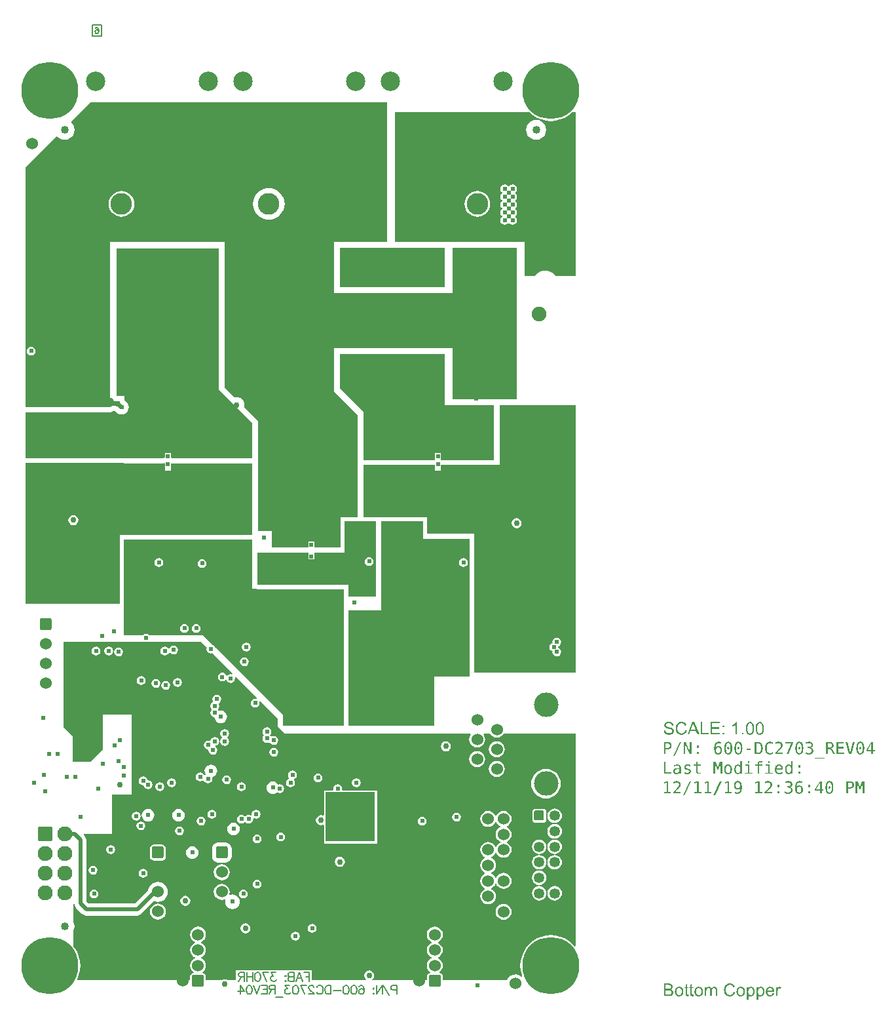
<source format=gbr>
%TF.GenerationSoftware,Altium Limited,Altium Designer,20.0.9 (164)*%
G04 Layer_Physical_Order=6*
G04 Layer_Color=16711680*
%FSLAX26Y26*%
%MOIN*%
%TF.FileFunction,Copper,L6,Bot,Signal*%
%TF.Part,Single*%
G01*
G75*
%TA.AperFunction,FiducialPad,Global*%
%ADD22C,0.040000*%
%TA.AperFunction,NonConductor*%
%ADD53C,0.007000*%
%TA.AperFunction,Conductor*%
%ADD56C,0.020000*%
%TA.AperFunction,ComponentPad*%
G04:AMPARAMS|DCode=68|XSize=50mil|YSize=50mil|CornerRadius=5mil|HoleSize=0mil|Usage=FLASHONLY|Rotation=90.000|XOffset=0mil|YOffset=0mil|HoleType=Round|Shape=RoundedRectangle|*
%AMROUNDEDRECTD68*
21,1,0.050000,0.040000,0,0,90.0*
21,1,0.040000,0.050000,0,0,90.0*
1,1,0.010000,0.020000,0.020000*
1,1,0.010000,0.020000,-0.020000*
1,1,0.010000,-0.020000,-0.020000*
1,1,0.010000,-0.020000,0.020000*
%
%ADD68ROUNDEDRECTD68*%
%ADD69C,0.110000*%
%ADD70C,0.098425*%
G04:AMPARAMS|DCode=72|XSize=60mil|YSize=60mil|CornerRadius=9mil|HoleSize=0mil|Usage=FLASHONLY|Rotation=270.000|XOffset=0mil|YOffset=0mil|HoleType=Round|Shape=RoundedRectangle|*
%AMROUNDEDRECTD72*
21,1,0.060000,0.042000,0,0,270.0*
21,1,0.042000,0.060000,0,0,270.0*
1,1,0.018000,-0.021000,-0.021000*
1,1,0.018000,-0.021000,0.021000*
1,1,0.018000,0.021000,0.021000*
1,1,0.018000,0.021000,-0.021000*
%
%ADD72ROUNDEDRECTD72*%
%ADD73C,0.060000*%
%ADD74C,0.125000*%
%ADD75C,0.290000*%
%ADD76C,0.053000*%
G04:AMPARAMS|DCode=77|XSize=76mil|YSize=76mil|CornerRadius=11.4mil|HoleSize=0mil|Usage=FLASHONLY|Rotation=270.000|XOffset=0mil|YOffset=0mil|HoleType=Round|Shape=RoundedRectangle|*
%AMROUNDEDRECTD77*
21,1,0.076000,0.053200,0,0,270.0*
21,1,0.053200,0.076000,0,0,270.0*
1,1,0.022800,-0.026600,-0.026600*
1,1,0.022800,-0.026600,0.026600*
1,1,0.022800,0.026600,0.026600*
1,1,0.022800,0.026600,-0.026600*
%
%ADD77ROUNDEDRECTD77*%
%ADD78C,0.076000*%
%TA.AperFunction,ViaPad*%
%ADD79C,0.024000*%
%ADD80C,0.030000*%
%TA.AperFunction,TestPad*%
%ADD81C,0.024000*%
%TA.AperFunction,ViaPad*%
%ADD82C,0.040000*%
%TA.AperFunction,ComponentPad*%
%ADD83C,0.074803*%
%TA.AperFunction,TestPad*%
%ADD84C,0.030000*%
%TA.AperFunction,SMDPad,CuDef*%
G04:AMPARAMS|DCode=100|XSize=220mil|YSize=220mil|CornerRadius=0mil|HoleSize=0mil|Usage=FLASHONLY|Rotation=0.000|XOffset=0mil|YOffset=0mil|HoleType=Round|Shape=RoundedRectangle|*
%AMROUNDEDRECTD100*
21,1,0.220000,0.220000,0,0,0.0*
21,1,0.220000,0.220000,0,0,0.0*
1,1,0.000000,0.110000,-0.110000*
1,1,0.000000,-0.110000,-0.110000*
1,1,0.000000,-0.110000,0.110000*
1,1,0.000000,0.110000,0.110000*
%
%ADD100ROUNDEDRECTD100*%
G04:AMPARAMS|DCode=101|XSize=250mil|YSize=250mil|CornerRadius=0mil|HoleSize=0mil|Usage=FLASHONLY|Rotation=0.000|XOffset=0mil|YOffset=0mil|HoleType=Round|Shape=RoundedRectangle|*
%AMROUNDEDRECTD101*
21,1,0.250000,0.250000,0,0,0.0*
21,1,0.250000,0.250000,0,0,0.0*
1,1,0.000000,0.125000,-0.125000*
1,1,0.000000,-0.125000,-0.125000*
1,1,0.000000,-0.125000,0.125000*
1,1,0.000000,0.125000,0.125000*
%
%ADD101ROUNDEDRECTD101*%
G04:AMPARAMS|DCode=102|XSize=181.102mil|YSize=78.74mil|CornerRadius=11.811mil|HoleSize=0mil|Usage=FLASHONLY|Rotation=180.000|XOffset=0mil|YOffset=0mil|HoleType=Round|Shape=RoundedRectangle|*
%AMROUNDEDRECTD102*
21,1,0.181102,0.055118,0,0,180.0*
21,1,0.157480,0.078740,0,0,180.0*
1,1,0.023622,-0.078740,0.027559*
1,1,0.023622,0.078740,0.027559*
1,1,0.023622,0.078740,-0.027559*
1,1,0.023622,-0.078740,-0.027559*
%
%ADD102ROUNDEDRECTD102*%
%ADD103R,0.236220X0.236220*%
%TA.AperFunction,ComponentPad*%
G04:AMPARAMS|DCode=104|XSize=60mil|YSize=60mil|CornerRadius=6mil|HoleSize=0mil|Usage=FLASHONLY|Rotation=90.000|XOffset=0mil|YOffset=0mil|HoleType=Round|Shape=RoundedRectangle|*
%AMROUNDEDRECTD104*
21,1,0.060000,0.048000,0,0,90.0*
21,1,0.048000,0.060000,0,0,90.0*
1,1,0.012000,0.024000,0.024000*
1,1,0.012000,0.024000,-0.024000*
1,1,0.012000,-0.024000,-0.024000*
1,1,0.012000,-0.024000,0.024000*
%
%ADD104ROUNDEDRECTD104*%
G04:AMPARAMS|DCode=105|XSize=181.102mil|YSize=78.74mil|CornerRadius=3.937mil|HoleSize=0mil|Usage=FLASHONLY|Rotation=180.000|XOffset=0mil|YOffset=0mil|HoleType=Round|Shape=RoundedRectangle|*
%AMROUNDEDRECTD105*
21,1,0.181102,0.070866,0,0,180.0*
21,1,0.173228,0.078740,0,0,180.0*
1,1,0.007874,-0.086614,0.035433*
1,1,0.007874,0.086614,0.035433*
1,1,0.007874,0.086614,-0.035433*
1,1,0.007874,-0.086614,-0.035433*
%
%ADD105ROUNDEDRECTD105*%
G36*
X2850000Y3680000D02*
X2747897D01*
X2747761Y3680254D01*
X2739870Y3689870D01*
X2730254Y3697761D01*
X2719283Y3703625D01*
X2707380Y3707236D01*
X2695000Y3708455D01*
X2682620Y3707236D01*
X2670717Y3703625D01*
X2659746Y3697761D01*
X2650130Y3689870D01*
X2642239Y3680254D01*
X2642103Y3680000D01*
X2590000D01*
Y3855000D01*
X1930000D01*
Y4515000D01*
X2615129D01*
X2633612Y4499215D01*
X2654414Y4486467D01*
X2676954Y4477130D01*
X2700678Y4471435D01*
X2725000Y4469521D01*
X2749322Y4471435D01*
X2773046Y4477130D01*
X2795586Y4486467D01*
X2816388Y4499215D01*
X2834871Y4515000D01*
X2850000D01*
Y3680000D01*
D02*
G37*
G36*
X1890000Y3855000D02*
X1620000D01*
Y3595000D01*
X2225000D01*
Y3825000D01*
X2550000D01*
Y3055000D01*
X2225000D01*
Y3315000D01*
X1620000D01*
Y3095000D01*
X1740000Y2975000D01*
Y2455000D01*
X1655000D01*
Y2300000D01*
X1520000D01*
Y2330000D01*
X1490000D01*
Y2300000D01*
X1305000D01*
Y2385000D01*
X1235000D01*
Y2455000D01*
Y2945000D01*
X1164142Y3015858D01*
X1165345Y3025000D01*
X1163970Y3035442D01*
X1159940Y3045173D01*
X1153528Y3053528D01*
X1145173Y3059940D01*
X1135442Y3063970D01*
X1125000Y3065345D01*
X1115858Y3064142D01*
X1065000Y3115000D01*
Y3855000D01*
X480000D01*
X480000Y3060000D01*
X491615D01*
X496976Y3051976D01*
X505245Y3046450D01*
X515000Y3044510D01*
X530370D01*
X531450Y3039081D01*
X536976Y3030811D01*
X545245Y3025286D01*
X545804Y3025054D01*
X548209Y3023209D01*
X550000Y3020875D01*
Y3009125D01*
X548209Y3006791D01*
X545875Y3005000D01*
X534125D01*
X531791Y3006791D01*
X528931Y3010517D01*
X527667Y3011626D01*
X526733Y3013024D01*
X523961Y3014876D01*
X521454Y3017075D01*
X519862Y3017615D01*
X518463Y3018550D01*
X515193Y3019200D01*
X512036Y3020272D01*
X510358Y3020162D01*
X508709Y3020490D01*
X495066D01*
X492604Y3020000D01*
X490093D01*
X487774Y3019039D01*
X485312Y3018550D01*
X483224Y3017155D01*
X480905Y3016194D01*
X480000Y3015589D01*
Y3015000D01*
X477489D01*
D01*
X55000Y3015000D01*
D01*
X50000D01*
Y3020000D01*
X50000Y3020000D01*
Y3060000D01*
X50000D01*
X49999Y4234999D01*
X206603Y4391604D01*
X211593Y4391276D01*
X213626Y4388626D01*
X224280Y4380452D01*
X236686Y4375313D01*
X250000Y4373560D01*
X263314Y4375313D01*
X275720Y4380452D01*
X286374Y4388626D01*
X294548Y4399280D01*
X299687Y4411686D01*
X301440Y4425000D01*
X299687Y4438314D01*
X294548Y4450720D01*
X286374Y4461374D01*
X283724Y4463407D01*
X283396Y4468396D01*
X380000Y4565000D01*
X1890000Y4565000D01*
X1890000Y3855000D01*
D02*
G37*
G36*
X2185000Y3625000D02*
X1650000D01*
Y3825000D01*
X2185000D01*
Y3625000D01*
D02*
G37*
G36*
X1035000Y3105000D02*
X1205000Y2935000D01*
Y2755000D01*
X796682D01*
X793660Y2757320D01*
X790000Y2758835D01*
Y2780000D01*
X760000D01*
Y2758835D01*
X756340Y2757320D01*
X753318Y2755000D01*
X555000D01*
X552538Y2755490D01*
X490000D01*
X50000Y2755490D01*
Y2989510D01*
X50000Y2989510D01*
X480000Y2989510D01*
X489754Y2991450D01*
X495066Y2995000D01*
X508709D01*
X513611Y2988611D01*
X521340Y2982680D01*
X530341Y2978952D01*
X540000Y2977681D01*
X549659Y2978952D01*
X558660Y2982680D01*
X566389Y2988611D01*
X571291Y2995000D01*
X572319Y2996340D01*
X576048Y3005341D01*
X577319Y3015000D01*
X576048Y3024659D01*
X572319Y3033660D01*
X566389Y3041389D01*
X558660Y3047320D01*
X555000Y3048835D01*
Y3070000D01*
X515000D01*
Y3820000D01*
X1035000D01*
Y3105000D01*
D02*
G37*
G36*
X2185000Y3025000D02*
X2435000D01*
Y2745000D01*
X2165000D01*
Y2780000D01*
X2135000D01*
Y2745000D01*
X1770000D01*
Y2990000D01*
X1650000Y3110000D01*
Y3285000D01*
X2185000D01*
Y3025000D01*
D02*
G37*
G36*
X2850000Y3025000D02*
Y1665000D01*
X2335000Y1665000D01*
Y2370000D01*
X2095392D01*
Y2435000D01*
X2095000Y2436970D01*
Y2455000D01*
X2076970D01*
X2075000Y2455392D01*
X1860000D01*
X1858030Y2455000D01*
X1770000D01*
Y2720000D01*
X2135000D01*
Y2690000D01*
X2165000D01*
Y2720000D01*
X2465000D01*
Y3025000D01*
X2850000Y3025000D01*
D02*
G37*
G36*
X1770000Y2434608D02*
X1835000D01*
Y2050000D01*
X1695000D01*
Y2110000D01*
X1230000D01*
Y2275000D01*
X1490000D01*
Y2240000D01*
X1520000D01*
Y2275000D01*
X1675000D01*
Y2298030D01*
X1675392Y2300000D01*
Y2434608D01*
X1740000D01*
X1741970Y2435000D01*
X1768030D01*
X1770000Y2434608D01*
D02*
G37*
G36*
X555000Y2729510D02*
X753318D01*
X755000Y2729845D01*
X760000Y2727537D01*
Y2690000D01*
X790000D01*
Y2727537D01*
X795000Y2729845D01*
X796682Y2729510D01*
X1205000D01*
Y2365000D01*
X530000D01*
Y2015000D01*
X50000D01*
X50000Y2730000D01*
X490000Y2730000D01*
X552538D01*
X555000Y2729510D01*
D02*
G37*
G36*
X973802Y1791198D02*
X972569Y1785000D01*
X974277Y1776416D01*
X979139Y1769139D01*
X986416Y1764276D01*
X995000Y1762569D01*
X1001198Y1763802D01*
X1104826Y1660174D01*
X1102363Y1655566D01*
X1095500Y1656931D01*
X1086916Y1655224D01*
X1079639Y1650361D01*
X1078436Y1648560D01*
X1073532Y1649535D01*
X1073224Y1651084D01*
X1068361Y1658361D01*
X1061084Y1663224D01*
X1052500Y1664931D01*
X1043916Y1663224D01*
X1036639Y1658361D01*
X1031776Y1651084D01*
X1030069Y1642500D01*
X1031776Y1633916D01*
X1036639Y1626639D01*
X1043916Y1621776D01*
X1052500Y1620069D01*
X1061084Y1621776D01*
X1068361Y1626639D01*
X1069564Y1628440D01*
X1074468Y1627465D01*
X1074776Y1625916D01*
X1079639Y1618639D01*
X1086916Y1613776D01*
X1095500Y1612069D01*
X1104084Y1613776D01*
X1111361Y1618639D01*
X1116224Y1625916D01*
X1117931Y1634500D01*
X1116566Y1641363D01*
X1121174Y1643826D01*
X1229326Y1535674D01*
X1226863Y1531066D01*
X1220000Y1532431D01*
X1211416Y1530724D01*
X1204139Y1525861D01*
X1199276Y1518584D01*
X1197569Y1510000D01*
X1199276Y1501416D01*
X1204139Y1494139D01*
X1211416Y1489276D01*
X1220000Y1487569D01*
X1228584Y1489276D01*
X1235861Y1494139D01*
X1240724Y1501416D01*
X1242431Y1510000D01*
X1241066Y1516863D01*
X1245674Y1519326D01*
X1335000Y1430000D01*
Y1390000D01*
X1370000Y1355000D01*
X2316298D01*
X2318764Y1350000D01*
X2315060Y1345173D01*
X2311030Y1335442D01*
X2309655Y1325000D01*
X2311030Y1314558D01*
X2315060Y1304827D01*
X2321472Y1296472D01*
X2329827Y1290060D01*
X2339558Y1286030D01*
X2350000Y1284655D01*
X2360442Y1286030D01*
X2370173Y1290060D01*
X2378528Y1296472D01*
X2384940Y1304827D01*
X2388970Y1314558D01*
X2390345Y1325000D01*
X2388970Y1335442D01*
X2384940Y1345173D01*
X2381236Y1350000D01*
X2383702Y1355000D01*
X2414988D01*
X2415060Y1354827D01*
X2421472Y1346472D01*
X2429827Y1340060D01*
X2439558Y1336030D01*
X2450000Y1334655D01*
X2460442Y1336030D01*
X2470173Y1340060D01*
X2478528Y1346472D01*
X2484940Y1354827D01*
X2485012Y1355000D01*
X2850000D01*
Y274531D01*
X2845309Y272800D01*
X2834941Y284940D01*
X2816388Y300785D01*
X2795586Y313533D01*
X2773046Y322870D01*
X2749322Y328565D01*
X2725000Y330479D01*
X2700678Y328565D01*
X2676954Y322870D01*
X2654414Y313533D01*
X2633612Y300785D01*
X2615059Y284940D01*
X2599215Y266388D01*
X2586467Y245586D01*
X2577130Y223046D01*
X2571435Y199322D01*
X2569521Y175000D01*
X2571435Y150678D01*
X2577130Y126954D01*
X2579307Y121699D01*
X2575201Y118548D01*
X2567694Y124307D01*
X2556747Y128842D01*
X2545000Y130388D01*
X2533253Y128842D01*
X2522306Y124307D01*
X2512906Y117094D01*
X2505693Y107694D01*
X2502506Y100000D01*
X2174684D01*
Y120890D01*
X2173442Y127133D01*
X2169905Y132425D01*
X2164613Y135962D01*
X2158370Y137203D01*
X2158212D01*
X2156515Y142203D01*
X2162898Y147102D01*
X2169310Y155457D01*
X2173340Y165188D01*
X2174715Y175630D01*
X2173340Y186072D01*
X2169310Y195803D01*
X2162898Y204158D01*
X2154543Y210570D01*
X2150380Y212294D01*
Y217706D01*
X2154543Y219430D01*
X2162898Y225842D01*
X2169310Y234198D01*
X2173340Y243928D01*
X2174715Y254370D01*
X2173340Y264812D01*
X2169310Y274543D01*
X2162898Y282899D01*
X2154543Y289310D01*
X2150380Y291034D01*
Y296446D01*
X2154543Y298170D01*
X2162898Y304582D01*
X2169310Y312938D01*
X2173340Y322668D01*
X2174715Y333110D01*
X2173340Y343552D01*
X2169310Y353283D01*
X2162898Y361639D01*
X2154543Y368050D01*
X2144812Y372081D01*
X2134370Y373455D01*
X2123928Y372081D01*
X2114197Y368050D01*
X2105842Y361639D01*
X2099430Y353283D01*
X2095399Y343552D01*
X2094025Y333110D01*
X2095399Y322668D01*
X2099430Y312938D01*
X2105842Y304582D01*
X2114197Y298170D01*
X2118360Y296446D01*
Y291034D01*
X2114197Y289310D01*
X2105842Y282899D01*
X2099430Y274543D01*
X2095399Y264812D01*
X2094025Y254370D01*
X2095399Y243928D01*
X2099430Y234198D01*
X2105842Y225842D01*
X2114197Y219430D01*
X2118360Y217706D01*
Y212294D01*
X2114197Y210570D01*
X2105842Y204158D01*
X2099430Y195803D01*
X2095399Y186072D01*
X2094025Y175630D01*
X2095399Y165188D01*
X2099430Y155457D01*
X2105842Y147102D01*
X2112225Y142203D01*
X2110528Y137203D01*
X2110370D01*
X2104127Y135962D01*
X2098835Y132425D01*
X2095298Y127133D01*
X2094057Y120890D01*
Y100000D01*
X1816583D01*
X1815067Y105000D01*
X1818024Y106976D01*
X1823550Y115246D01*
X1825490Y125000D01*
X1823550Y134755D01*
X1818024Y143024D01*
X1809755Y148549D01*
X1800000Y150490D01*
X1790245Y148549D01*
X1781976Y143024D01*
X1776450Y134755D01*
X1774510Y125000D01*
X1776450Y115246D01*
X1781976Y106976D01*
X1784933Y105000D01*
X1783417Y100000D01*
X1508000D01*
Y152990D01*
X1122077D01*
Y100000D01*
X1080067D01*
X1074755Y103549D01*
X1065000Y105490D01*
X1055245Y103549D01*
X1049933Y100000D01*
X969683D01*
Y120890D01*
X968442Y127133D01*
X964905Y132425D01*
X959613Y135962D01*
X953370Y137203D01*
X953212D01*
X951515Y142203D01*
X957898Y147102D01*
X964310Y155457D01*
X968341Y165188D01*
X969715Y175630D01*
X968341Y186072D01*
X964310Y195803D01*
X957898Y204158D01*
X949543Y210570D01*
X945380Y212294D01*
Y217706D01*
X949543Y219430D01*
X957898Y225842D01*
X964310Y234198D01*
X968341Y243928D01*
X969715Y254370D01*
X968341Y264812D01*
X964310Y274543D01*
X957898Y282899D01*
X949543Y289310D01*
X945380Y291034D01*
Y296446D01*
X949543Y298170D01*
X957898Y304582D01*
X964310Y312938D01*
X968341Y322668D01*
X969715Y333110D01*
X968341Y343552D01*
X964310Y353283D01*
X957898Y361639D01*
X949543Y368050D01*
X939812Y372081D01*
X929370Y373455D01*
X918928Y372081D01*
X909197Y368050D01*
X900842Y361639D01*
X894430Y353283D01*
X890399Y343552D01*
X889025Y333110D01*
X890399Y322668D01*
X894430Y312938D01*
X900842Y304582D01*
X909197Y298170D01*
X913360Y296446D01*
Y291034D01*
X909197Y289310D01*
X900842Y282899D01*
X894430Y274543D01*
X890399Y264812D01*
X889025Y254370D01*
X890399Y243928D01*
X894430Y234198D01*
X900842Y225842D01*
X909197Y219430D01*
X913360Y217706D01*
Y212294D01*
X909197Y210570D01*
X900842Y204158D01*
X894430Y195803D01*
X890399Y186072D01*
X889025Y175630D01*
X890399Y165188D01*
X894430Y155457D01*
X900842Y147102D01*
X907225Y142203D01*
X905528Y137203D01*
X905370D01*
X899127Y135962D01*
X893835Y132425D01*
X890298Y127133D01*
X889057Y120890D01*
Y100000D01*
X315945D01*
X315058Y101584D01*
X313776Y105000D01*
X322870Y126954D01*
X328565Y150678D01*
X330479Y175000D01*
X328565Y199322D01*
X322870Y223046D01*
X313533Y245586D01*
X300785Y266388D01*
X295000Y273162D01*
Y350370D01*
X299687Y361686D01*
X301440Y375000D01*
X299687Y388314D01*
X295000Y399630D01*
Y487706D01*
X300000Y488033D01*
X300772Y482168D01*
X303795Y474870D01*
X308604Y468604D01*
X338604Y438604D01*
X344870Y433795D01*
X352168Y430772D01*
X360000Y429741D01*
X620000D01*
X627832Y430772D01*
X635130Y433795D01*
X641396Y438604D01*
X706384Y503591D01*
X711947Y501287D01*
X725000Y499569D01*
X738053Y501287D01*
X750216Y506325D01*
X760660Y514340D01*
X768675Y524784D01*
X773713Y536947D01*
X775431Y550000D01*
X773713Y563053D01*
X768675Y575216D01*
X760660Y585660D01*
X750216Y593675D01*
X738053Y598713D01*
X725000Y600431D01*
X711947Y598713D01*
X699784Y593675D01*
X689340Y585660D01*
X681325Y575216D01*
X676287Y563053D01*
X675685Y558477D01*
X607466Y490259D01*
X372534D01*
X360259Y502534D01*
Y815000D01*
X359228Y822832D01*
X356205Y830130D01*
X351396Y836396D01*
X347412Y840381D01*
X349325Y845000D01*
X490000D01*
Y1045000D01*
X590000D01*
Y1450000D01*
X445000D01*
Y1275000D01*
X380000Y1210000D01*
X290000D01*
Y1340000D01*
X245000Y1385000D01*
Y1820000D01*
X945000D01*
X973802Y1791198D01*
D02*
G37*
G36*
X3326656Y1415117D02*
X3327418D01*
X3329131Y1414926D01*
X3331035Y1414641D01*
X3333130Y1414165D01*
X3335319Y1413594D01*
X3337414Y1412832D01*
X3337509D01*
X3337699Y1412737D01*
X3337985Y1412642D01*
X3338366Y1412451D01*
X3339318Y1411880D01*
X3340555Y1411118D01*
X3341888Y1410166D01*
X3343316Y1409024D01*
X3344649Y1407691D01*
X3345791Y1406073D01*
X3345886Y1405882D01*
X3346267Y1405311D01*
X3346743Y1404359D01*
X3347314Y1403217D01*
X3347886Y1401694D01*
X3348362Y1399980D01*
X3348838Y1398076D01*
X3349028Y1396077D01*
X3340936Y1395506D01*
Y1395601D01*
Y1395791D01*
X3340841Y1396077D01*
X3340746Y1396458D01*
X3340555Y1397600D01*
X3340174Y1398933D01*
X3339508Y1400361D01*
X3338746Y1401884D01*
X3337794Y1403312D01*
X3336462Y1404550D01*
X3336271Y1404645D01*
X3335795Y1405026D01*
X3334843Y1405502D01*
X3333606Y1406168D01*
X3332082Y1406739D01*
X3330083Y1407215D01*
X3327798Y1407596D01*
X3325228Y1407691D01*
X3323990D01*
X3323324Y1407596D01*
X3322658Y1407501D01*
X3320944Y1407310D01*
X3319135Y1407025D01*
X3317326Y1406454D01*
X3315613Y1405787D01*
X3314756Y1405311D01*
X3314090Y1404835D01*
X3313899Y1404740D01*
X3313518Y1404359D01*
X3312947Y1403693D01*
X3312376Y1402931D01*
X3311710Y1401884D01*
X3311138Y1400742D01*
X3310758Y1399409D01*
X3310567Y1397981D01*
Y1397790D01*
Y1397410D01*
X3310662Y1396743D01*
X3310853Y1395982D01*
X3311138Y1395125D01*
X3311614Y1394173D01*
X3312186Y1393221D01*
X3313042Y1392364D01*
X3313138Y1392269D01*
X3313614Y1391983D01*
X3313899Y1391793D01*
X3314375Y1391507D01*
X3314851Y1391222D01*
X3315518Y1390936D01*
X3316279Y1390555D01*
X3317231Y1390270D01*
X3318278Y1389794D01*
X3319421Y1389413D01*
X3320754Y1389032D01*
X3322277Y1388556D01*
X3323990Y1388175D01*
X3325799Y1387699D01*
X3325894D01*
X3326275Y1387604D01*
X3326751Y1387509D01*
X3327513Y1387318D01*
X3328370Y1387128D01*
X3329322Y1386842D01*
X3331511Y1386366D01*
X3333796Y1385700D01*
X3336176Y1385034D01*
X3337223Y1384748D01*
X3338270Y1384367D01*
X3339222Y1383986D01*
X3339984Y1383701D01*
X3340079D01*
X3340270Y1383606D01*
X3340555Y1383415D01*
X3340936Y1383225D01*
X3341888Y1382654D01*
X3343126Y1381892D01*
X3344458Y1380940D01*
X3345886Y1379893D01*
X3347124Y1378560D01*
X3348266Y1377132D01*
X3348362Y1376942D01*
X3348647Y1376466D01*
X3349123Y1375609D01*
X3349599Y1374562D01*
X3350075Y1373229D01*
X3350551Y1371706D01*
X3350837Y1369992D01*
X3350932Y1368088D01*
Y1367993D01*
Y1367898D01*
Y1367612D01*
Y1367231D01*
X3350742Y1366184D01*
X3350551Y1364946D01*
X3350170Y1363423D01*
X3349694Y1361805D01*
X3348933Y1360091D01*
X3347981Y1358378D01*
Y1358282D01*
X3347886Y1358187D01*
X3347410Y1357616D01*
X3346743Y1356854D01*
X3345791Y1355807D01*
X3344649Y1354760D01*
X3343126Y1353522D01*
X3341507Y1352475D01*
X3339508Y1351428D01*
X3339413D01*
X3339222Y1351333D01*
X3338937Y1351238D01*
X3338556Y1351047D01*
X3338080Y1350857D01*
X3337414Y1350666D01*
X3335986Y1350190D01*
X3334082Y1349714D01*
X3332082Y1349334D01*
X3329702Y1349048D01*
X3327227Y1348953D01*
X3325799D01*
X3325038Y1349048D01*
X3324181D01*
X3323229Y1349143D01*
X3322182Y1349238D01*
X3319897Y1349524D01*
X3317422Y1350000D01*
X3314946Y1350571D01*
X3312662Y1351428D01*
X3312566D01*
X3312376Y1351523D01*
X3312090Y1351714D01*
X3311710Y1351904D01*
X3310662Y1352475D01*
X3309330Y1353332D01*
X3307806Y1354379D01*
X3306283Y1355712D01*
X3304760Y1357235D01*
X3303427Y1359044D01*
Y1359139D01*
X3303332Y1359234D01*
X3303142Y1359520D01*
X3302951Y1359996D01*
X3302666Y1360472D01*
X3302380Y1361043D01*
X3301714Y1362471D01*
X3301142Y1364185D01*
X3300571Y1366089D01*
X3300190Y1368278D01*
X3300000Y1370658D01*
X3307997Y1371325D01*
Y1371230D01*
Y1371134D01*
X3308092Y1370563D01*
X3308282Y1369611D01*
X3308473Y1368469D01*
X3308854Y1367231D01*
X3309330Y1365898D01*
X3309901Y1364566D01*
X3310567Y1363328D01*
X3310662Y1363233D01*
X3310948Y1362852D01*
X3311424Y1362281D01*
X3312186Y1361614D01*
X3313042Y1360758D01*
X3314185Y1359996D01*
X3315518Y1359139D01*
X3317041Y1358378D01*
X3317136D01*
X3317231Y1358282D01*
X3317802Y1358092D01*
X3318754Y1357806D01*
X3319897Y1357426D01*
X3321325Y1357045D01*
X3323038Y1356759D01*
X3324847Y1356569D01*
X3326846Y1356474D01*
X3327703D01*
X3328560Y1356569D01*
X3329702Y1356664D01*
X3331035Y1356854D01*
X3332463Y1357045D01*
X3333891Y1357426D01*
X3335319Y1357902D01*
X3335510Y1357997D01*
X3335890Y1358187D01*
X3336557Y1358473D01*
X3337414Y1358949D01*
X3338270Y1359520D01*
X3339222Y1360186D01*
X3340079Y1360948D01*
X3340841Y1361805D01*
X3340936Y1361900D01*
X3341126Y1362281D01*
X3341412Y1362757D01*
X3341793Y1363423D01*
X3342174Y1364280D01*
X3342459Y1365232D01*
X3342650Y1366279D01*
X3342745Y1367326D01*
Y1367422D01*
Y1367802D01*
X3342650Y1368374D01*
X3342554Y1369135D01*
X3342364Y1369992D01*
X3341983Y1370849D01*
X3341602Y1371706D01*
X3341031Y1372562D01*
X3340936Y1372658D01*
X3340746Y1372943D01*
X3340270Y1373324D01*
X3339698Y1373895D01*
X3338842Y1374466D01*
X3337890Y1375133D01*
X3336652Y1375799D01*
X3335224Y1376370D01*
X3335129Y1376466D01*
X3334653Y1376561D01*
X3333986Y1376846D01*
X3333415Y1376942D01*
X3332844Y1377132D01*
X3332082Y1377322D01*
X3331321Y1377608D01*
X3330369Y1377894D01*
X3329322Y1378179D01*
X3328179Y1378465D01*
X3326846Y1378750D01*
X3325418Y1379131D01*
X3323800Y1379512D01*
X3323705D01*
X3323419Y1379607D01*
X3322943Y1379702D01*
X3322372Y1379893D01*
X3321610Y1380083D01*
X3320849Y1380274D01*
X3318945Y1380845D01*
X3316850Y1381416D01*
X3314851Y1382082D01*
X3312947Y1382749D01*
X3312186Y1383130D01*
X3311424Y1383510D01*
X3311329D01*
X3311234Y1383606D01*
X3310662Y1383986D01*
X3309901Y1384462D01*
X3308854Y1385129D01*
X3307711Y1385986D01*
X3306569Y1387033D01*
X3305522Y1388175D01*
X3304570Y1389413D01*
X3304474Y1389603D01*
X3304189Y1390079D01*
X3303903Y1390841D01*
X3303522Y1391793D01*
X3303046Y1392935D01*
X3302761Y1394363D01*
X3302475Y1395886D01*
X3302380Y1397505D01*
Y1397600D01*
Y1397695D01*
Y1397981D01*
Y1398362D01*
X3302570Y1399218D01*
X3302761Y1400456D01*
X3303046Y1401884D01*
X3303522Y1403407D01*
X3304189Y1404930D01*
X3305046Y1406549D01*
Y1406644D01*
X3305141Y1406739D01*
X3305522Y1407215D01*
X3306188Y1407977D01*
X3307140Y1408929D01*
X3308282Y1409976D01*
X3309615Y1411118D01*
X3311234Y1412166D01*
X3313138Y1413022D01*
X3313233D01*
X3313423Y1413118D01*
X3313709Y1413213D01*
X3314090Y1413403D01*
X3314566Y1413498D01*
X3315137Y1413689D01*
X3316565Y1414165D01*
X3318374Y1414546D01*
X3320373Y1414831D01*
X3322562Y1415117D01*
X3324847Y1415212D01*
X3326085D01*
X3326656Y1415117D01*
D02*
G37*
G36*
X2075000Y2345000D02*
X2310000D01*
Y1645000D01*
X2130000D01*
Y1395000D01*
X1695000D01*
Y1980000D01*
X1860000D01*
Y2435000D01*
X2075000D01*
Y2345000D01*
D02*
G37*
G36*
X1205000Y2090000D02*
X1228030D01*
X1230000Y2089608D01*
X1670000D01*
Y1395000D01*
X1360000D01*
Y1450000D01*
X1014329Y1795671D01*
X1010861Y1800861D01*
X1005671Y1804329D01*
X955000Y1855000D01*
X681437D01*
X680861Y1855861D01*
X673584Y1860724D01*
X665000Y1862431D01*
X656416Y1860724D01*
X649139Y1855861D01*
X648563Y1855000D01*
X550000D01*
Y2013030D01*
X550392Y2015000D01*
Y2340000D01*
X1205000D01*
Y2090000D01*
D02*
G37*
G36*
X3391868Y1415117D02*
X3392725Y1415022D01*
X3393677Y1414926D01*
X3394724Y1414831D01*
X3395962Y1414641D01*
X3398437Y1413974D01*
X3401198Y1413118D01*
X3402530Y1412546D01*
X3403863Y1411880D01*
X3405196Y1411118D01*
X3406434Y1410262D01*
X3406529Y1410166D01*
X3406719Y1410071D01*
X3407100Y1409786D01*
X3407481Y1409405D01*
X3408052Y1408834D01*
X3408623Y1408262D01*
X3409290Y1407501D01*
X3410051Y1406739D01*
X3410813Y1405787D01*
X3411574Y1404740D01*
X3412336Y1403693D01*
X3413098Y1402455D01*
X3413859Y1401122D01*
X3414526Y1399694D01*
X3415097Y1398171D01*
X3415668Y1396553D01*
X3407290Y1394554D01*
Y1394649D01*
X3407195Y1394839D01*
X3407100Y1395220D01*
X3406910Y1395696D01*
X3406624Y1396267D01*
X3406338Y1396934D01*
X3405577Y1398457D01*
X3404720Y1400075D01*
X3403578Y1401789D01*
X3402245Y1403407D01*
X3400722Y1404740D01*
X3400531Y1404835D01*
X3399960Y1405216D01*
X3399103Y1405787D01*
X3397866Y1406358D01*
X3396342Y1406930D01*
X3394534Y1407501D01*
X3392439Y1407882D01*
X3390154Y1407977D01*
X3389393D01*
X3388917Y1407882D01*
X3388250D01*
X3387584Y1407786D01*
X3385870Y1407501D01*
X3383871Y1407120D01*
X3381777Y1406454D01*
X3379778Y1405597D01*
X3377778Y1404359D01*
X3377683D01*
X3377588Y1404169D01*
X3377017Y1403693D01*
X3376065Y1402931D01*
X3375018Y1401884D01*
X3373875Y1400456D01*
X3372733Y1398838D01*
X3371686Y1396934D01*
X3370829Y1394839D01*
Y1394744D01*
X3370734Y1394554D01*
X3370638Y1394268D01*
X3370543Y1393792D01*
X3370353Y1393316D01*
X3370162Y1392650D01*
X3369877Y1391126D01*
X3369496Y1389222D01*
X3369115Y1387128D01*
X3368925Y1384938D01*
X3368830Y1382558D01*
Y1382463D01*
Y1382178D01*
Y1381797D01*
Y1381226D01*
X3368925Y1380464D01*
Y1379607D01*
X3369020Y1378750D01*
X3369115Y1377703D01*
X3369401Y1375514D01*
X3369877Y1373038D01*
X3370448Y1370658D01*
X3371210Y1368278D01*
Y1368183D01*
X3371305Y1367993D01*
X3371495Y1367707D01*
X3371686Y1367326D01*
X3372257Y1366184D01*
X3373018Y1364851D01*
X3374066Y1363328D01*
X3375303Y1361900D01*
X3376826Y1360377D01*
X3378540Y1359139D01*
X3378635D01*
X3378730Y1359044D01*
X3379016Y1358854D01*
X3379397Y1358663D01*
X3380444Y1358187D01*
X3381777Y1357711D01*
X3383395Y1357140D01*
X3385299Y1356664D01*
X3387298Y1356283D01*
X3389488Y1356188D01*
X3390154D01*
X3390630Y1356283D01*
X3391297D01*
X3391963Y1356378D01*
X3393677Y1356664D01*
X3395486Y1357235D01*
X3397485Y1357902D01*
X3399579Y1358949D01*
X3400531Y1359520D01*
X3401483Y1360282D01*
X3401578Y1360377D01*
X3401674Y1360472D01*
X3401959Y1360758D01*
X3402245Y1361043D01*
X3402721Y1361519D01*
X3403102Y1361995D01*
X3404149Y1363328D01*
X3405291Y1365042D01*
X3406434Y1367136D01*
X3407481Y1369611D01*
X3408242Y1372467D01*
X3416715Y1370278D01*
Y1370182D01*
X3416620Y1369802D01*
X3416430Y1369326D01*
X3416239Y1368564D01*
X3415858Y1367707D01*
X3415478Y1366660D01*
X3415097Y1365613D01*
X3414526Y1364375D01*
X3413193Y1361805D01*
X3411574Y1359234D01*
X3410527Y1357902D01*
X3409480Y1356664D01*
X3408338Y1355426D01*
X3407100Y1354379D01*
X3407005Y1354284D01*
X3406814Y1354189D01*
X3406434Y1353903D01*
X3405862Y1353522D01*
X3405196Y1353142D01*
X3404339Y1352666D01*
X3403482Y1352190D01*
X3402340Y1351714D01*
X3401198Y1351142D01*
X3399865Y1350666D01*
X3398532Y1350190D01*
X3397009Y1349810D01*
X3395390Y1349429D01*
X3393772Y1349143D01*
X3391963Y1349048D01*
X3390154Y1348953D01*
X3389202D01*
X3388441Y1349048D01*
X3387584D01*
X3386537Y1349143D01*
X3385394Y1349334D01*
X3384157Y1349524D01*
X3381491Y1350000D01*
X3378635Y1350762D01*
X3375874Y1351809D01*
X3374542Y1352380D01*
X3373304Y1353142D01*
X3373209Y1353237D01*
X3373018Y1353332D01*
X3372733Y1353618D01*
X3372257Y1353903D01*
X3371686Y1354379D01*
X3371114Y1354855D01*
X3369686Y1356283D01*
X3368068Y1357997D01*
X3366354Y1360091D01*
X3364831Y1362471D01*
X3363403Y1365327D01*
Y1365422D01*
X3363308Y1365708D01*
X3363118Y1366089D01*
X3362927Y1366755D01*
X3362642Y1367422D01*
X3362356Y1368374D01*
X3362070Y1369326D01*
X3361785Y1370468D01*
X3361404Y1371706D01*
X3361118Y1373038D01*
X3360642Y1375990D01*
X3360262Y1379131D01*
X3360071Y1382558D01*
Y1382654D01*
Y1383034D01*
Y1383510D01*
X3360166Y1384272D01*
Y1385129D01*
X3360262Y1386081D01*
X3360357Y1387223D01*
X3360547Y1388461D01*
X3361023Y1391222D01*
X3361690Y1394173D01*
X3362642Y1397124D01*
X3363879Y1399980D01*
Y1400075D01*
X3364070Y1400266D01*
X3364260Y1400646D01*
X3364546Y1401218D01*
X3365022Y1401789D01*
X3365498Y1402550D01*
X3366640Y1404169D01*
X3368163Y1405978D01*
X3370067Y1407882D01*
X3372257Y1409690D01*
X3374732Y1411309D01*
X3374827D01*
X3375018Y1411499D01*
X3375398Y1411690D01*
X3375970Y1411880D01*
X3376636Y1412261D01*
X3377398Y1412546D01*
X3378350Y1412927D01*
X3379302Y1413308D01*
X3380444Y1413594D01*
X3381586Y1413974D01*
X3384252Y1414641D01*
X3387108Y1415022D01*
X3390250Y1415212D01*
X3391202D01*
X3391868Y1415117D01*
D02*
G37*
G36*
X3606449Y1387509D02*
X3597500D01*
Y1396458D01*
X3606449D01*
Y1387509D01*
D02*
G37*
G36*
X3705933Y1350000D02*
X3696984D01*
Y1358949D01*
X3705933D01*
Y1350000D01*
D02*
G37*
G36*
X3672422D02*
X3664521D01*
Y1399980D01*
X3664426Y1399885D01*
X3664045Y1399504D01*
X3663378Y1399028D01*
X3662522Y1398266D01*
X3661474Y1397505D01*
X3660142Y1396553D01*
X3658618Y1395601D01*
X3657000Y1394554D01*
X3656905D01*
X3656810Y1394458D01*
X3656238Y1394078D01*
X3655382Y1393602D01*
X3654239Y1393030D01*
X3653002Y1392364D01*
X3651669Y1391793D01*
X3650241Y1391126D01*
X3648813Y1390555D01*
Y1398171D01*
X3648908D01*
X3649098Y1398266D01*
X3649479Y1398457D01*
X3649955Y1398742D01*
X3650526Y1399028D01*
X3651193Y1399409D01*
X3652716Y1400266D01*
X3654525Y1401313D01*
X3656429Y1402550D01*
X3658333Y1403978D01*
X3660237Y1405597D01*
X3660332Y1405692D01*
X3660427Y1405787D01*
X3661094Y1406358D01*
X3661950Y1407215D01*
X3662998Y1408358D01*
X3664140Y1409690D01*
X3665282Y1411118D01*
X3666425Y1412642D01*
X3667282Y1414260D01*
X3672422D01*
Y1350000D01*
D02*
G37*
G36*
X3606449D02*
X3597500D01*
Y1358949D01*
X3606449D01*
Y1350000D01*
D02*
G37*
G36*
X3583125Y1406549D02*
X3545235D01*
Y1386938D01*
X3580745D01*
Y1379417D01*
X3545235D01*
Y1357521D01*
X3584648D01*
Y1350000D01*
X3536762D01*
Y1414070D01*
X3583125D01*
Y1406549D01*
D02*
G37*
G36*
X3494970Y1357521D02*
X3526481D01*
Y1350000D01*
X3486497D01*
Y1414070D01*
X3494970D01*
Y1357521D01*
D02*
G37*
G36*
X3479928Y1350000D02*
X3470313D01*
X3462887Y1369421D01*
X3436041D01*
X3429091Y1350000D01*
X3420142D01*
X3444514Y1414070D01*
X3453843D01*
X3479928Y1350000D01*
D02*
G37*
G36*
X3789899Y1414165D02*
X3791137Y1413974D01*
X3792565Y1413784D01*
X3794088Y1413403D01*
X3795611Y1412832D01*
X3797134Y1412166D01*
X3797325Y1412070D01*
X3797801Y1411785D01*
X3798467Y1411309D01*
X3799419Y1410642D01*
X3800371Y1409786D01*
X3801514Y1408738D01*
X3802561Y1407596D01*
X3803513Y1406168D01*
X3803608Y1405978D01*
X3803894Y1405502D01*
X3804370Y1404645D01*
X3804941Y1403502D01*
X3805607Y1402170D01*
X3806274Y1400551D01*
X3806940Y1398647D01*
X3807511Y1396648D01*
Y1396553D01*
X3807606Y1396362D01*
X3807702Y1396077D01*
X3807797Y1395601D01*
X3807892Y1395030D01*
X3807987Y1394363D01*
X3808178Y1393602D01*
X3808273Y1392650D01*
X3808463Y1391602D01*
X3808558Y1390460D01*
X3808654Y1389222D01*
X3808844Y1387890D01*
X3808939Y1386462D01*
Y1384938D01*
X3809034Y1383225D01*
Y1381511D01*
Y1381416D01*
Y1381035D01*
Y1380464D01*
Y1379607D01*
X3808939Y1378655D01*
Y1377608D01*
X3808844Y1376370D01*
X3808749Y1375038D01*
X3808463Y1372182D01*
X3807987Y1369135D01*
X3807416Y1366089D01*
X3807035Y1364661D01*
X3806654Y1363328D01*
Y1363233D01*
X3806559Y1363042D01*
X3806369Y1362662D01*
X3806274Y1362186D01*
X3805988Y1361614D01*
X3805702Y1360948D01*
X3804941Y1359425D01*
X3803989Y1357711D01*
X3802751Y1355902D01*
X3801323Y1354189D01*
X3799705Y1352666D01*
X3799610D01*
X3799514Y1352475D01*
X3799229Y1352285D01*
X3798848Y1352094D01*
X3797896Y1351523D01*
X3796563Y1350857D01*
X3794850Y1350095D01*
X3792850Y1349524D01*
X3790661Y1349143D01*
X3788090Y1348953D01*
X3787234D01*
X3786567Y1349048D01*
X3785806Y1349143D01*
X3784854Y1349334D01*
X3783902Y1349524D01*
X3782854Y1349810D01*
X3781712Y1350095D01*
X3780474Y1350571D01*
X3779237Y1351047D01*
X3778094Y1351714D01*
X3776857Y1352475D01*
X3775714Y1353332D01*
X3774572Y1354379D01*
X3773525Y1355522D01*
X3773430Y1355617D01*
X3773239Y1355902D01*
X3772954Y1356378D01*
X3772573Y1357045D01*
X3772097Y1357902D01*
X3771526Y1359044D01*
X3770954Y1360282D01*
X3770383Y1361805D01*
X3769812Y1363518D01*
X3769241Y1365422D01*
X3768670Y1367517D01*
X3768194Y1369897D01*
X3767813Y1372467D01*
X3767527Y1375228D01*
X3767337Y1378274D01*
X3767242Y1381511D01*
Y1381606D01*
Y1381987D01*
Y1382558D01*
Y1383415D01*
X3767337Y1384367D01*
Y1385510D01*
X3767432Y1386747D01*
X3767527Y1388080D01*
X3767813Y1390936D01*
X3768194Y1393982D01*
X3768765Y1397029D01*
X3769146Y1398457D01*
X3769526Y1399790D01*
Y1399885D01*
X3769622Y1400075D01*
X3769812Y1400456D01*
X3770002Y1400932D01*
X3770193Y1401503D01*
X3770478Y1402170D01*
X3771335Y1403693D01*
X3772287Y1405406D01*
X3773430Y1407215D01*
X3774858Y1408929D01*
X3776476Y1410452D01*
X3776571D01*
X3776666Y1410642D01*
X3776952Y1410833D01*
X3777333Y1411023D01*
X3777809Y1411309D01*
X3778285Y1411690D01*
X3779713Y1412356D01*
X3781331Y1413022D01*
X3783330Y1413689D01*
X3785615Y1414070D01*
X3788090Y1414260D01*
X3788947D01*
X3789899Y1414165D01*
D02*
G37*
G36*
X3740110D02*
X3741347Y1413974D01*
X3742775Y1413784D01*
X3744298Y1413403D01*
X3745822Y1412832D01*
X3747345Y1412166D01*
X3747535Y1412070D01*
X3748011Y1411785D01*
X3748678Y1411309D01*
X3749630Y1410642D01*
X3750582Y1409786D01*
X3751724Y1408738D01*
X3752771Y1407596D01*
X3753723Y1406168D01*
X3753818Y1405978D01*
X3754104Y1405502D01*
X3754580Y1404645D01*
X3755151Y1403502D01*
X3755818Y1402170D01*
X3756484Y1400551D01*
X3757150Y1398647D01*
X3757722Y1396648D01*
Y1396553D01*
X3757817Y1396362D01*
X3757912Y1396077D01*
X3758007Y1395601D01*
X3758102Y1395030D01*
X3758198Y1394363D01*
X3758388Y1393602D01*
X3758483Y1392650D01*
X3758674Y1391602D01*
X3758769Y1390460D01*
X3758864Y1389222D01*
X3759054Y1387890D01*
X3759150Y1386462D01*
Y1384938D01*
X3759245Y1383225D01*
Y1381511D01*
Y1381416D01*
Y1381035D01*
Y1380464D01*
Y1379607D01*
X3759150Y1378655D01*
Y1377608D01*
X3759054Y1376370D01*
X3758959Y1375038D01*
X3758674Y1372182D01*
X3758198Y1369135D01*
X3757626Y1366089D01*
X3757246Y1364661D01*
X3756865Y1363328D01*
Y1363233D01*
X3756770Y1363042D01*
X3756579Y1362662D01*
X3756484Y1362186D01*
X3756198Y1361614D01*
X3755913Y1360948D01*
X3755151Y1359425D01*
X3754199Y1357711D01*
X3752962Y1355902D01*
X3751534Y1354189D01*
X3749915Y1352666D01*
X3749820D01*
X3749725Y1352475D01*
X3749439Y1352285D01*
X3749058Y1352094D01*
X3748106Y1351523D01*
X3746774Y1350857D01*
X3745060Y1350095D01*
X3743061Y1349524D01*
X3740871Y1349143D01*
X3738301Y1348953D01*
X3737444D01*
X3736778Y1349048D01*
X3736016Y1349143D01*
X3735064Y1349334D01*
X3734112Y1349524D01*
X3733065Y1349810D01*
X3731922Y1350095D01*
X3730685Y1350571D01*
X3729447Y1351047D01*
X3728305Y1351714D01*
X3727067Y1352475D01*
X3725925Y1353332D01*
X3724782Y1354379D01*
X3723735Y1355522D01*
X3723640Y1355617D01*
X3723450Y1355902D01*
X3723164Y1356378D01*
X3722783Y1357045D01*
X3722307Y1357902D01*
X3721736Y1359044D01*
X3721165Y1360282D01*
X3720594Y1361805D01*
X3720022Y1363518D01*
X3719451Y1365422D01*
X3718880Y1367517D01*
X3718404Y1369897D01*
X3718023Y1372467D01*
X3717738Y1375228D01*
X3717547Y1378274D01*
X3717452Y1381511D01*
Y1381606D01*
Y1381987D01*
Y1382558D01*
Y1383415D01*
X3717547Y1384367D01*
Y1385510D01*
X3717642Y1386747D01*
X3717738Y1388080D01*
X3718023Y1390936D01*
X3718404Y1393982D01*
X3718975Y1397029D01*
X3719356Y1398457D01*
X3719737Y1399790D01*
Y1399885D01*
X3719832Y1400075D01*
X3720022Y1400456D01*
X3720213Y1400932D01*
X3720403Y1401503D01*
X3720689Y1402170D01*
X3721546Y1403693D01*
X3722498Y1405406D01*
X3723640Y1407215D01*
X3725068Y1408929D01*
X3726686Y1410452D01*
X3726782D01*
X3726877Y1410642D01*
X3727162Y1410833D01*
X3727543Y1411023D01*
X3728019Y1411309D01*
X3728495Y1411690D01*
X3729923Y1412356D01*
X3731542Y1413022D01*
X3733541Y1413689D01*
X3735826Y1414070D01*
X3738301Y1414260D01*
X3739158D01*
X3740110Y1414165D01*
D02*
G37*
G36*
X3581506Y1313594D02*
X3582363Y1313498D01*
X3583410Y1313403D01*
X3585695Y1313022D01*
X3585886D01*
X3586266Y1312927D01*
X3586838Y1312737D01*
X3587599Y1312546D01*
X3588551Y1312261D01*
X3589598Y1311975D01*
X3591788Y1311214D01*
Y1303407D01*
X3591693Y1303502D01*
X3591312Y1303693D01*
X3590741Y1303978D01*
X3590074Y1304264D01*
X3589218Y1304645D01*
X3588266Y1305026D01*
X3586076Y1305692D01*
X3585981D01*
X3585600Y1305787D01*
X3584934Y1305978D01*
X3584172Y1306168D01*
X3583315Y1306263D01*
X3582268Y1306454D01*
X3579888Y1306549D01*
X3579126D01*
X3578555Y1306454D01*
X3577889Y1306358D01*
X3577127Y1306263D01*
X3575414Y1305787D01*
X3573414Y1305026D01*
X3572367Y1304550D01*
X3571415Y1303978D01*
X3570368Y1303312D01*
X3569416Y1302455D01*
X3568559Y1301503D01*
X3567702Y1300456D01*
Y1300361D01*
X3567512Y1300170D01*
X3567322Y1299790D01*
X3567036Y1299314D01*
X3566750Y1298647D01*
X3566370Y1297886D01*
X3566084Y1297029D01*
X3565703Y1295982D01*
X3565322Y1294744D01*
X3564942Y1293411D01*
X3564561Y1291983D01*
X3564275Y1290365D01*
X3563990Y1288556D01*
X3563799Y1286747D01*
X3563704Y1284748D01*
X3563613Y1282658D01*
X3563704Y1282749D01*
X3563990Y1283225D01*
X3564466Y1283986D01*
X3565037Y1284938D01*
X3565798Y1285986D01*
X3566750Y1287033D01*
X3567893Y1288080D01*
X3569130Y1289032D01*
X3569321Y1289127D01*
X3569797Y1289413D01*
X3570558Y1289794D01*
X3571510Y1290174D01*
X3572748Y1290555D01*
X3574081Y1290936D01*
X3575699Y1291222D01*
X3577318Y1291317D01*
X3578174D01*
X3578841Y1291222D01*
X3579602Y1291126D01*
X3580459Y1291031D01*
X3581411Y1290841D01*
X3582458Y1290650D01*
X3584743Y1289984D01*
X3585886Y1289508D01*
X3587028Y1288937D01*
X3588170Y1288270D01*
X3589313Y1287604D01*
X3590360Y1286652D01*
X3591312Y1285700D01*
X3591407Y1285605D01*
X3591502Y1285414D01*
X3591788Y1285129D01*
X3592074Y1284653D01*
X3592454Y1284082D01*
X3592930Y1283415D01*
X3593406Y1282558D01*
X3593882Y1281702D01*
X3594263Y1280654D01*
X3594739Y1279417D01*
X3595215Y1278179D01*
X3595596Y1276751D01*
X3595882Y1275228D01*
X3596167Y1273610D01*
X3596262Y1271896D01*
X3596358Y1269992D01*
Y1269897D01*
Y1269516D01*
Y1269040D01*
X3596262Y1268374D01*
X3596167Y1267517D01*
X3596072Y1266470D01*
X3595977Y1265422D01*
X3595691Y1264280D01*
X3595120Y1261710D01*
X3594168Y1259139D01*
X3593597Y1257806D01*
X3592930Y1256569D01*
X3592169Y1255426D01*
X3591217Y1254284D01*
X3591122Y1254189D01*
X3591026Y1254094D01*
X3590646Y1253808D01*
X3590265Y1253427D01*
X3589789Y1253046D01*
X3589122Y1252570D01*
X3588361Y1251999D01*
X3587504Y1251523D01*
X3586552Y1251047D01*
X3585410Y1250476D01*
X3584267Y1250000D01*
X3583030Y1249619D01*
X3581602Y1249238D01*
X3580078Y1249048D01*
X3578555Y1248858D01*
X3576842Y1248762D01*
X3576366D01*
X3575794Y1248858D01*
X3575033D01*
X3574176Y1249048D01*
X3573129Y1249143D01*
X3571986Y1249429D01*
X3570749Y1249714D01*
X3569416Y1250190D01*
X3568083Y1250666D01*
X3566750Y1251333D01*
X3565513Y1252094D01*
X3564180Y1252951D01*
X3562942Y1253998D01*
X3561895Y1255236D01*
X3560848Y1256569D01*
X3560753Y1256664D01*
X3560658Y1256950D01*
X3560372Y1257426D01*
X3560086Y1258092D01*
X3559706Y1258854D01*
X3559230Y1259901D01*
X3558754Y1261138D01*
X3558373Y1262566D01*
X3557897Y1264185D01*
X3557421Y1265994D01*
X3556945Y1267993D01*
X3556564Y1270182D01*
X3556278Y1272658D01*
X3555993Y1275228D01*
X3555898Y1278084D01*
X3555802Y1281130D01*
Y1281321D01*
Y1281797D01*
Y1282654D01*
X3555898Y1283701D01*
X3555993Y1285034D01*
X3556088Y1286557D01*
X3556278Y1288270D01*
X3556564Y1290079D01*
X3556850Y1292078D01*
X3557326Y1293982D01*
X3557802Y1296077D01*
X3558373Y1298076D01*
X3559039Y1299980D01*
X3559896Y1301884D01*
X3560848Y1303693D01*
X3561895Y1305311D01*
X3561990Y1305406D01*
X3562181Y1305692D01*
X3562562Y1306073D01*
X3563038Y1306644D01*
X3563704Y1307215D01*
X3564466Y1307977D01*
X3565322Y1308738D01*
X3566370Y1309500D01*
X3567607Y1310262D01*
X3568845Y1311023D01*
X3570368Y1311785D01*
X3571891Y1312356D01*
X3573605Y1312927D01*
X3575414Y1313308D01*
X3577413Y1313594D01*
X3579507Y1313689D01*
X3580650D01*
X3581506Y1313594D01*
D02*
G37*
G36*
X3842069D02*
X3843116Y1313498D01*
X3844354Y1313308D01*
X3846924Y1312832D01*
X3847114D01*
X3847495Y1312642D01*
X3848162Y1312451D01*
X3849018Y1312166D01*
X3850066Y1311785D01*
X3851208Y1311404D01*
X3853588Y1310262D01*
Y1301598D01*
X3853493Y1301694D01*
X3853017Y1301979D01*
X3852446Y1302455D01*
X3851589Y1303026D01*
X3850542Y1303598D01*
X3849399Y1304264D01*
X3848162Y1304835D01*
X3846829Y1305406D01*
X3846638Y1305502D01*
X3846258Y1305597D01*
X3845496Y1305882D01*
X3844639Y1306168D01*
X3843497Y1306358D01*
X3842354Y1306644D01*
X3841022Y1306739D01*
X3839689Y1306834D01*
X3838927D01*
X3838356Y1306739D01*
X3837690Y1306644D01*
X3836928Y1306454D01*
X3835119Y1306073D01*
X3833120Y1305311D01*
X3832073Y1304740D01*
X3831026Y1304169D01*
X3830074Y1303407D01*
X3829122Y1302550D01*
X3828265Y1301598D01*
X3827408Y1300456D01*
Y1300361D01*
X3827218Y1300170D01*
X3827027Y1299790D01*
X3826742Y1299218D01*
X3826456Y1298552D01*
X3826075Y1297790D01*
X3825790Y1296743D01*
X3825409Y1295696D01*
X3825028Y1294363D01*
X3824647Y1292935D01*
X3824266Y1291317D01*
X3823981Y1289603D01*
X3823695Y1287699D01*
X3823505Y1285700D01*
X3823410Y1283510D01*
X3823314Y1281130D01*
Y1280940D01*
Y1280559D01*
Y1279893D01*
X3823410Y1279036D01*
Y1277989D01*
X3823505Y1276751D01*
X3823695Y1275418D01*
X3823790Y1273895D01*
X3824362Y1270754D01*
X3825028Y1267612D01*
X3826075Y1264566D01*
X3826646Y1263138D01*
X3827408Y1261900D01*
X3827503Y1261805D01*
X3827598Y1261614D01*
X3827884Y1261329D01*
X3828170Y1260948D01*
X3828646Y1260472D01*
X3829122Y1259901D01*
X3829788Y1259330D01*
X3830454Y1258758D01*
X3831311Y1258187D01*
X3832168Y1257616D01*
X3833215Y1257045D01*
X3834358Y1256569D01*
X3835500Y1256188D01*
X3836833Y1255902D01*
X3838166Y1255712D01*
X3839689Y1255617D01*
X3840355D01*
X3841022Y1255712D01*
X3841974Y1255807D01*
X3843116Y1255902D01*
X3844354Y1256188D01*
X3845591Y1256474D01*
X3846924Y1256950D01*
X3847114Y1257045D01*
X3847495Y1257235D01*
X3848162Y1257521D01*
X3849114Y1257902D01*
X3850066Y1258473D01*
X3851208Y1259139D01*
X3852446Y1259996D01*
X3853588Y1260853D01*
Y1252190D01*
X3853493Y1252094D01*
X3853017Y1251904D01*
X3852350Y1251618D01*
X3851589Y1251238D01*
X3850542Y1250857D01*
X3849399Y1250381D01*
X3846924Y1249619D01*
X3846734D01*
X3846353Y1249524D01*
X3845686Y1249334D01*
X3844734Y1249238D01*
X3843687Y1249048D01*
X3842450Y1248858D01*
X3841117Y1248762D01*
X3839118D01*
X3838546Y1248858D01*
X3837690D01*
X3836738Y1249048D01*
X3835500Y1249238D01*
X3834262Y1249429D01*
X3832834Y1249810D01*
X3831406Y1250286D01*
X3829883Y1250857D01*
X3828360Y1251523D01*
X3826742Y1252380D01*
X3825218Y1253332D01*
X3823790Y1254474D01*
X3822362Y1255712D01*
X3821030Y1257235D01*
X3820934Y1257330D01*
X3820744Y1257616D01*
X3820458Y1258092D01*
X3819982Y1258758D01*
X3819506Y1259710D01*
X3818935Y1260758D01*
X3818364Y1261995D01*
X3817793Y1263423D01*
X3817126Y1265042D01*
X3816555Y1266755D01*
X3815984Y1268754D01*
X3815508Y1270849D01*
X3815032Y1273229D01*
X3814746Y1275704D01*
X3814556Y1278370D01*
X3814461Y1281130D01*
Y1281321D01*
Y1281797D01*
Y1282558D01*
X3814556Y1283701D01*
X3814651Y1284938D01*
X3814842Y1286462D01*
X3815032Y1288080D01*
X3815318Y1289889D01*
X3815603Y1291793D01*
X3816079Y1293697D01*
X3816650Y1295696D01*
X3817317Y1297695D01*
X3818078Y1299599D01*
X3818935Y1301503D01*
X3819982Y1303312D01*
X3821125Y1305026D01*
X3821220Y1305121D01*
X3821410Y1305406D01*
X3821791Y1305787D01*
X3822362Y1306358D01*
X3823029Y1307025D01*
X3823886Y1307786D01*
X3824838Y1308548D01*
X3825980Y1309405D01*
X3827218Y1310166D01*
X3828550Y1310928D01*
X3830074Y1311690D01*
X3831787Y1312356D01*
X3833596Y1312927D01*
X3835500Y1313308D01*
X3837499Y1313594D01*
X3839689Y1313689D01*
X3841117D01*
X3842069Y1313594D01*
D02*
G37*
G36*
X3477834Y1281892D02*
X3467266D01*
Y1294554D01*
X3477834D01*
Y1281892D01*
D02*
G37*
G36*
X3742014Y1270087D02*
X3720213D01*
Y1276942D01*
X3742014D01*
Y1270087D01*
D02*
G37*
G36*
X3440991Y1250000D02*
X3430234D01*
X3409099Y1301503D01*
Y1250000D01*
X3400912D01*
Y1312642D01*
X3411574D01*
X3432804Y1261043D01*
Y1312642D01*
X3440991D01*
Y1250000D01*
D02*
G37*
G36*
X4253142D02*
X4242861D01*
X4224582Y1312642D01*
X4233341D01*
X4248002Y1257045D01*
X4262662Y1312642D01*
X4271516D01*
X4253142Y1250000D01*
D02*
G37*
G36*
X4040561Y1313594D02*
X4041322D01*
X4042179Y1313403D01*
X4043226Y1313308D01*
X4044274Y1313118D01*
X4046654Y1312546D01*
X4049129Y1311690D01*
X4050271Y1311214D01*
X4051509Y1310547D01*
X4052651Y1309881D01*
X4053698Y1309024D01*
X4053794Y1308929D01*
X4053984Y1308834D01*
X4054174Y1308548D01*
X4054555Y1308167D01*
X4054936Y1307691D01*
X4055412Y1307215D01*
X4056459Y1305787D01*
X4057506Y1304074D01*
X4058363Y1301979D01*
X4058744Y1300837D01*
X4059030Y1299599D01*
X4059125Y1298266D01*
X4059220Y1296934D01*
Y1296838D01*
Y1296743D01*
Y1296458D01*
Y1296077D01*
X4059030Y1295125D01*
X4058839Y1293887D01*
X4058458Y1292554D01*
X4057982Y1291126D01*
X4057221Y1289698D01*
X4056269Y1288270D01*
X4056174Y1288080D01*
X4055698Y1287699D01*
X4055126Y1287128D01*
X4054174Y1286366D01*
X4053032Y1285605D01*
X4051604Y1284748D01*
X4049890Y1284082D01*
X4047986Y1283415D01*
X4048082D01*
X4048272Y1283320D01*
X4048558Y1283225D01*
X4049034Y1283130D01*
X4050081Y1282654D01*
X4051414Y1282082D01*
X4052937Y1281321D01*
X4054460Y1280274D01*
X4055983Y1279036D01*
X4057316Y1277608D01*
X4057506Y1277418D01*
X4057887Y1276846D01*
X4058363Y1275990D01*
X4059030Y1274752D01*
X4059601Y1273324D01*
X4060172Y1271515D01*
X4060553Y1269516D01*
X4060648Y1267231D01*
Y1267136D01*
Y1266850D01*
Y1266374D01*
X4060553Y1265803D01*
X4060458Y1265042D01*
X4060362Y1264185D01*
X4059886Y1262281D01*
X4059220Y1260091D01*
X4058744Y1258949D01*
X4058173Y1257806D01*
X4057506Y1256759D01*
X4056650Y1255617D01*
X4055793Y1254570D01*
X4054746Y1253618D01*
X4054650Y1253522D01*
X4054460Y1253427D01*
X4054174Y1253142D01*
X4053698Y1252856D01*
X4053127Y1252475D01*
X4052366Y1252094D01*
X4051509Y1251618D01*
X4050557Y1251238D01*
X4049510Y1250762D01*
X4048272Y1250286D01*
X4046939Y1249905D01*
X4045511Y1249524D01*
X4043988Y1249238D01*
X4042370Y1248953D01*
X4040656Y1248858D01*
X4038752Y1248762D01*
X4037134D01*
X4035991Y1248858D01*
X4034658Y1248953D01*
X4033135Y1249048D01*
X4031612Y1249238D01*
X4029898Y1249524D01*
X4029708D01*
X4029137Y1249714D01*
X4028280Y1249810D01*
X4027138Y1250095D01*
X4025805Y1250476D01*
X4024282Y1250857D01*
X4021140Y1251904D01*
Y1260377D01*
X4021235D01*
X4021330Y1260282D01*
X4021902Y1259996D01*
X4022663Y1259615D01*
X4023806Y1259139D01*
X4025043Y1258568D01*
X4026471Y1257997D01*
X4027994Y1257426D01*
X4029518Y1256950D01*
X4029708D01*
X4030279Y1256759D01*
X4031041Y1256664D01*
X4032088Y1256474D01*
X4033421Y1256283D01*
X4034754Y1256093D01*
X4036277Y1255998D01*
X4037800Y1255902D01*
X4038466D01*
X4038942Y1255998D01*
X4039514D01*
X4040180Y1256093D01*
X4041703Y1256283D01*
X4043417Y1256664D01*
X4045226Y1257235D01*
X4046939Y1257997D01*
X4048462Y1259044D01*
X4048653Y1259234D01*
X4049034Y1259615D01*
X4049700Y1260377D01*
X4050366Y1261329D01*
X4051033Y1262662D01*
X4051699Y1264185D01*
X4052080Y1265994D01*
X4052270Y1268088D01*
Y1268183D01*
Y1268374D01*
Y1268659D01*
X4052175Y1268945D01*
X4052080Y1269992D01*
X4051794Y1271230D01*
X4051318Y1272562D01*
X4050652Y1273990D01*
X4049700Y1275418D01*
X4048462Y1276751D01*
X4048272Y1276846D01*
X4047796Y1277227D01*
X4046939Y1277798D01*
X4045797Y1278370D01*
X4044369Y1278941D01*
X4042655Y1279512D01*
X4040656Y1279893D01*
X4038371Y1279988D01*
X4031993D01*
Y1286938D01*
X4039323D01*
X4040370Y1287033D01*
X4041703Y1287223D01*
X4043226Y1287509D01*
X4044750Y1287985D01*
X4046178Y1288556D01*
X4047510Y1289413D01*
X4047701Y1289508D01*
X4048082Y1289889D01*
X4048558Y1290460D01*
X4049224Y1291317D01*
X4049795Y1292269D01*
X4050366Y1293506D01*
X4050747Y1294934D01*
X4050842Y1296553D01*
Y1296648D01*
Y1296743D01*
Y1297314D01*
X4050652Y1298171D01*
X4050462Y1299218D01*
X4050081Y1300456D01*
X4049605Y1301694D01*
X4048843Y1302836D01*
X4047796Y1303883D01*
X4047701Y1303978D01*
X4047225Y1304264D01*
X4046558Y1304740D01*
X4045606Y1305216D01*
X4044369Y1305692D01*
X4042846Y1306168D01*
X4041037Y1306454D01*
X4039038Y1306549D01*
X4037610D01*
X4036658Y1306454D01*
X4035515Y1306358D01*
X4034182Y1306168D01*
X4032850Y1305978D01*
X4031326Y1305692D01*
X4031136D01*
X4030660Y1305502D01*
X4029803Y1305311D01*
X4028756Y1305026D01*
X4027518Y1304740D01*
X4026186Y1304264D01*
X4024662Y1303788D01*
X4023044Y1303217D01*
Y1311023D01*
X4023139D01*
X4023234Y1311118D01*
X4023520D01*
X4023901Y1311214D01*
X4024853Y1311499D01*
X4026090Y1311785D01*
X4027423Y1312070D01*
X4028946Y1312451D01*
X4030470Y1312737D01*
X4031993Y1313022D01*
X4032183D01*
X4032659Y1313118D01*
X4033421Y1313213D01*
X4034373Y1313403D01*
X4035515Y1313498D01*
X4036658Y1313594D01*
X4039038Y1313689D01*
X4039894D01*
X4040561Y1313594D01*
D02*
G37*
G36*
X4364812Y1271801D02*
X4373190D01*
Y1264946D01*
X4364812D01*
Y1250000D01*
X4356339D01*
Y1264946D01*
X4329874D01*
Y1272943D01*
X4355006Y1312642D01*
X4364812D01*
Y1271801D01*
D02*
G37*
G36*
X4216014Y1305502D02*
X4187264D01*
Y1286938D01*
X4214682D01*
Y1279798D01*
X4187264D01*
Y1257140D01*
X4216776D01*
Y1250000D01*
X4178791D01*
Y1312642D01*
X4216014D01*
Y1305502D01*
D02*
G37*
G36*
X4143853Y1312546D02*
X4144710D01*
X4145757Y1312356D01*
X4146804Y1312261D01*
X4148042Y1312070D01*
X4150612Y1311499D01*
X4153182Y1310642D01*
X4154515Y1310166D01*
X4155753Y1309500D01*
X4156990Y1308834D01*
X4158038Y1307977D01*
X4158133Y1307882D01*
X4158323Y1307786D01*
X4158514Y1307501D01*
X4158894Y1307120D01*
X4159275Y1306644D01*
X4159751Y1306073D01*
X4160322Y1305311D01*
X4160798Y1304550D01*
X4161274Y1303598D01*
X4161846Y1302646D01*
X4162322Y1301503D01*
X4162702Y1300266D01*
X4163083Y1299028D01*
X4163369Y1297600D01*
X4163464Y1296077D01*
X4163559Y1294458D01*
Y1294363D01*
Y1294173D01*
Y1293887D01*
X4163464Y1293411D01*
Y1292935D01*
X4163369Y1292269D01*
X4163178Y1290841D01*
X4162702Y1289222D01*
X4162131Y1287509D01*
X4161274Y1285890D01*
X4160132Y1284272D01*
X4159942Y1284082D01*
X4159466Y1283606D01*
X4158704Y1283034D01*
X4157657Y1282178D01*
X4156324Y1281416D01*
X4154706Y1280654D01*
X4152802Y1279988D01*
X4150612Y1279512D01*
X4150802D01*
X4151183Y1279322D01*
X4151754Y1279131D01*
X4152516Y1278750D01*
X4153373Y1278370D01*
X4154325Y1277798D01*
X4155277Y1277132D01*
X4156134Y1276275D01*
X4156229Y1276180D01*
X4156610Y1275799D01*
X4157086Y1275228D01*
X4157752Y1274276D01*
X4158609Y1273038D01*
X4159085Y1272277D01*
X4159561Y1271420D01*
X4160132Y1270468D01*
X4160703Y1269421D01*
X4161274Y1268278D01*
X4161941Y1267041D01*
X4170509Y1250000D01*
X4161370D01*
X4153849Y1265803D01*
Y1265898D01*
X4153754Y1266089D01*
X4153563Y1266470D01*
X4153278Y1266850D01*
X4152706Y1268088D01*
X4151945Y1269421D01*
X4150993Y1270849D01*
X4150041Y1272277D01*
X4148994Y1273514D01*
X4148518Y1274086D01*
X4148042Y1274466D01*
X4147946Y1274562D01*
X4147566Y1274752D01*
X4146994Y1275133D01*
X4146233Y1275514D01*
X4145281Y1275799D01*
X4144138Y1276180D01*
X4142806Y1276370D01*
X4141378Y1276466D01*
X4133286D01*
Y1250000D01*
X4124813D01*
Y1312642D01*
X4143091D01*
X4143853Y1312546D01*
D02*
G37*
G36*
X3957261Y1309024D02*
X3934794Y1250000D01*
X3926035D01*
X3947741Y1305502D01*
X3917848D01*
Y1312642D01*
X3957261D01*
Y1309024D01*
D02*
G37*
G36*
X3885385Y1313594D02*
X3886146Y1313498D01*
X3887098Y1313403D01*
X3888050Y1313308D01*
X3889193Y1313118D01*
X3891573Y1312451D01*
X3894048Y1311594D01*
X3895286Y1311023D01*
X3896428Y1310357D01*
X3897666Y1309595D01*
X3898713Y1308738D01*
X3898808Y1308643D01*
X3898998Y1308548D01*
X3899189Y1308262D01*
X3899570Y1307882D01*
X3900046Y1307406D01*
X3900522Y1306834D01*
X3900998Y1306073D01*
X3901569Y1305311D01*
X3902521Y1303502D01*
X3903473Y1301313D01*
X3903854Y1300075D01*
X3904044Y1298838D01*
X3904234Y1297410D01*
X3904330Y1295982D01*
Y1295791D01*
Y1295315D01*
X3904234Y1294458D01*
X3904139Y1293506D01*
X3903854Y1292269D01*
X3903568Y1290841D01*
X3903092Y1289413D01*
X3902426Y1287890D01*
X3902330Y1287699D01*
X3902045Y1287223D01*
X3901569Y1286366D01*
X3900998Y1285319D01*
X3900141Y1283986D01*
X3899094Y1282463D01*
X3897761Y1280845D01*
X3896333Y1279036D01*
X3896238Y1278941D01*
X3895952Y1278560D01*
X3895381Y1277894D01*
X3894619Y1277037D01*
X3893667Y1275990D01*
X3892525Y1274657D01*
X3891192Y1273134D01*
X3889574Y1271420D01*
X3889478Y1271325D01*
X3889383Y1271230D01*
X3889098Y1270944D01*
X3888717Y1270563D01*
X3888241Y1269992D01*
X3887670Y1269421D01*
X3887003Y1268659D01*
X3886242Y1267898D01*
X3885290Y1266946D01*
X3884242Y1265803D01*
X3883195Y1264661D01*
X3881958Y1263423D01*
X3880625Y1261995D01*
X3879197Y1260472D01*
X3877578Y1258854D01*
X3875960Y1257140D01*
X3904710D01*
Y1250000D01*
X3866726D01*
Y1257140D01*
X3866821Y1257235D01*
X3867106Y1257521D01*
X3867487Y1257902D01*
X3868058Y1258568D01*
X3868725Y1259234D01*
X3869486Y1260091D01*
X3870343Y1261043D01*
X3871390Y1261995D01*
X3873485Y1264280D01*
X3875770Y1266660D01*
X3878054Y1269230D01*
X3880339Y1271610D01*
X3880434Y1271706D01*
X3880625Y1271896D01*
X3880910Y1272182D01*
X3881291Y1272658D01*
X3882338Y1273800D01*
X3883576Y1275133D01*
X3884909Y1276561D01*
X3886242Y1278084D01*
X3887479Y1279417D01*
X3888526Y1280559D01*
X3888622Y1280654D01*
X3888717Y1280750D01*
X3888907Y1281035D01*
X3889193Y1281416D01*
X3889954Y1282368D01*
X3890811Y1283510D01*
X3891763Y1284843D01*
X3892620Y1286271D01*
X3893477Y1287604D01*
X3894143Y1288842D01*
X3894238Y1289032D01*
X3894429Y1289413D01*
X3894619Y1289984D01*
X3894905Y1290841D01*
X3895190Y1291793D01*
X3895476Y1292935D01*
X3895571Y1294078D01*
X3895666Y1295315D01*
Y1295410D01*
Y1295506D01*
Y1295791D01*
Y1296172D01*
X3895476Y1297124D01*
X3895286Y1298266D01*
X3894905Y1299599D01*
X3894334Y1301027D01*
X3893572Y1302265D01*
X3892525Y1303502D01*
X3892430Y1303598D01*
X3891954Y1303978D01*
X3891287Y1304454D01*
X3890335Y1305026D01*
X3889098Y1305597D01*
X3887670Y1306073D01*
X3885956Y1306454D01*
X3884052Y1306549D01*
X3883386D01*
X3882624Y1306454D01*
X3881672Y1306358D01*
X3880434Y1306168D01*
X3879102Y1305978D01*
X3877578Y1305597D01*
X3876055Y1305121D01*
X3875865Y1305026D01*
X3875294Y1304835D01*
X3874532Y1304550D01*
X3873390Y1304074D01*
X3872057Y1303502D01*
X3870534Y1302741D01*
X3868915Y1301884D01*
X3867202Y1300932D01*
Y1309500D01*
X3867297D01*
X3867392Y1309595D01*
X3867963Y1309786D01*
X3868820Y1310166D01*
X3869867Y1310642D01*
X3871200Y1311118D01*
X3872628Y1311594D01*
X3875674Y1312546D01*
X3875770D01*
X3875865Y1312642D01*
X3876436Y1312737D01*
X3877198Y1312927D01*
X3878245Y1313118D01*
X3879482Y1313308D01*
X3880910Y1313498D01*
X3882338Y1313689D01*
X3884718D01*
X3885385Y1313594D01*
D02*
G37*
G36*
X3776666Y1312546D02*
X3777714D01*
X3778856Y1312451D01*
X3780284Y1312261D01*
X3781712Y1311975D01*
X3783330Y1311690D01*
X3785044Y1311309D01*
X3786853Y1310738D01*
X3788566Y1310166D01*
X3790280Y1309405D01*
X3791994Y1308548D01*
X3793612Y1307501D01*
X3795135Y1306263D01*
X3796468Y1304930D01*
X3796563Y1304835D01*
X3796754Y1304550D01*
X3797134Y1304169D01*
X3797515Y1303502D01*
X3798086Y1302646D01*
X3798658Y1301694D01*
X3799229Y1300456D01*
X3799895Y1299123D01*
X3800562Y1297505D01*
X3801133Y1295791D01*
X3801704Y1293887D01*
X3802275Y1291698D01*
X3802656Y1289413D01*
X3803037Y1286842D01*
X3803227Y1284177D01*
X3803322Y1281226D01*
Y1281035D01*
Y1280559D01*
Y1279702D01*
X3803227Y1278560D01*
X3803132Y1277227D01*
X3802942Y1275704D01*
X3802751Y1274086D01*
X3802466Y1272277D01*
X3802085Y1270373D01*
X3801609Y1268374D01*
X3801133Y1266374D01*
X3800466Y1264470D01*
X3799610Y1262566D01*
X3798753Y1260758D01*
X3797706Y1259044D01*
X3796468Y1257521D01*
X3796373Y1257426D01*
X3796182Y1257235D01*
X3795706Y1256854D01*
X3795230Y1256378D01*
X3794469Y1255807D01*
X3793612Y1255141D01*
X3792565Y1254474D01*
X3791327Y1253808D01*
X3789899Y1253046D01*
X3788376Y1252380D01*
X3786567Y1251714D01*
X3784663Y1251142D01*
X3782664Y1250666D01*
X3780379Y1250286D01*
X3777904Y1250095D01*
X3775334Y1250000D01*
X3762672D01*
Y1312642D01*
X3776000D01*
X3776666Y1312546D01*
D02*
G37*
G36*
X3477834Y1250000D02*
X3467266D01*
Y1262757D01*
X3477834D01*
Y1250000D01*
D02*
G37*
G36*
X3319992Y1312546D02*
X3320849D01*
X3321896Y1312356D01*
X3323038Y1312261D01*
X3324181Y1312070D01*
X3326751Y1311499D01*
X3329417Y1310642D01*
X3330654Y1310071D01*
X3331892Y1309500D01*
X3333130Y1308738D01*
X3334177Y1307882D01*
X3334272Y1307786D01*
X3334367Y1307691D01*
X3334653Y1307406D01*
X3335034Y1307025D01*
X3335414Y1306454D01*
X3335890Y1305882D01*
X3336366Y1305216D01*
X3336938Y1304359D01*
X3337414Y1303407D01*
X3337890Y1302360D01*
X3338366Y1301218D01*
X3338746Y1299980D01*
X3339127Y1298647D01*
X3339413Y1297124D01*
X3339508Y1295601D01*
X3339603Y1293887D01*
Y1293792D01*
Y1293506D01*
Y1293030D01*
X3339508Y1292364D01*
X3339413Y1291602D01*
X3339318Y1290746D01*
X3339127Y1289698D01*
X3338937Y1288651D01*
X3338270Y1286462D01*
X3337890Y1285224D01*
X3337318Y1284082D01*
X3336652Y1282939D01*
X3335986Y1281892D01*
X3335129Y1280845D01*
X3334177Y1279893D01*
X3334082Y1279798D01*
X3333891Y1279702D01*
X3333606Y1279512D01*
X3333130Y1279131D01*
X3332558Y1278846D01*
X3331892Y1278465D01*
X3331130Y1277989D01*
X3330178Y1277608D01*
X3329131Y1277132D01*
X3327894Y1276751D01*
X3326656Y1276275D01*
X3325228Y1275990D01*
X3323610Y1275704D01*
X3321991Y1275418D01*
X3320182Y1275323D01*
X3318278Y1275228D01*
X3308473D01*
Y1250000D01*
X3300000D01*
Y1312642D01*
X3319326D01*
X3319992Y1312546D01*
D02*
G37*
G36*
X4300647Y1313594D02*
X4301314D01*
X4302170Y1313403D01*
X4303122Y1313213D01*
X4304265Y1313022D01*
X4305407Y1312642D01*
X4306645Y1312261D01*
X4307882Y1311690D01*
X4309120Y1311023D01*
X4310358Y1310166D01*
X4311595Y1309214D01*
X4312833Y1308167D01*
X4313880Y1306834D01*
X4314927Y1305406D01*
X4315022Y1305311D01*
X4315118Y1305026D01*
X4315403Y1304550D01*
X4315689Y1303883D01*
X4316165Y1303026D01*
X4316546Y1301979D01*
X4317022Y1300742D01*
X4317498Y1299314D01*
X4317974Y1297695D01*
X4318450Y1295886D01*
X4318926Y1293887D01*
X4319306Y1291698D01*
X4319592Y1289318D01*
X4319878Y1286842D01*
X4319973Y1284082D01*
X4320068Y1281130D01*
Y1280940D01*
Y1280464D01*
Y1279607D01*
X4319973Y1278465D01*
X4319878Y1277132D01*
X4319782Y1275609D01*
X4319687Y1273895D01*
X4319402Y1272086D01*
X4319116Y1270182D01*
X4318830Y1268183D01*
X4317878Y1264185D01*
X4317307Y1262186D01*
X4316641Y1260377D01*
X4315879Y1258568D01*
X4314927Y1256950D01*
X4314832Y1256854D01*
X4314737Y1256569D01*
X4314356Y1256188D01*
X4313975Y1255712D01*
X4313404Y1255046D01*
X4312738Y1254379D01*
X4311976Y1253618D01*
X4311119Y1252856D01*
X4310072Y1252094D01*
X4308930Y1251333D01*
X4307692Y1250666D01*
X4306359Y1250000D01*
X4304836Y1249524D01*
X4303218Y1249143D01*
X4301504Y1248858D01*
X4299695Y1248762D01*
X4299219D01*
X4298743Y1248858D01*
X4298077D01*
X4297220Y1249048D01*
X4296268Y1249238D01*
X4295221Y1249429D01*
X4294078Y1249810D01*
X4292841Y1250190D01*
X4291603Y1250762D01*
X4290366Y1251428D01*
X4289128Y1252190D01*
X4287890Y1253142D01*
X4286653Y1254284D01*
X4285606Y1255522D01*
X4284558Y1256950D01*
X4284463Y1257045D01*
X4284368Y1257330D01*
X4284082Y1257806D01*
X4283797Y1258473D01*
X4283416Y1259330D01*
X4282940Y1260377D01*
X4282464Y1261614D01*
X4282083Y1263042D01*
X4281607Y1264661D01*
X4281131Y1266470D01*
X4280655Y1268469D01*
X4280274Y1270563D01*
X4279989Y1272943D01*
X4279703Y1275514D01*
X4279608Y1278179D01*
X4279513Y1281130D01*
Y1281321D01*
Y1281797D01*
Y1282654D01*
X4279608Y1283796D01*
X4279703Y1285129D01*
X4279798Y1286652D01*
X4279894Y1288366D01*
X4280179Y1290174D01*
X4280370Y1292174D01*
X4280750Y1294173D01*
X4281607Y1298171D01*
X4282178Y1300170D01*
X4282940Y1301979D01*
X4283702Y1303788D01*
X4284558Y1305406D01*
X4284654Y1305502D01*
X4284844Y1305787D01*
X4285130Y1306168D01*
X4285510Y1306739D01*
X4286082Y1307310D01*
X4286748Y1308072D01*
X4287510Y1308738D01*
X4288366Y1309595D01*
X4289414Y1310357D01*
X4290556Y1311118D01*
X4291794Y1311785D01*
X4293126Y1312356D01*
X4294554Y1312927D01*
X4296173Y1313308D01*
X4297886Y1313594D01*
X4299695Y1313689D01*
X4300171D01*
X4300647Y1313594D01*
D02*
G37*
G36*
X3990486D02*
X3991152D01*
X3992009Y1313403D01*
X3992961Y1313213D01*
X3994103Y1313022D01*
X3995246Y1312642D01*
X3996483Y1312261D01*
X3997721Y1311690D01*
X3998958Y1311023D01*
X4000196Y1310166D01*
X4001434Y1309214D01*
X4002671Y1308167D01*
X4003718Y1306834D01*
X4004766Y1305406D01*
X4004861Y1305311D01*
X4004956Y1305026D01*
X4005242Y1304550D01*
X4005527Y1303883D01*
X4006003Y1303026D01*
X4006384Y1301979D01*
X4006860Y1300742D01*
X4007336Y1299314D01*
X4007812Y1297695D01*
X4008288Y1295886D01*
X4008764Y1293887D01*
X4009145Y1291698D01*
X4009430Y1289318D01*
X4009716Y1286842D01*
X4009811Y1284082D01*
X4009906Y1281130D01*
Y1280940D01*
Y1280464D01*
Y1279607D01*
X4009811Y1278465D01*
X4009716Y1277132D01*
X4009621Y1275609D01*
X4009526Y1273895D01*
X4009240Y1272086D01*
X4008954Y1270182D01*
X4008669Y1268183D01*
X4007717Y1264185D01*
X4007146Y1262186D01*
X4006479Y1260377D01*
X4005718Y1258568D01*
X4004766Y1256950D01*
X4004670Y1256854D01*
X4004575Y1256569D01*
X4004194Y1256188D01*
X4003814Y1255712D01*
X4003242Y1255046D01*
X4002576Y1254379D01*
X4001814Y1253618D01*
X4000958Y1252856D01*
X3999910Y1252094D01*
X3998768Y1251333D01*
X3997530Y1250666D01*
X3996198Y1250000D01*
X3994674Y1249524D01*
X3993056Y1249143D01*
X3991342Y1248858D01*
X3989534Y1248762D01*
X3989058D01*
X3988582Y1248858D01*
X3987915D01*
X3987058Y1249048D01*
X3986106Y1249238D01*
X3985059Y1249429D01*
X3983917Y1249810D01*
X3982679Y1250190D01*
X3981442Y1250762D01*
X3980204Y1251428D01*
X3978966Y1252190D01*
X3977729Y1253142D01*
X3976491Y1254284D01*
X3975444Y1255522D01*
X3974397Y1256950D01*
X3974302Y1257045D01*
X3974206Y1257330D01*
X3973921Y1257806D01*
X3973635Y1258473D01*
X3973254Y1259330D01*
X3972778Y1260377D01*
X3972302Y1261614D01*
X3971922Y1263042D01*
X3971446Y1264661D01*
X3970970Y1266470D01*
X3970494Y1268469D01*
X3970113Y1270563D01*
X3969827Y1272943D01*
X3969542Y1275514D01*
X3969446Y1278179D01*
X3969351Y1281130D01*
Y1281321D01*
Y1281797D01*
Y1282654D01*
X3969446Y1283796D01*
X3969542Y1285129D01*
X3969637Y1286652D01*
X3969732Y1288366D01*
X3970018Y1290174D01*
X3970208Y1292174D01*
X3970589Y1294173D01*
X3971446Y1298171D01*
X3972017Y1300170D01*
X3972778Y1301979D01*
X3973540Y1303788D01*
X3974397Y1305406D01*
X3974492Y1305502D01*
X3974682Y1305787D01*
X3974968Y1306168D01*
X3975349Y1306739D01*
X3975920Y1307310D01*
X3976586Y1308072D01*
X3977348Y1308738D01*
X3978205Y1309595D01*
X3979252Y1310357D01*
X3980394Y1311118D01*
X3981632Y1311785D01*
X3982965Y1312356D01*
X3984393Y1312927D01*
X3986011Y1313308D01*
X3987725Y1313594D01*
X3989534Y1313689D01*
X3990010D01*
X3990486Y1313594D01*
D02*
G37*
G36*
X3680324D02*
X3680990D01*
X3681847Y1313403D01*
X3682799Y1313213D01*
X3683942Y1313022D01*
X3685084Y1312642D01*
X3686322Y1312261D01*
X3687559Y1311690D01*
X3688797Y1311023D01*
X3690034Y1310166D01*
X3691272Y1309214D01*
X3692510Y1308167D01*
X3693557Y1306834D01*
X3694604Y1305406D01*
X3694699Y1305311D01*
X3694794Y1305026D01*
X3695080Y1304550D01*
X3695366Y1303883D01*
X3695842Y1303026D01*
X3696222Y1301979D01*
X3696698Y1300742D01*
X3697174Y1299314D01*
X3697650Y1297695D01*
X3698126Y1295886D01*
X3698602Y1293887D01*
X3698983Y1291698D01*
X3699269Y1289318D01*
X3699554Y1286842D01*
X3699650Y1284082D01*
X3699745Y1281130D01*
Y1280940D01*
Y1280464D01*
Y1279607D01*
X3699650Y1278465D01*
X3699554Y1277132D01*
X3699459Y1275609D01*
X3699364Y1273895D01*
X3699078Y1272086D01*
X3698793Y1270182D01*
X3698507Y1268183D01*
X3697555Y1264185D01*
X3696984Y1262186D01*
X3696318Y1260377D01*
X3695556Y1258568D01*
X3694604Y1256950D01*
X3694509Y1256854D01*
X3694414Y1256569D01*
X3694033Y1256188D01*
X3693652Y1255712D01*
X3693081Y1255046D01*
X3692414Y1254379D01*
X3691653Y1253618D01*
X3690796Y1252856D01*
X3689749Y1252094D01*
X3688606Y1251333D01*
X3687369Y1250666D01*
X3686036Y1250000D01*
X3684513Y1249524D01*
X3682894Y1249143D01*
X3681181Y1248858D01*
X3679372Y1248762D01*
X3678896D01*
X3678420Y1248858D01*
X3677754D01*
X3676897Y1249048D01*
X3675945Y1249238D01*
X3674898Y1249429D01*
X3673755Y1249810D01*
X3672518Y1250190D01*
X3671280Y1250762D01*
X3670042Y1251428D01*
X3668805Y1252190D01*
X3667567Y1253142D01*
X3666330Y1254284D01*
X3665282Y1255522D01*
X3664235Y1256950D01*
X3664140Y1257045D01*
X3664045Y1257330D01*
X3663759Y1257806D01*
X3663474Y1258473D01*
X3663093Y1259330D01*
X3662617Y1260377D01*
X3662141Y1261614D01*
X3661760Y1263042D01*
X3661284Y1264661D01*
X3660808Y1266470D01*
X3660332Y1268469D01*
X3659951Y1270563D01*
X3659666Y1272943D01*
X3659380Y1275514D01*
X3659285Y1278179D01*
X3659190Y1281130D01*
Y1281321D01*
Y1281797D01*
Y1282654D01*
X3659285Y1283796D01*
X3659380Y1285129D01*
X3659475Y1286652D01*
X3659570Y1288366D01*
X3659856Y1290174D01*
X3660046Y1292174D01*
X3660427Y1294173D01*
X3661284Y1298171D01*
X3661855Y1300170D01*
X3662617Y1301979D01*
X3663378Y1303788D01*
X3664235Y1305406D01*
X3664330Y1305502D01*
X3664521Y1305787D01*
X3664806Y1306168D01*
X3665187Y1306739D01*
X3665758Y1307310D01*
X3666425Y1308072D01*
X3667186Y1308738D01*
X3668043Y1309595D01*
X3669090Y1310357D01*
X3670233Y1311118D01*
X3671470Y1311785D01*
X3672803Y1312356D01*
X3674231Y1312927D01*
X3675850Y1313308D01*
X3677563Y1313594D01*
X3679372Y1313689D01*
X3679848D01*
X3680324Y1313594D01*
D02*
G37*
G36*
X3628630D02*
X3629297D01*
X3630154Y1313403D01*
X3631106Y1313213D01*
X3632248Y1313022D01*
X3633390Y1312642D01*
X3634628Y1312261D01*
X3635866Y1311690D01*
X3637103Y1311023D01*
X3638341Y1310166D01*
X3639578Y1309214D01*
X3640816Y1308167D01*
X3641863Y1306834D01*
X3642910Y1305406D01*
X3643006Y1305311D01*
X3643101Y1305026D01*
X3643386Y1304550D01*
X3643672Y1303883D01*
X3644148Y1303026D01*
X3644529Y1301979D01*
X3645005Y1300742D01*
X3645481Y1299314D01*
X3645957Y1297695D01*
X3646433Y1295886D01*
X3646909Y1293887D01*
X3647290Y1291698D01*
X3647575Y1289318D01*
X3647861Y1286842D01*
X3647956Y1284082D01*
X3648051Y1281130D01*
Y1280940D01*
Y1280464D01*
Y1279607D01*
X3647956Y1278465D01*
X3647861Y1277132D01*
X3647766Y1275609D01*
X3647670Y1273895D01*
X3647385Y1272086D01*
X3647099Y1270182D01*
X3646814Y1268183D01*
X3645862Y1264185D01*
X3645290Y1262186D01*
X3644624Y1260377D01*
X3643862Y1258568D01*
X3642910Y1256950D01*
X3642815Y1256854D01*
X3642720Y1256569D01*
X3642339Y1256188D01*
X3641958Y1255712D01*
X3641387Y1255046D01*
X3640721Y1254379D01*
X3639959Y1253618D01*
X3639102Y1252856D01*
X3638055Y1252094D01*
X3636913Y1251333D01*
X3635675Y1250666D01*
X3634342Y1250000D01*
X3632819Y1249524D01*
X3631201Y1249143D01*
X3629487Y1248858D01*
X3627678Y1248762D01*
X3627202D01*
X3626726Y1248858D01*
X3626060D01*
X3625203Y1249048D01*
X3624251Y1249238D01*
X3623204Y1249429D01*
X3622062Y1249810D01*
X3620824Y1250190D01*
X3619586Y1250762D01*
X3618349Y1251428D01*
X3617111Y1252190D01*
X3615874Y1253142D01*
X3614636Y1254284D01*
X3613589Y1255522D01*
X3612542Y1256950D01*
X3612446Y1257045D01*
X3612351Y1257330D01*
X3612066Y1257806D01*
X3611780Y1258473D01*
X3611399Y1259330D01*
X3610923Y1260377D01*
X3610447Y1261614D01*
X3610066Y1263042D01*
X3609590Y1264661D01*
X3609114Y1266470D01*
X3608638Y1268469D01*
X3608258Y1270563D01*
X3607972Y1272943D01*
X3607686Y1275514D01*
X3607591Y1278179D01*
X3607496Y1281130D01*
Y1281321D01*
Y1281797D01*
Y1282654D01*
X3607591Y1283796D01*
X3607686Y1285129D01*
X3607782Y1286652D01*
X3607877Y1288366D01*
X3608162Y1290174D01*
X3608353Y1292174D01*
X3608734Y1294173D01*
X3609590Y1298171D01*
X3610162Y1300170D01*
X3610923Y1301979D01*
X3611685Y1303788D01*
X3612542Y1305406D01*
X3612637Y1305502D01*
X3612827Y1305787D01*
X3613113Y1306168D01*
X3613494Y1306739D01*
X3614065Y1307310D01*
X3614731Y1308072D01*
X3615493Y1308738D01*
X3616350Y1309595D01*
X3617397Y1310357D01*
X3618539Y1311118D01*
X3619777Y1311785D01*
X3621110Y1312356D01*
X3622538Y1312927D01*
X3624156Y1313308D01*
X3625870Y1313594D01*
X3627678Y1313689D01*
X3628154D01*
X3628630Y1313594D01*
D02*
G37*
G36*
X3355692Y1242098D02*
X3347695D01*
X3380730Y1312642D01*
X3388726D01*
X3355692Y1242098D01*
D02*
G37*
G36*
X4118815Y1229722D02*
X4067122D01*
Y1233054D01*
X4118815D01*
Y1229722D01*
D02*
G37*
G36*
X3838356Y1205406D02*
X3830645D01*
Y1215212D01*
X3838356D01*
Y1205406D01*
D02*
G37*
G36*
X3734969D02*
X3727258D01*
Y1215212D01*
X3734969D01*
Y1205406D01*
D02*
G37*
G36*
X3954976Y1150000D02*
X3947265D01*
Y1155902D01*
X3947170Y1155712D01*
X3946884Y1155331D01*
X3946503Y1154665D01*
X3945837Y1153903D01*
X3945075Y1153046D01*
X3944218Y1152190D01*
X3943171Y1151333D01*
X3942029Y1150571D01*
X3941934Y1150476D01*
X3941458Y1150286D01*
X3940791Y1150000D01*
X3939934Y1149714D01*
X3938887Y1149334D01*
X3937650Y1149048D01*
X3936222Y1148858D01*
X3934698Y1148762D01*
X3933842D01*
X3933270Y1148858D01*
X3932604Y1148953D01*
X3931747Y1149143D01*
X3929843Y1149619D01*
X3928796Y1149905D01*
X3927654Y1150381D01*
X3926511Y1150857D01*
X3925464Y1151523D01*
X3924322Y1152285D01*
X3923274Y1153142D01*
X3922227Y1154189D01*
X3921275Y1155331D01*
X3921180Y1155426D01*
X3921085Y1155617D01*
X3920799Y1155998D01*
X3920514Y1156569D01*
X3920133Y1157235D01*
X3919752Y1157997D01*
X3919276Y1158949D01*
X3918895Y1160091D01*
X3918419Y1161329D01*
X3917943Y1162662D01*
X3917562Y1164185D01*
X3917182Y1165803D01*
X3916896Y1167517D01*
X3916610Y1169421D01*
X3916515Y1171420D01*
X3916420Y1173514D01*
Y1173610D01*
Y1173990D01*
Y1174657D01*
X3916515Y1175418D01*
X3916610Y1176370D01*
X3916706Y1177513D01*
X3916801Y1178750D01*
X3916991Y1180083D01*
X3917562Y1182939D01*
X3918514Y1185986D01*
X3918990Y1187414D01*
X3919657Y1188842D01*
X3920418Y1190270D01*
X3921275Y1191507D01*
X3921370Y1191602D01*
X3921466Y1191793D01*
X3921751Y1192078D01*
X3922227Y1192554D01*
X3922703Y1193030D01*
X3923274Y1193602D01*
X3924036Y1194173D01*
X3924798Y1194839D01*
X3925750Y1195410D01*
X3926702Y1195982D01*
X3928986Y1197029D01*
X3930319Y1197505D01*
X3931652Y1197790D01*
X3933175Y1197981D01*
X3934698Y1198076D01*
X3935365D01*
X3936222Y1197981D01*
X3937174Y1197886D01*
X3938316Y1197600D01*
X3939649Y1197314D01*
X3940886Y1196838D01*
X3942124Y1196172D01*
X3942314Y1196077D01*
X3942695Y1195791D01*
X3943266Y1195410D01*
X3944028Y1194839D01*
X3944790Y1194078D01*
X3945646Y1193126D01*
X3946503Y1192078D01*
X3947265Y1190841D01*
Y1215212D01*
X3954976D01*
Y1150000D01*
D02*
G37*
G36*
X3696508D02*
X3688797D01*
Y1155902D01*
X3688702Y1155712D01*
X3688416Y1155331D01*
X3688035Y1154665D01*
X3687369Y1153903D01*
X3686607Y1153046D01*
X3685750Y1152190D01*
X3684703Y1151333D01*
X3683561Y1150571D01*
X3683466Y1150476D01*
X3682990Y1150286D01*
X3682323Y1150000D01*
X3681466Y1149714D01*
X3680419Y1149334D01*
X3679182Y1149048D01*
X3677754Y1148858D01*
X3676230Y1148762D01*
X3675374D01*
X3674802Y1148858D01*
X3674136Y1148953D01*
X3673279Y1149143D01*
X3671375Y1149619D01*
X3670328Y1149905D01*
X3669186Y1150381D01*
X3668043Y1150857D01*
X3666996Y1151523D01*
X3665854Y1152285D01*
X3664806Y1153142D01*
X3663759Y1154189D01*
X3662807Y1155331D01*
X3662712Y1155426D01*
X3662617Y1155617D01*
X3662331Y1155998D01*
X3662046Y1156569D01*
X3661665Y1157235D01*
X3661284Y1157997D01*
X3660808Y1158949D01*
X3660427Y1160091D01*
X3659951Y1161329D01*
X3659475Y1162662D01*
X3659094Y1164185D01*
X3658714Y1165803D01*
X3658428Y1167517D01*
X3658142Y1169421D01*
X3658047Y1171420D01*
X3657952Y1173514D01*
Y1173610D01*
Y1173990D01*
Y1174657D01*
X3658047Y1175418D01*
X3658142Y1176370D01*
X3658238Y1177513D01*
X3658333Y1178750D01*
X3658523Y1180083D01*
X3659094Y1182939D01*
X3660046Y1185986D01*
X3660522Y1187414D01*
X3661189Y1188842D01*
X3661950Y1190270D01*
X3662807Y1191507D01*
X3662902Y1191602D01*
X3662998Y1191793D01*
X3663283Y1192078D01*
X3663759Y1192554D01*
X3664235Y1193030D01*
X3664806Y1193602D01*
X3665568Y1194173D01*
X3666330Y1194839D01*
X3667282Y1195410D01*
X3668234Y1195982D01*
X3670518Y1197029D01*
X3671851Y1197505D01*
X3673184Y1197790D01*
X3674707Y1197981D01*
X3676230Y1198076D01*
X3676897D01*
X3677754Y1197981D01*
X3678706Y1197886D01*
X3679848Y1197600D01*
X3681181Y1197314D01*
X3682418Y1196838D01*
X3683656Y1196172D01*
X3683846Y1196077D01*
X3684227Y1195791D01*
X3684798Y1195410D01*
X3685560Y1194839D01*
X3686322Y1194078D01*
X3687178Y1193126D01*
X3688035Y1192078D01*
X3688797Y1190841D01*
Y1215212D01*
X3696508D01*
Y1150000D01*
D02*
G37*
G36*
X3423379Y1197981D02*
X3424426Y1197886D01*
X3425664Y1197790D01*
X3428234Y1197314D01*
X3428425D01*
X3428806Y1197219D01*
X3429567Y1197029D01*
X3430424Y1196838D01*
X3431471Y1196553D01*
X3432614Y1196172D01*
X3435184Y1195220D01*
Y1187699D01*
X3434994Y1187794D01*
X3434613Y1187985D01*
X3433946Y1188366D01*
X3433090Y1188746D01*
X3432042Y1189222D01*
X3430900Y1189698D01*
X3428425Y1190555D01*
X3428234Y1190650D01*
X3427854Y1190746D01*
X3427187Y1190936D01*
X3426330Y1191126D01*
X3425283Y1191317D01*
X3424141Y1191412D01*
X3422903Y1191602D01*
X3420809D01*
X3419857Y1191507D01*
X3418714Y1191412D01*
X3417477Y1191222D01*
X3416144Y1190841D01*
X3414906Y1190460D01*
X3413859Y1189889D01*
X3413764Y1189794D01*
X3413478Y1189603D01*
X3413002Y1189127D01*
X3412622Y1188556D01*
X3412146Y1187890D01*
X3411670Y1186938D01*
X3411384Y1185890D01*
X3411289Y1184653D01*
Y1184558D01*
Y1184177D01*
X3411384Y1183606D01*
X3411574Y1182939D01*
X3411765Y1182178D01*
X3412050Y1181321D01*
X3412526Y1180654D01*
X3413193Y1179988D01*
X3413288Y1179893D01*
X3413574Y1179702D01*
X3414240Y1179417D01*
X3415097Y1179036D01*
X3415668Y1178846D01*
X3416334Y1178560D01*
X3417096Y1178370D01*
X3418048Y1178084D01*
X3419000Y1177798D01*
X3420142Y1177513D01*
X3421380Y1177227D01*
X3422713Y1176942D01*
X3425854Y1176370D01*
X3425950D01*
X3426140Y1176275D01*
X3426426D01*
X3426806Y1176180D01*
X3427854Y1175894D01*
X3429091Y1175418D01*
X3430519Y1174847D01*
X3431947Y1174086D01*
X3433280Y1173134D01*
X3434518Y1171991D01*
X3434613Y1171801D01*
X3434994Y1171420D01*
X3435470Y1170658D01*
X3436041Y1169706D01*
X3436612Y1168469D01*
X3437088Y1167041D01*
X3437469Y1165422D01*
X3437564Y1163518D01*
Y1163423D01*
Y1163233D01*
Y1162852D01*
X3437469Y1162376D01*
X3437374Y1161805D01*
X3437278Y1161138D01*
X3436993Y1159520D01*
X3436326Y1157806D01*
X3435470Y1155998D01*
X3434898Y1155141D01*
X3434232Y1154284D01*
X3433470Y1153427D01*
X3432614Y1152666D01*
X3432518D01*
X3432423Y1152475D01*
X3432138Y1152285D01*
X3431662Y1152094D01*
X3431186Y1151809D01*
X3430614Y1151428D01*
X3429853Y1151047D01*
X3428996Y1150762D01*
X3428139Y1150381D01*
X3427092Y1150000D01*
X3425950Y1149714D01*
X3424712Y1149334D01*
X3423379Y1149143D01*
X3421951Y1148953D01*
X3418810Y1148762D01*
X3417477D01*
X3416620Y1148858D01*
X3415478Y1148953D01*
X3414240Y1149048D01*
X3412907Y1149238D01*
X3411479Y1149524D01*
X3411289D01*
X3410813Y1149619D01*
X3410051Y1149810D01*
X3409004Y1150095D01*
X3407766Y1150381D01*
X3406434Y1150762D01*
X3404910Y1151142D01*
X3403292Y1151714D01*
Y1159710D01*
X3403387D01*
X3403482Y1159615D01*
X3404054Y1159330D01*
X3404815Y1158949D01*
X3405958Y1158473D01*
X3407195Y1157902D01*
X3408528Y1157330D01*
X3410051Y1156759D01*
X3411479Y1156283D01*
X3411670D01*
X3412146Y1156093D01*
X3412907Y1155998D01*
X3413954Y1155807D01*
X3415097Y1155617D01*
X3416334Y1155426D01*
X3417667Y1155331D01*
X3419000Y1155236D01*
X3419857D01*
X3420714Y1155331D01*
X3421856Y1155522D01*
X3423189Y1155712D01*
X3424426Y1156093D01*
X3425759Y1156569D01*
X3426902Y1157235D01*
X3426997Y1157330D01*
X3427378Y1157616D01*
X3427854Y1158092D01*
X3428330Y1158758D01*
X3428901Y1159615D01*
X3429282Y1160567D01*
X3429662Y1161710D01*
X3429758Y1163042D01*
Y1163138D01*
Y1163328D01*
X3429662Y1163518D01*
X3429567Y1163899D01*
X3429186Y1164851D01*
X3428901Y1165422D01*
X3428520Y1165994D01*
X3427949Y1166660D01*
X3427282Y1167231D01*
X3426426Y1167898D01*
X3425378Y1168469D01*
X3424236Y1169040D01*
X3422903Y1169611D01*
X3421285Y1170087D01*
X3419476Y1170468D01*
X3419095Y1170563D01*
X3416239Y1171134D01*
X3416144D01*
X3415954Y1171230D01*
X3415573Y1171325D01*
X3415192Y1171420D01*
X3414621Y1171515D01*
X3413954Y1171706D01*
X3412526Y1172182D01*
X3410908Y1172753D01*
X3409290Y1173514D01*
X3407862Y1174466D01*
X3406529Y1175514D01*
X3406434Y1175704D01*
X3406053Y1176085D01*
X3405577Y1176751D01*
X3405006Y1177798D01*
X3404434Y1178941D01*
X3403958Y1180464D01*
X3403578Y1182082D01*
X3403482Y1183986D01*
Y1184082D01*
Y1184272D01*
Y1184653D01*
X3403578Y1185129D01*
Y1185605D01*
X3403768Y1186271D01*
X3404054Y1187794D01*
X3404625Y1189413D01*
X3405386Y1191222D01*
X3406529Y1192840D01*
X3407290Y1193602D01*
X3408052Y1194363D01*
X3408147D01*
X3408242Y1194554D01*
X3408528Y1194744D01*
X3408909Y1194934D01*
X3409385Y1195220D01*
X3409956Y1195506D01*
X3410622Y1195886D01*
X3411384Y1196267D01*
X3412241Y1196553D01*
X3413288Y1196934D01*
X3414335Y1197219D01*
X3415478Y1197505D01*
X3416715Y1197695D01*
X3418143Y1197886D01*
X3421094Y1198076D01*
X3422427D01*
X3423379Y1197981D01*
D02*
G37*
G36*
X3994008Y1181892D02*
X3983441D01*
Y1194554D01*
X3994008D01*
Y1181892D01*
D02*
G37*
G36*
X3597405Y1150000D02*
X3589598D01*
Y1205311D01*
X3578365Y1172277D01*
X3571986D01*
X3560848Y1205311D01*
Y1150000D01*
X3553042D01*
Y1212642D01*
X3564275D01*
X3575128Y1180654D01*
X3586076Y1212642D01*
X3597405D01*
Y1150000D01*
D02*
G37*
G36*
X3994008D02*
X3983441D01*
Y1162757D01*
X3994008D01*
Y1150000D01*
D02*
G37*
G36*
X3838356Y1155998D02*
X3853683D01*
Y1150000D01*
X3815318D01*
Y1155998D01*
X3830645D01*
Y1190936D01*
X3818650D01*
Y1196934D01*
X3838356D01*
Y1155998D01*
D02*
G37*
G36*
X3800847Y1208834D02*
X3791327D01*
X3790661Y1208738D01*
X3789709Y1208643D01*
X3788757Y1208453D01*
X3787900Y1208072D01*
X3786948Y1207691D01*
X3786282Y1207120D01*
X3786186Y1207025D01*
X3785996Y1206834D01*
X3785806Y1206358D01*
X3785520Y1205692D01*
X3785139Y1204835D01*
X3784949Y1203788D01*
X3784758Y1202550D01*
X3784663Y1201027D01*
Y1196934D01*
X3800847D01*
Y1190936D01*
X3784663D01*
Y1150000D01*
X3776952D01*
Y1190936D01*
X3764386D01*
Y1196934D01*
X3776952D01*
Y1200170D01*
Y1200266D01*
Y1200551D01*
Y1200932D01*
X3777047Y1201408D01*
Y1202074D01*
X3777142Y1202836D01*
X3777428Y1204454D01*
X3777809Y1206358D01*
X3778475Y1208167D01*
X3779332Y1209976D01*
X3779903Y1210738D01*
X3780474Y1211499D01*
X3780665Y1211690D01*
X3781141Y1212070D01*
X3781998Y1212642D01*
X3783140Y1213403D01*
X3784758Y1214070D01*
X3786662Y1214641D01*
X3788852Y1215022D01*
X3791518Y1215212D01*
X3800847D01*
Y1208834D01*
D02*
G37*
G36*
X3734969Y1155998D02*
X3750296D01*
Y1150000D01*
X3711930D01*
Y1155998D01*
X3727258D01*
Y1190936D01*
X3715262D01*
Y1196934D01*
X3734969D01*
Y1155998D01*
D02*
G37*
G36*
X3471741Y1196934D02*
X3489258D01*
Y1190936D01*
X3471741D01*
Y1165422D01*
Y1165327D01*
Y1165232D01*
Y1164946D01*
Y1164566D01*
X3471836Y1163709D01*
X3472026Y1162566D01*
X3472217Y1161424D01*
X3472502Y1160186D01*
X3472978Y1159139D01*
X3473645Y1158187D01*
X3473740Y1158092D01*
X3474026Y1157902D01*
X3474502Y1157521D01*
X3475263Y1157235D01*
X3476215Y1156854D01*
X3477358Y1156474D01*
X3478786Y1156283D01*
X3480499Y1156188D01*
X3489258D01*
Y1150000D01*
X3478881D01*
X3478310Y1150095D01*
X3477643D01*
X3476786Y1150190D01*
X3474978Y1150476D01*
X3472978Y1150857D01*
X3470979Y1151428D01*
X3469075Y1152285D01*
X3468314Y1152856D01*
X3467552Y1153427D01*
X3467362Y1153618D01*
X3466981Y1154094D01*
X3466410Y1154950D01*
X3466124Y1155617D01*
X3465838Y1156283D01*
X3465458Y1157045D01*
X3465172Y1157902D01*
X3464886Y1158854D01*
X3464601Y1159996D01*
X3464315Y1161138D01*
X3464220Y1162471D01*
X3464030Y1163899D01*
Y1165422D01*
Y1190936D01*
X3451463D01*
Y1196934D01*
X3464030D01*
Y1210262D01*
X3471741D01*
Y1196934D01*
D02*
G37*
G36*
X3369591Y1197981D02*
X3370924Y1197886D01*
X3372447Y1197600D01*
X3374161Y1197314D01*
X3375779Y1196838D01*
X3377398Y1196267D01*
X3377493D01*
X3377588Y1196172D01*
X3378064Y1195982D01*
X3378826Y1195506D01*
X3379778Y1195030D01*
X3380920Y1194268D01*
X3382062Y1193411D01*
X3383110Y1192364D01*
X3384157Y1191126D01*
X3384252Y1191031D01*
X3384442Y1190746D01*
X3384633Y1190270D01*
X3385014Y1189698D01*
X3385394Y1188937D01*
X3385680Y1188080D01*
X3386061Y1187128D01*
X3386346Y1185986D01*
Y1185890D01*
X3386442Y1185414D01*
X3386632Y1184653D01*
X3386727Y1183701D01*
X3386918Y1182368D01*
X3387013Y1180845D01*
X3387108Y1178941D01*
Y1176751D01*
Y1150000D01*
X3379397D01*
Y1156950D01*
X3379302Y1156759D01*
X3378921Y1156283D01*
X3378350Y1155522D01*
X3377683Y1154570D01*
X3376731Y1153522D01*
X3375589Y1152475D01*
X3374351Y1151523D01*
X3373018Y1150666D01*
X3372828Y1150571D01*
X3372352Y1150381D01*
X3371590Y1150095D01*
X3370543Y1149714D01*
X3369210Y1149334D01*
X3367687Y1149048D01*
X3365878Y1148858D01*
X3363974Y1148762D01*
X3363308D01*
X3362832Y1148858D01*
X3362166D01*
X3361499Y1148953D01*
X3359881Y1149238D01*
X3358072Y1149714D01*
X3356168Y1150476D01*
X3354264Y1151428D01*
X3352550Y1152761D01*
Y1152856D01*
X3352360Y1152951D01*
X3351884Y1153522D01*
X3351218Y1154379D01*
X3350456Y1155617D01*
X3349599Y1157140D01*
X3348933Y1159044D01*
X3348457Y1161138D01*
X3348362Y1162376D01*
X3348266Y1163614D01*
Y1163709D01*
Y1163994D01*
Y1164375D01*
X3348362Y1164946D01*
X3348457Y1165518D01*
X3348552Y1166279D01*
X3348933Y1167993D01*
X3349504Y1169992D01*
X3350456Y1171896D01*
X3351122Y1172943D01*
X3351789Y1173800D01*
X3352550Y1174752D01*
X3353502Y1175514D01*
X3353598Y1175609D01*
X3353788Y1175704D01*
X3354074Y1175894D01*
X3354454Y1176180D01*
X3355026Y1176466D01*
X3355692Y1176846D01*
X3356454Y1177227D01*
X3357406Y1177608D01*
X3358453Y1177989D01*
X3359595Y1178274D01*
X3360833Y1178655D01*
X3362261Y1178941D01*
X3363689Y1179226D01*
X3365307Y1179417D01*
X3367116Y1179607D01*
X3379397D01*
Y1180750D01*
Y1180845D01*
Y1181035D01*
Y1181321D01*
X3379302Y1181702D01*
X3379206Y1182654D01*
X3379016Y1183891D01*
X3378635Y1185224D01*
X3378159Y1186557D01*
X3377398Y1187890D01*
X3376446Y1188937D01*
X3376350Y1189032D01*
X3375874Y1189318D01*
X3375208Y1189794D01*
X3374256Y1190270D01*
X3373018Y1190650D01*
X3371495Y1191126D01*
X3369686Y1191412D01*
X3367497Y1191507D01*
X3366830D01*
X3366069Y1191412D01*
X3365022D01*
X3363784Y1191222D01*
X3362451Y1191031D01*
X3361023Y1190746D01*
X3359500Y1190365D01*
X3359310Y1190270D01*
X3358834Y1190174D01*
X3358072Y1189889D01*
X3357025Y1189508D01*
X3355882Y1189032D01*
X3354550Y1188461D01*
X3353122Y1187794D01*
X3351694Y1187033D01*
Y1194744D01*
X3351789D01*
X3351884Y1194839D01*
X3352455Y1195030D01*
X3353217Y1195315D01*
X3354264Y1195696D01*
X3355502Y1196077D01*
X3356834Y1196458D01*
X3359786Y1197219D01*
X3359976D01*
X3360452Y1197314D01*
X3361214Y1197505D01*
X3362261Y1197695D01*
X3363403Y1197790D01*
X3364736Y1197981D01*
X3367497Y1198076D01*
X3368449D01*
X3369591Y1197981D01*
D02*
G37*
G36*
X3308473Y1157140D02*
X3338746D01*
Y1150000D01*
X3300000D01*
Y1212642D01*
X3308473D01*
Y1157140D01*
D02*
G37*
G36*
X3888336Y1197981D02*
X3889098Y1197886D01*
X3889954Y1197790D01*
X3890906Y1197600D01*
X3891954Y1197314D01*
X3894238Y1196553D01*
X3895476Y1196077D01*
X3896618Y1195506D01*
X3897761Y1194839D01*
X3898903Y1193982D01*
X3899950Y1193030D01*
X3900998Y1191983D01*
X3901093Y1191888D01*
X3901188Y1191698D01*
X3901474Y1191317D01*
X3901854Y1190841D01*
X3902235Y1190270D01*
X3902616Y1189508D01*
X3903092Y1188651D01*
X3903663Y1187604D01*
X3904139Y1186462D01*
X3904615Y1185224D01*
X3904996Y1183891D01*
X3905377Y1182368D01*
X3905758Y1180750D01*
X3906043Y1179036D01*
X3906138Y1177227D01*
X3906234Y1175323D01*
Y1171610D01*
X3872723D01*
Y1171325D01*
Y1171230D01*
Y1170944D01*
Y1170563D01*
X3872818Y1170087D01*
Y1169421D01*
X3872914Y1168659D01*
X3873199Y1166946D01*
X3873675Y1165042D01*
X3874437Y1163042D01*
X3875389Y1161138D01*
X3876722Y1159425D01*
X3876817D01*
X3876912Y1159234D01*
X3877483Y1158758D01*
X3878435Y1158092D01*
X3879673Y1157426D01*
X3881291Y1156664D01*
X3883195Y1155998D01*
X3885480Y1155522D01*
X3886718Y1155426D01*
X3888050Y1155331D01*
X3888717D01*
X3889478Y1155426D01*
X3890430Y1155522D01*
X3891573Y1155617D01*
X3892906Y1155807D01*
X3894238Y1156093D01*
X3895762Y1156474D01*
X3895952Y1156569D01*
X3896428Y1156664D01*
X3897285Y1156950D01*
X3898332Y1157330D01*
X3899665Y1157902D01*
X3901093Y1158473D01*
X3902711Y1159234D01*
X3904425Y1160091D01*
Y1152380D01*
X3904330D01*
X3904234Y1152285D01*
X3903663Y1152094D01*
X3902806Y1151809D01*
X3901664Y1151333D01*
X3900331Y1150952D01*
X3898903Y1150476D01*
X3895857Y1149714D01*
X3895666D01*
X3895190Y1149524D01*
X3894334Y1149429D01*
X3893382Y1149238D01*
X3892144Y1149048D01*
X3890811Y1148953D01*
X3887955Y1148762D01*
X3886908D01*
X3886146Y1148858D01*
X3885194Y1148953D01*
X3884147Y1149143D01*
X3883005Y1149334D01*
X3881672Y1149619D01*
X3879006Y1150381D01*
X3877578Y1150857D01*
X3876150Y1151523D01*
X3874722Y1152285D01*
X3873294Y1153142D01*
X3872057Y1154094D01*
X3870819Y1155236D01*
X3870724Y1155331D01*
X3870534Y1155522D01*
X3870248Y1155902D01*
X3869867Y1156474D01*
X3869391Y1157140D01*
X3868915Y1157902D01*
X3868344Y1158854D01*
X3867773Y1159996D01*
X3867202Y1161234D01*
X3866630Y1162566D01*
X3866154Y1164090D01*
X3865678Y1165708D01*
X3865298Y1167422D01*
X3865012Y1169326D01*
X3864822Y1171325D01*
X3864726Y1173419D01*
Y1173514D01*
Y1173895D01*
Y1174466D01*
X3864822Y1175323D01*
X3864917Y1176275D01*
X3865012Y1177322D01*
X3865202Y1178560D01*
X3865488Y1179893D01*
X3866154Y1182749D01*
X3866726Y1184177D01*
X3867297Y1185700D01*
X3867963Y1187223D01*
X3868725Y1188651D01*
X3869677Y1189984D01*
X3870724Y1191317D01*
X3870819Y1191412D01*
X3871010Y1191602D01*
X3871390Y1191983D01*
X3871866Y1192364D01*
X3872438Y1192840D01*
X3873199Y1193411D01*
X3874056Y1194078D01*
X3875008Y1194744D01*
X3876055Y1195315D01*
X3877293Y1195982D01*
X3878626Y1196553D01*
X3880054Y1197029D01*
X3881577Y1197410D01*
X3883195Y1197790D01*
X3885004Y1197981D01*
X3886813Y1198076D01*
X3887670D01*
X3888336Y1197981D01*
D02*
G37*
G36*
X3628440D02*
X3629297Y1197886D01*
X3630154Y1197695D01*
X3631201Y1197505D01*
X3632343Y1197314D01*
X3634818Y1196553D01*
X3636056Y1195982D01*
X3637294Y1195410D01*
X3638436Y1194649D01*
X3639674Y1193792D01*
X3640721Y1192840D01*
X3641768Y1191698D01*
X3641863Y1191602D01*
X3641958Y1191412D01*
X3642244Y1191031D01*
X3642625Y1190555D01*
X3643006Y1189889D01*
X3643386Y1189032D01*
X3643862Y1188080D01*
X3644434Y1187033D01*
X3644910Y1185795D01*
X3645386Y1184462D01*
X3645766Y1182939D01*
X3646147Y1181321D01*
X3646528Y1179512D01*
X3646814Y1177608D01*
X3646909Y1175609D01*
X3647004Y1173419D01*
Y1173324D01*
Y1172848D01*
Y1172277D01*
X3646909Y1171420D01*
X3646814Y1170468D01*
X3646718Y1169230D01*
X3646528Y1167993D01*
X3646338Y1166565D01*
X3645766Y1163614D01*
X3644814Y1160567D01*
X3644243Y1159044D01*
X3643482Y1157616D01*
X3642720Y1156283D01*
X3641768Y1155046D01*
X3641673Y1154950D01*
X3641578Y1154760D01*
X3641197Y1154474D01*
X3640816Y1154094D01*
X3640245Y1153618D01*
X3639674Y1153046D01*
X3638817Y1152475D01*
X3637960Y1151904D01*
X3637008Y1151333D01*
X3635866Y1150762D01*
X3634628Y1150190D01*
X3633295Y1149714D01*
X3631867Y1149334D01*
X3630249Y1149048D01*
X3628630Y1148858D01*
X3626822Y1148762D01*
X3625870D01*
X3625203Y1148858D01*
X3624442Y1148953D01*
X3623490Y1149143D01*
X3622442Y1149334D01*
X3621300Y1149524D01*
X3618920Y1150286D01*
X3617682Y1150762D01*
X3616445Y1151428D01*
X3615207Y1152094D01*
X3614065Y1152951D01*
X3613018Y1153903D01*
X3611970Y1155046D01*
X3611875Y1155141D01*
X3611780Y1155331D01*
X3611494Y1155712D01*
X3611209Y1156188D01*
X3610828Y1156854D01*
X3610352Y1157711D01*
X3609876Y1158663D01*
X3609400Y1159710D01*
X3608924Y1160948D01*
X3608448Y1162281D01*
X3608067Y1163804D01*
X3607591Y1165422D01*
X3607306Y1167231D01*
X3607020Y1169135D01*
X3606925Y1171230D01*
X3606830Y1173419D01*
Y1173514D01*
Y1173990D01*
Y1174562D01*
X3606925Y1175418D01*
X3607020Y1176370D01*
X3607115Y1177513D01*
X3607306Y1178750D01*
X3607496Y1180178D01*
X3608067Y1183130D01*
X3609019Y1186176D01*
X3609590Y1187604D01*
X3610257Y1189127D01*
X3611114Y1190460D01*
X3611970Y1191698D01*
X3612066Y1191793D01*
X3612256Y1191983D01*
X3612542Y1192269D01*
X3612922Y1192745D01*
X3613494Y1193221D01*
X3614065Y1193697D01*
X3614922Y1194268D01*
X3615778Y1194934D01*
X3616730Y1195506D01*
X3617873Y1196077D01*
X3619110Y1196553D01*
X3620443Y1197124D01*
X3621871Y1197505D01*
X3623394Y1197790D01*
X3625013Y1197981D01*
X3626822Y1198076D01*
X3627774D01*
X3628440Y1197981D01*
D02*
G37*
G36*
X3993056Y1113594D02*
X3993913Y1113498D01*
X3994960Y1113403D01*
X3997245Y1113022D01*
X3997435D01*
X3997816Y1112927D01*
X3998387Y1112737D01*
X3999149Y1112546D01*
X4000101Y1112261D01*
X4001148Y1111975D01*
X4003338Y1111214D01*
Y1103407D01*
X4003242Y1103502D01*
X4002862Y1103693D01*
X4002290Y1103978D01*
X4001624Y1104264D01*
X4000767Y1104645D01*
X3999815Y1105026D01*
X3997626Y1105692D01*
X3997530D01*
X3997150Y1105787D01*
X3996483Y1105978D01*
X3995722Y1106168D01*
X3994865Y1106263D01*
X3993818Y1106454D01*
X3991438Y1106549D01*
X3990676D01*
X3990105Y1106454D01*
X3989438Y1106358D01*
X3988677Y1106263D01*
X3986963Y1105787D01*
X3984964Y1105026D01*
X3983917Y1104550D01*
X3982965Y1103978D01*
X3981918Y1103312D01*
X3980966Y1102455D01*
X3980109Y1101503D01*
X3979252Y1100456D01*
Y1100361D01*
X3979062Y1100170D01*
X3978871Y1099790D01*
X3978586Y1099314D01*
X3978300Y1098647D01*
X3977919Y1097886D01*
X3977634Y1097029D01*
X3977253Y1095982D01*
X3976872Y1094744D01*
X3976491Y1093411D01*
X3976110Y1091983D01*
X3975825Y1090365D01*
X3975539Y1088556D01*
X3975349Y1086747D01*
X3975254Y1084748D01*
X3975163Y1082658D01*
X3975254Y1082749D01*
X3975539Y1083225D01*
X3976015Y1083986D01*
X3976586Y1084938D01*
X3977348Y1085986D01*
X3978300Y1087033D01*
X3979442Y1088080D01*
X3980680Y1089032D01*
X3980870Y1089127D01*
X3981346Y1089413D01*
X3982108Y1089794D01*
X3983060Y1090174D01*
X3984298Y1090555D01*
X3985630Y1090936D01*
X3987249Y1091222D01*
X3988867Y1091317D01*
X3989724D01*
X3990390Y1091222D01*
X3991152Y1091126D01*
X3992009Y1091031D01*
X3992961Y1090841D01*
X3994008Y1090650D01*
X3996293Y1089984D01*
X3997435Y1089508D01*
X3998578Y1088937D01*
X3999720Y1088270D01*
X4000862Y1087604D01*
X4001910Y1086652D01*
X4002862Y1085700D01*
X4002957Y1085605D01*
X4003052Y1085414D01*
X4003338Y1085129D01*
X4003623Y1084653D01*
X4004004Y1084082D01*
X4004480Y1083415D01*
X4004956Y1082558D01*
X4005432Y1081702D01*
X4005813Y1080654D01*
X4006289Y1079417D01*
X4006765Y1078179D01*
X4007146Y1076751D01*
X4007431Y1075228D01*
X4007717Y1073610D01*
X4007812Y1071896D01*
X4007907Y1069992D01*
Y1069897D01*
Y1069516D01*
Y1069040D01*
X4007812Y1068374D01*
X4007717Y1067517D01*
X4007622Y1066470D01*
X4007526Y1065422D01*
X4007241Y1064280D01*
X4006670Y1061710D01*
X4005718Y1059139D01*
X4005146Y1057806D01*
X4004480Y1056569D01*
X4003718Y1055426D01*
X4002766Y1054284D01*
X4002671Y1054189D01*
X4002576Y1054094D01*
X4002195Y1053808D01*
X4001814Y1053427D01*
X4001338Y1053046D01*
X4000672Y1052570D01*
X3999910Y1051999D01*
X3999054Y1051523D01*
X3998102Y1051047D01*
X3996959Y1050476D01*
X3995817Y1050000D01*
X3994579Y1049619D01*
X3993151Y1049238D01*
X3991628Y1049048D01*
X3990105Y1048858D01*
X3988391Y1048762D01*
X3987915D01*
X3987344Y1048858D01*
X3986582D01*
X3985726Y1049048D01*
X3984678Y1049143D01*
X3983536Y1049429D01*
X3982298Y1049714D01*
X3980966Y1050190D01*
X3979633Y1050666D01*
X3978300Y1051333D01*
X3977062Y1052094D01*
X3975730Y1052951D01*
X3974492Y1053998D01*
X3973445Y1055236D01*
X3972398Y1056569D01*
X3972302Y1056664D01*
X3972207Y1056950D01*
X3971922Y1057426D01*
X3971636Y1058092D01*
X3971255Y1058854D01*
X3970779Y1059901D01*
X3970303Y1061138D01*
X3969922Y1062566D01*
X3969446Y1064185D01*
X3968970Y1065994D01*
X3968494Y1067993D01*
X3968114Y1070182D01*
X3967828Y1072658D01*
X3967542Y1075228D01*
X3967447Y1078084D01*
X3967352Y1081130D01*
Y1081321D01*
Y1081797D01*
Y1082654D01*
X3967447Y1083701D01*
X3967542Y1085034D01*
X3967638Y1086557D01*
X3967828Y1088270D01*
X3968114Y1090079D01*
X3968399Y1092078D01*
X3968875Y1093982D01*
X3969351Y1096077D01*
X3969922Y1098076D01*
X3970589Y1099980D01*
X3971446Y1101884D01*
X3972398Y1103693D01*
X3973445Y1105311D01*
X3973540Y1105406D01*
X3973730Y1105692D01*
X3974111Y1106073D01*
X3974587Y1106644D01*
X3975254Y1107215D01*
X3976015Y1107977D01*
X3976872Y1108738D01*
X3977919Y1109500D01*
X3979157Y1110262D01*
X3980394Y1111023D01*
X3981918Y1111785D01*
X3983441Y1112356D01*
X3985154Y1112927D01*
X3986963Y1113308D01*
X3988962Y1113594D01*
X3991057Y1113689D01*
X3992199D01*
X3993056Y1113594D01*
D02*
G37*
G36*
X4044464Y1081892D02*
X4033897D01*
Y1094554D01*
X4044464D01*
Y1081892D01*
D02*
G37*
G36*
X3889383D02*
X3878816D01*
Y1094554D01*
X3889383D01*
Y1081892D01*
D02*
G37*
G36*
X4319878Y1050000D02*
X4312071D01*
Y1105311D01*
X4300838Y1072277D01*
X4294459D01*
X4283321Y1105311D01*
Y1050000D01*
X4275514D01*
Y1112642D01*
X4286748D01*
X4297601Y1080654D01*
X4308549Y1112642D01*
X4319878D01*
Y1050000D01*
D02*
G37*
G36*
X3935174Y1113594D02*
X3935936D01*
X3936793Y1113403D01*
X3937840Y1113308D01*
X3938887Y1113118D01*
X3941267Y1112546D01*
X3943742Y1111690D01*
X3944885Y1111214D01*
X3946122Y1110547D01*
X3947265Y1109881D01*
X3948312Y1109024D01*
X3948407Y1108929D01*
X3948598Y1108834D01*
X3948788Y1108548D01*
X3949169Y1108167D01*
X3949550Y1107691D01*
X3950026Y1107215D01*
X3951073Y1105787D01*
X3952120Y1104074D01*
X3952977Y1101979D01*
X3953358Y1100837D01*
X3953643Y1099599D01*
X3953738Y1098266D01*
X3953834Y1096934D01*
Y1096838D01*
Y1096743D01*
Y1096458D01*
Y1096077D01*
X3953643Y1095125D01*
X3953453Y1093887D01*
X3953072Y1092554D01*
X3952596Y1091126D01*
X3951834Y1089698D01*
X3950882Y1088270D01*
X3950787Y1088080D01*
X3950311Y1087699D01*
X3949740Y1087128D01*
X3948788Y1086366D01*
X3947646Y1085605D01*
X3946218Y1084748D01*
X3944504Y1084082D01*
X3942600Y1083415D01*
X3942695D01*
X3942886Y1083320D01*
X3943171Y1083225D01*
X3943647Y1083130D01*
X3944694Y1082654D01*
X3946027Y1082082D01*
X3947550Y1081321D01*
X3949074Y1080274D01*
X3950597Y1079036D01*
X3951930Y1077608D01*
X3952120Y1077418D01*
X3952501Y1076846D01*
X3952977Y1075990D01*
X3953643Y1074752D01*
X3954214Y1073324D01*
X3954786Y1071515D01*
X3955166Y1069516D01*
X3955262Y1067231D01*
Y1067136D01*
Y1066850D01*
Y1066374D01*
X3955166Y1065803D01*
X3955071Y1065042D01*
X3954976Y1064185D01*
X3954500Y1062281D01*
X3953834Y1060091D01*
X3953358Y1058949D01*
X3952786Y1057806D01*
X3952120Y1056759D01*
X3951263Y1055617D01*
X3950406Y1054570D01*
X3949359Y1053618D01*
X3949264Y1053522D01*
X3949074Y1053427D01*
X3948788Y1053142D01*
X3948312Y1052856D01*
X3947741Y1052475D01*
X3946979Y1052094D01*
X3946122Y1051618D01*
X3945170Y1051238D01*
X3944123Y1050762D01*
X3942886Y1050286D01*
X3941553Y1049905D01*
X3940125Y1049524D01*
X3938602Y1049238D01*
X3936983Y1048953D01*
X3935270Y1048858D01*
X3933366Y1048762D01*
X3931747D01*
X3930605Y1048858D01*
X3929272Y1048953D01*
X3927749Y1049048D01*
X3926226Y1049238D01*
X3924512Y1049524D01*
X3924322D01*
X3923750Y1049714D01*
X3922894Y1049810D01*
X3921751Y1050095D01*
X3920418Y1050476D01*
X3918895Y1050857D01*
X3915754Y1051904D01*
Y1060377D01*
X3915849D01*
X3915944Y1060282D01*
X3916515Y1059996D01*
X3917277Y1059615D01*
X3918419Y1059139D01*
X3919657Y1058568D01*
X3921085Y1057997D01*
X3922608Y1057426D01*
X3924131Y1056950D01*
X3924322D01*
X3924893Y1056759D01*
X3925654Y1056664D01*
X3926702Y1056474D01*
X3928034Y1056283D01*
X3929367Y1056093D01*
X3930890Y1055998D01*
X3932414Y1055902D01*
X3933080D01*
X3933556Y1055998D01*
X3934127D01*
X3934794Y1056093D01*
X3936317Y1056283D01*
X3938030Y1056664D01*
X3939839Y1057235D01*
X3941553Y1057997D01*
X3943076Y1059044D01*
X3943266Y1059234D01*
X3943647Y1059615D01*
X3944314Y1060377D01*
X3944980Y1061329D01*
X3945646Y1062662D01*
X3946313Y1064185D01*
X3946694Y1065994D01*
X3946884Y1068088D01*
Y1068183D01*
Y1068374D01*
Y1068659D01*
X3946789Y1068945D01*
X3946694Y1069992D01*
X3946408Y1071230D01*
X3945932Y1072562D01*
X3945266Y1073990D01*
X3944314Y1075418D01*
X3943076Y1076751D01*
X3942886Y1076846D01*
X3942410Y1077227D01*
X3941553Y1077798D01*
X3940410Y1078370D01*
X3938982Y1078941D01*
X3937269Y1079512D01*
X3935270Y1079893D01*
X3932985Y1079988D01*
X3926606D01*
Y1086938D01*
X3933937D01*
X3934984Y1087033D01*
X3936317Y1087223D01*
X3937840Y1087509D01*
X3939363Y1087985D01*
X3940791Y1088556D01*
X3942124Y1089413D01*
X3942314Y1089508D01*
X3942695Y1089889D01*
X3943171Y1090460D01*
X3943838Y1091317D01*
X3944409Y1092269D01*
X3944980Y1093506D01*
X3945361Y1094934D01*
X3945456Y1096553D01*
Y1096648D01*
Y1096743D01*
Y1097314D01*
X3945266Y1098171D01*
X3945075Y1099218D01*
X3944694Y1100456D01*
X3944218Y1101694D01*
X3943457Y1102836D01*
X3942410Y1103883D01*
X3942314Y1103978D01*
X3941838Y1104264D01*
X3941172Y1104740D01*
X3940220Y1105216D01*
X3938982Y1105692D01*
X3937459Y1106168D01*
X3935650Y1106454D01*
X3933651Y1106549D01*
X3932223D01*
X3931271Y1106454D01*
X3930129Y1106358D01*
X3928796Y1106168D01*
X3927463Y1105978D01*
X3925940Y1105692D01*
X3925750D01*
X3925274Y1105502D01*
X3924417Y1105311D01*
X3923370Y1105026D01*
X3922132Y1104740D01*
X3920799Y1104264D01*
X3919276Y1103788D01*
X3917658Y1103217D01*
Y1111023D01*
X3917753D01*
X3917848Y1111118D01*
X3918134D01*
X3918514Y1111214D01*
X3919466Y1111499D01*
X3920704Y1111785D01*
X3922037Y1112070D01*
X3923560Y1112451D01*
X3925083Y1112737D01*
X3926606Y1113022D01*
X3926797D01*
X3927273Y1113118D01*
X3928034Y1113213D01*
X3928986Y1113403D01*
X3930129Y1113498D01*
X3931271Y1113594D01*
X3933651Y1113689D01*
X3934508D01*
X3935174Y1113594D01*
D02*
G37*
G36*
X3677373D02*
X3678134D01*
X3678991Y1113403D01*
X3680038Y1113308D01*
X3681181Y1113022D01*
X3682418Y1112737D01*
X3683751Y1112261D01*
X3685084Y1111785D01*
X3686417Y1111118D01*
X3687654Y1110357D01*
X3688987Y1109500D01*
X3690225Y1108358D01*
X3691272Y1107215D01*
X3692319Y1105787D01*
X3692414Y1105692D01*
X3692510Y1105406D01*
X3692795Y1104930D01*
X3693081Y1104264D01*
X3693557Y1103502D01*
X3693938Y1102455D01*
X3694414Y1101218D01*
X3694890Y1099790D01*
X3695366Y1098171D01*
X3695842Y1096362D01*
X3696318Y1094363D01*
X3696698Y1092078D01*
X3696984Y1089698D01*
X3697270Y1087033D01*
X3697365Y1084177D01*
X3697460Y1081130D01*
Y1080940D01*
Y1080464D01*
Y1079607D01*
X3697365Y1078560D01*
X3697270Y1077227D01*
X3697174Y1075704D01*
X3696984Y1073990D01*
X3696698Y1072182D01*
X3696318Y1070278D01*
X3695937Y1068278D01*
X3695461Y1066279D01*
X3694890Y1064280D01*
X3694128Y1062376D01*
X3693271Y1060472D01*
X3692319Y1058663D01*
X3691272Y1057045D01*
X3691177Y1056950D01*
X3690986Y1056664D01*
X3690606Y1056283D01*
X3690130Y1055712D01*
X3689463Y1055141D01*
X3688702Y1054474D01*
X3687845Y1053713D01*
X3686798Y1052951D01*
X3685560Y1052094D01*
X3684227Y1051428D01*
X3682799Y1050666D01*
X3681276Y1050095D01*
X3679467Y1049524D01*
X3677658Y1049143D01*
X3675659Y1048858D01*
X3673565Y1048762D01*
X3672422D01*
X3671661Y1048858D01*
X3670709Y1048953D01*
X3669662Y1049048D01*
X3667377Y1049429D01*
X3667282D01*
X3666901Y1049524D01*
X3666234Y1049714D01*
X3665473Y1049905D01*
X3664616Y1050095D01*
X3663569Y1050476D01*
X3661474Y1051238D01*
Y1059044D01*
X3661570Y1058949D01*
X3661950Y1058758D01*
X3662426Y1058473D01*
X3663093Y1058187D01*
X3663950Y1057711D01*
X3664902Y1057330D01*
X3666996Y1056664D01*
X3667091D01*
X3667567Y1056569D01*
X3668138Y1056474D01*
X3668900Y1056283D01*
X3669852Y1056188D01*
X3670899Y1055998D01*
X3673279Y1055902D01*
X3674041D01*
X3674612Y1055998D01*
X3675278Y1056093D01*
X3676040Y1056188D01*
X3677849Y1056664D01*
X3679848Y1057330D01*
X3680800Y1057902D01*
X3681847Y1058473D01*
X3682799Y1059139D01*
X3683751Y1059901D01*
X3684703Y1060853D01*
X3685465Y1061900D01*
X3685560Y1061995D01*
X3685655Y1062186D01*
X3685846Y1062566D01*
X3686131Y1063042D01*
X3686417Y1063709D01*
X3686798Y1064470D01*
X3687178Y1065327D01*
X3687559Y1066470D01*
X3687940Y1067612D01*
X3688321Y1068945D01*
X3688702Y1070373D01*
X3688987Y1071991D01*
X3689273Y1073800D01*
X3689463Y1075609D01*
X3689654Y1077608D01*
Y1079798D01*
X3689558Y1079607D01*
X3689273Y1079131D01*
X3688797Y1078370D01*
X3688226Y1077418D01*
X3687369Y1076370D01*
X3686417Y1075323D01*
X3685274Y1074276D01*
X3684037Y1073324D01*
X3683846Y1073229D01*
X3683370Y1072943D01*
X3682704Y1072658D01*
X3681657Y1072277D01*
X3680514Y1071801D01*
X3679086Y1071515D01*
X3677563Y1071230D01*
X3675850Y1071134D01*
X3674993D01*
X3674326Y1071230D01*
X3673565Y1071325D01*
X3672708Y1071420D01*
X3671756Y1071610D01*
X3670709Y1071801D01*
X3668424Y1072467D01*
X3667282Y1072943D01*
X3666139Y1073514D01*
X3664997Y1074086D01*
X3663854Y1074847D01*
X3662807Y1075704D01*
X3661855Y1076656D01*
X3661760Y1076751D01*
X3661665Y1076942D01*
X3661379Y1077227D01*
X3661094Y1077703D01*
X3660713Y1078274D01*
X3660332Y1078941D01*
X3659856Y1079798D01*
X3659380Y1080750D01*
X3658904Y1081797D01*
X3658428Y1082939D01*
X3658047Y1084272D01*
X3657666Y1085700D01*
X3657381Y1087223D01*
X3657095Y1088842D01*
X3657000Y1090650D01*
X3656905Y1092459D01*
Y1092554D01*
Y1092935D01*
Y1093411D01*
X3657000Y1094173D01*
X3657095Y1094934D01*
X3657190Y1095982D01*
X3657286Y1097029D01*
X3657571Y1098171D01*
X3658142Y1100742D01*
X3658999Y1103312D01*
X3659570Y1104550D01*
X3660332Y1105787D01*
X3661094Y1107025D01*
X3661950Y1108072D01*
X3662046Y1108167D01*
X3662236Y1108358D01*
X3662522Y1108548D01*
X3662902Y1108929D01*
X3663474Y1109405D01*
X3664045Y1109881D01*
X3664806Y1110357D01*
X3665663Y1110928D01*
X3666615Y1111404D01*
X3667758Y1111880D01*
X3668900Y1112356D01*
X3670233Y1112832D01*
X3671566Y1113213D01*
X3673089Y1113403D01*
X3674612Y1113594D01*
X3676326Y1113689D01*
X3676802D01*
X3677373Y1113594D01*
D02*
G37*
G36*
X4248478Y1112546D02*
X4249334D01*
X4250382Y1112356D01*
X4251524Y1112261D01*
X4252666Y1112070D01*
X4255237Y1111499D01*
X4257902Y1110642D01*
X4259140Y1110071D01*
X4260378Y1109500D01*
X4261615Y1108738D01*
X4262662Y1107882D01*
X4262758Y1107786D01*
X4262853Y1107691D01*
X4263138Y1107406D01*
X4263519Y1107025D01*
X4263900Y1106454D01*
X4264376Y1105882D01*
X4264852Y1105216D01*
X4265423Y1104359D01*
X4265899Y1103407D01*
X4266375Y1102360D01*
X4266851Y1101218D01*
X4267232Y1099980D01*
X4267613Y1098647D01*
X4267898Y1097124D01*
X4267994Y1095601D01*
X4268089Y1093887D01*
Y1093792D01*
Y1093506D01*
Y1093030D01*
X4267994Y1092364D01*
X4267898Y1091602D01*
X4267803Y1090746D01*
X4267613Y1089698D01*
X4267422Y1088651D01*
X4266756Y1086462D01*
X4266375Y1085224D01*
X4265804Y1084082D01*
X4265138Y1082939D01*
X4264471Y1081892D01*
X4263614Y1080845D01*
X4262662Y1079893D01*
X4262567Y1079798D01*
X4262377Y1079702D01*
X4262091Y1079512D01*
X4261615Y1079131D01*
X4261044Y1078846D01*
X4260378Y1078465D01*
X4259616Y1077989D01*
X4258664Y1077608D01*
X4257617Y1077132D01*
X4256379Y1076751D01*
X4255142Y1076275D01*
X4253714Y1075990D01*
X4252095Y1075704D01*
X4250477Y1075418D01*
X4248668Y1075323D01*
X4246764Y1075228D01*
X4236958D01*
Y1050000D01*
X4228486D01*
Y1112642D01*
X4247811D01*
X4248478Y1112546D01*
D02*
G37*
G36*
X4104345Y1071801D02*
X4112722D01*
Y1064946D01*
X4104345D01*
Y1050000D01*
X4095872D01*
Y1064946D01*
X4069406D01*
Y1072943D01*
X4094539Y1112642D01*
X4104345D01*
Y1071801D01*
D02*
G37*
G36*
X4044464Y1050000D02*
X4033897D01*
Y1062757D01*
X4044464D01*
Y1050000D01*
D02*
G37*
G36*
X3889383D02*
X3878816D01*
Y1062757D01*
X3889383D01*
Y1050000D01*
D02*
G37*
G36*
X3831692Y1113594D02*
X3832454Y1113498D01*
X3833406Y1113403D01*
X3834358Y1113308D01*
X3835500Y1113118D01*
X3837880Y1112451D01*
X3840355Y1111594D01*
X3841593Y1111023D01*
X3842735Y1110357D01*
X3843973Y1109595D01*
X3845020Y1108738D01*
X3845115Y1108643D01*
X3845306Y1108548D01*
X3845496Y1108262D01*
X3845877Y1107882D01*
X3846353Y1107406D01*
X3846829Y1106834D01*
X3847305Y1106073D01*
X3847876Y1105311D01*
X3848828Y1103502D01*
X3849780Y1101313D01*
X3850161Y1100075D01*
X3850351Y1098838D01*
X3850542Y1097410D01*
X3850637Y1095982D01*
Y1095791D01*
Y1095315D01*
X3850542Y1094458D01*
X3850446Y1093506D01*
X3850161Y1092269D01*
X3849875Y1090841D01*
X3849399Y1089413D01*
X3848733Y1087890D01*
X3848638Y1087699D01*
X3848352Y1087223D01*
X3847876Y1086366D01*
X3847305Y1085319D01*
X3846448Y1083986D01*
X3845401Y1082463D01*
X3844068Y1080845D01*
X3842640Y1079036D01*
X3842545Y1078941D01*
X3842259Y1078560D01*
X3841688Y1077894D01*
X3840926Y1077037D01*
X3839974Y1075990D01*
X3838832Y1074657D01*
X3837499Y1073134D01*
X3835881Y1071420D01*
X3835786Y1071325D01*
X3835690Y1071230D01*
X3835405Y1070944D01*
X3835024Y1070563D01*
X3834548Y1069992D01*
X3833977Y1069421D01*
X3833310Y1068659D01*
X3832549Y1067898D01*
X3831597Y1066946D01*
X3830550Y1065803D01*
X3829502Y1064661D01*
X3828265Y1063423D01*
X3826932Y1061995D01*
X3825504Y1060472D01*
X3823886Y1058854D01*
X3822267Y1057140D01*
X3851018D01*
Y1050000D01*
X3813033D01*
Y1057140D01*
X3813128Y1057235D01*
X3813414Y1057521D01*
X3813794Y1057902D01*
X3814366Y1058568D01*
X3815032Y1059234D01*
X3815794Y1060091D01*
X3816650Y1061043D01*
X3817698Y1061995D01*
X3819792Y1064280D01*
X3822077Y1066660D01*
X3824362Y1069230D01*
X3826646Y1071610D01*
X3826742Y1071706D01*
X3826932Y1071896D01*
X3827218Y1072182D01*
X3827598Y1072658D01*
X3828646Y1073800D01*
X3829883Y1075133D01*
X3831216Y1076561D01*
X3832549Y1078084D01*
X3833786Y1079417D01*
X3834834Y1080559D01*
X3834929Y1080654D01*
X3835024Y1080750D01*
X3835214Y1081035D01*
X3835500Y1081416D01*
X3836262Y1082368D01*
X3837118Y1083510D01*
X3838070Y1084843D01*
X3838927Y1086271D01*
X3839784Y1087604D01*
X3840450Y1088842D01*
X3840546Y1089032D01*
X3840736Y1089413D01*
X3840926Y1089984D01*
X3841212Y1090841D01*
X3841498Y1091793D01*
X3841783Y1092935D01*
X3841878Y1094078D01*
X3841974Y1095315D01*
Y1095410D01*
Y1095506D01*
Y1095791D01*
Y1096172D01*
X3841783Y1097124D01*
X3841593Y1098266D01*
X3841212Y1099599D01*
X3840641Y1101027D01*
X3839879Y1102265D01*
X3838832Y1103502D01*
X3838737Y1103598D01*
X3838261Y1103978D01*
X3837594Y1104454D01*
X3836642Y1105026D01*
X3835405Y1105597D01*
X3833977Y1106073D01*
X3832263Y1106454D01*
X3830359Y1106549D01*
X3829693D01*
X3828931Y1106454D01*
X3827979Y1106358D01*
X3826742Y1106168D01*
X3825409Y1105978D01*
X3823886Y1105597D01*
X3822362Y1105121D01*
X3822172Y1105026D01*
X3821601Y1104835D01*
X3820839Y1104550D01*
X3819697Y1104074D01*
X3818364Y1103502D01*
X3816841Y1102741D01*
X3815222Y1101884D01*
X3813509Y1100932D01*
Y1109500D01*
X3813604D01*
X3813699Y1109595D01*
X3814270Y1109786D01*
X3815127Y1110166D01*
X3816174Y1110642D01*
X3817507Y1111118D01*
X3818935Y1111594D01*
X3821982Y1112546D01*
X3822077D01*
X3822172Y1112642D01*
X3822743Y1112737D01*
X3823505Y1112927D01*
X3824552Y1113118D01*
X3825790Y1113308D01*
X3827218Y1113498D01*
X3828646Y1113689D01*
X3831026D01*
X3831692Y1113594D01*
D02*
G37*
G36*
X3787805Y1057140D02*
X3800847D01*
Y1050000D01*
X3766290D01*
Y1057140D01*
X3779427D01*
Y1105026D01*
X3765242Y1101789D01*
Y1109500D01*
X3779332Y1112642D01*
X3787805D01*
Y1057140D01*
D02*
G37*
G36*
X3632724D02*
X3645766D01*
Y1050000D01*
X3611209D01*
Y1057140D01*
X3624346D01*
Y1105026D01*
X3610162Y1101789D01*
Y1109500D01*
X3624251Y1112642D01*
X3632724D01*
Y1057140D01*
D02*
G37*
G36*
X3529337D02*
X3542379D01*
Y1050000D01*
X3507822D01*
Y1057140D01*
X3520959D01*
Y1105026D01*
X3506774Y1101789D01*
Y1109500D01*
X3520864Y1112642D01*
X3529337D01*
Y1057140D01*
D02*
G37*
G36*
X3477643D02*
X3490686D01*
Y1050000D01*
X3456128D01*
Y1057140D01*
X3469266D01*
Y1105026D01*
X3455081Y1101789D01*
Y1109500D01*
X3469170Y1112642D01*
X3477643D01*
Y1057140D01*
D02*
G37*
G36*
X3366450Y1113594D02*
X3367211Y1113498D01*
X3368163Y1113403D01*
X3369115Y1113308D01*
X3370258Y1113118D01*
X3372638Y1112451D01*
X3375113Y1111594D01*
X3376350Y1111023D01*
X3377493Y1110357D01*
X3378730Y1109595D01*
X3379778Y1108738D01*
X3379873Y1108643D01*
X3380063Y1108548D01*
X3380254Y1108262D01*
X3380634Y1107882D01*
X3381110Y1107406D01*
X3381586Y1106834D01*
X3382062Y1106073D01*
X3382634Y1105311D01*
X3383586Y1103502D01*
X3384538Y1101313D01*
X3384918Y1100075D01*
X3385109Y1098838D01*
X3385299Y1097410D01*
X3385394Y1095982D01*
Y1095791D01*
Y1095315D01*
X3385299Y1094458D01*
X3385204Y1093506D01*
X3384918Y1092269D01*
X3384633Y1090841D01*
X3384157Y1089413D01*
X3383490Y1087890D01*
X3383395Y1087699D01*
X3383110Y1087223D01*
X3382634Y1086366D01*
X3382062Y1085319D01*
X3381206Y1083986D01*
X3380158Y1082463D01*
X3378826Y1080845D01*
X3377398Y1079036D01*
X3377302Y1078941D01*
X3377017Y1078560D01*
X3376446Y1077894D01*
X3375684Y1077037D01*
X3374732Y1075990D01*
X3373590Y1074657D01*
X3372257Y1073134D01*
X3370638Y1071420D01*
X3370543Y1071325D01*
X3370448Y1071230D01*
X3370162Y1070944D01*
X3369782Y1070563D01*
X3369306Y1069992D01*
X3368734Y1069421D01*
X3368068Y1068659D01*
X3367306Y1067898D01*
X3366354Y1066946D01*
X3365307Y1065803D01*
X3364260Y1064661D01*
X3363022Y1063423D01*
X3361690Y1061995D01*
X3360262Y1060472D01*
X3358643Y1058854D01*
X3357025Y1057140D01*
X3385775D01*
Y1050000D01*
X3347790D01*
Y1057140D01*
X3347886Y1057235D01*
X3348171Y1057521D01*
X3348552Y1057902D01*
X3349123Y1058568D01*
X3349790Y1059234D01*
X3350551Y1060091D01*
X3351408Y1061043D01*
X3352455Y1061995D01*
X3354550Y1064280D01*
X3356834Y1066660D01*
X3359119Y1069230D01*
X3361404Y1071610D01*
X3361499Y1071706D01*
X3361690Y1071896D01*
X3361975Y1072182D01*
X3362356Y1072658D01*
X3363403Y1073800D01*
X3364641Y1075133D01*
X3365974Y1076561D01*
X3367306Y1078084D01*
X3368544Y1079417D01*
X3369591Y1080559D01*
X3369686Y1080654D01*
X3369782Y1080750D01*
X3369972Y1081035D01*
X3370258Y1081416D01*
X3371019Y1082368D01*
X3371876Y1083510D01*
X3372828Y1084843D01*
X3373685Y1086271D01*
X3374542Y1087604D01*
X3375208Y1088842D01*
X3375303Y1089032D01*
X3375494Y1089413D01*
X3375684Y1089984D01*
X3375970Y1090841D01*
X3376255Y1091793D01*
X3376541Y1092935D01*
X3376636Y1094078D01*
X3376731Y1095315D01*
Y1095410D01*
Y1095506D01*
Y1095791D01*
Y1096172D01*
X3376541Y1097124D01*
X3376350Y1098266D01*
X3375970Y1099599D01*
X3375398Y1101027D01*
X3374637Y1102265D01*
X3373590Y1103502D01*
X3373494Y1103598D01*
X3373018Y1103978D01*
X3372352Y1104454D01*
X3371400Y1105026D01*
X3370162Y1105597D01*
X3368734Y1106073D01*
X3367021Y1106454D01*
X3365117Y1106549D01*
X3364450D01*
X3363689Y1106454D01*
X3362737Y1106358D01*
X3361499Y1106168D01*
X3360166Y1105978D01*
X3358643Y1105597D01*
X3357120Y1105121D01*
X3356930Y1105026D01*
X3356358Y1104835D01*
X3355597Y1104550D01*
X3354454Y1104074D01*
X3353122Y1103502D01*
X3351598Y1102741D01*
X3349980Y1101884D01*
X3348266Y1100932D01*
Y1109500D01*
X3348362D01*
X3348457Y1109595D01*
X3349028Y1109786D01*
X3349885Y1110166D01*
X3350932Y1110642D01*
X3352265Y1111118D01*
X3353693Y1111594D01*
X3356739Y1112546D01*
X3356834D01*
X3356930Y1112642D01*
X3357501Y1112737D01*
X3358262Y1112927D01*
X3359310Y1113118D01*
X3360547Y1113308D01*
X3361975Y1113498D01*
X3363403Y1113689D01*
X3365783D01*
X3366450Y1113594D01*
D02*
G37*
G36*
X3322562Y1057140D02*
X3335605D01*
Y1050000D01*
X3301047D01*
Y1057140D01*
X3314185D01*
Y1105026D01*
X3300000Y1101789D01*
Y1109500D01*
X3314090Y1112642D01*
X3322562D01*
Y1057140D01*
D02*
G37*
G36*
X4143567Y1113594D02*
X4144234D01*
X4145090Y1113403D01*
X4146042Y1113213D01*
X4147185Y1113022D01*
X4148327Y1112642D01*
X4149565Y1112261D01*
X4150802Y1111690D01*
X4152040Y1111023D01*
X4153278Y1110166D01*
X4154515Y1109214D01*
X4155753Y1108167D01*
X4156800Y1106834D01*
X4157847Y1105406D01*
X4157942Y1105311D01*
X4158038Y1105026D01*
X4158323Y1104550D01*
X4158609Y1103883D01*
X4159085Y1103026D01*
X4159466Y1101979D01*
X4159942Y1100742D01*
X4160418Y1099314D01*
X4160894Y1097695D01*
X4161370Y1095886D01*
X4161846Y1093887D01*
X4162226Y1091698D01*
X4162512Y1089318D01*
X4162798Y1086842D01*
X4162893Y1084082D01*
X4162988Y1081130D01*
Y1080940D01*
Y1080464D01*
Y1079607D01*
X4162893Y1078465D01*
X4162798Y1077132D01*
X4162702Y1075609D01*
X4162607Y1073895D01*
X4162322Y1072086D01*
X4162036Y1070182D01*
X4161750Y1068183D01*
X4160798Y1064185D01*
X4160227Y1062186D01*
X4159561Y1060377D01*
X4158799Y1058568D01*
X4157847Y1056950D01*
X4157752Y1056854D01*
X4157657Y1056569D01*
X4157276Y1056188D01*
X4156895Y1055712D01*
X4156324Y1055046D01*
X4155658Y1054379D01*
X4154896Y1053618D01*
X4154039Y1052856D01*
X4152992Y1052094D01*
X4151850Y1051333D01*
X4150612Y1050666D01*
X4149279Y1050000D01*
X4147756Y1049524D01*
X4146138Y1049143D01*
X4144424Y1048858D01*
X4142615Y1048762D01*
X4142139D01*
X4141663Y1048858D01*
X4140997D01*
X4140140Y1049048D01*
X4139188Y1049238D01*
X4138141Y1049429D01*
X4136998Y1049810D01*
X4135761Y1050190D01*
X4134523Y1050762D01*
X4133286Y1051428D01*
X4132048Y1052190D01*
X4130810Y1053142D01*
X4129573Y1054284D01*
X4128526Y1055522D01*
X4127478Y1056950D01*
X4127383Y1057045D01*
X4127288Y1057330D01*
X4127002Y1057806D01*
X4126717Y1058473D01*
X4126336Y1059330D01*
X4125860Y1060377D01*
X4125384Y1061614D01*
X4125003Y1063042D01*
X4124527Y1064661D01*
X4124051Y1066470D01*
X4123575Y1068469D01*
X4123194Y1070563D01*
X4122909Y1072943D01*
X4122623Y1075514D01*
X4122528Y1078179D01*
X4122433Y1081130D01*
Y1081321D01*
Y1081797D01*
Y1082654D01*
X4122528Y1083796D01*
X4122623Y1085129D01*
X4122718Y1086652D01*
X4122814Y1088366D01*
X4123099Y1090174D01*
X4123290Y1092174D01*
X4123670Y1094173D01*
X4124527Y1098171D01*
X4125098Y1100170D01*
X4125860Y1101979D01*
X4126622Y1103788D01*
X4127478Y1105406D01*
X4127574Y1105502D01*
X4127764Y1105787D01*
X4128050Y1106168D01*
X4128430Y1106739D01*
X4129002Y1107310D01*
X4129668Y1108072D01*
X4130430Y1108738D01*
X4131286Y1109595D01*
X4132334Y1110357D01*
X4133476Y1111118D01*
X4134714Y1111785D01*
X4136046Y1112356D01*
X4137474Y1112927D01*
X4139093Y1113308D01*
X4140806Y1113594D01*
X4142615Y1113689D01*
X4143091D01*
X4143567Y1113594D01*
D02*
G37*
G36*
X3560467Y1042098D02*
X3552470D01*
X3585505Y1112642D01*
X3593502D01*
X3560467Y1042098D01*
D02*
G37*
G36*
X3405386D02*
X3397390D01*
X3430424Y1112642D01*
X3438421D01*
X3405386Y1042098D01*
D02*
G37*
G36*
X3638055Y85117D02*
X3638912Y85022D01*
X3639864Y84926D01*
X3640911Y84831D01*
X3642149Y84641D01*
X3644624Y83974D01*
X3647385Y83118D01*
X3648718Y82546D01*
X3650050Y81880D01*
X3651383Y81118D01*
X3652621Y80262D01*
X3652716Y80166D01*
X3652906Y80071D01*
X3653287Y79786D01*
X3653668Y79405D01*
X3654239Y78834D01*
X3654810Y78262D01*
X3655477Y77501D01*
X3656238Y76739D01*
X3657000Y75787D01*
X3657762Y74740D01*
X3658523Y73693D01*
X3659285Y72455D01*
X3660046Y71122D01*
X3660713Y69694D01*
X3661284Y68171D01*
X3661855Y66553D01*
X3653478Y64554D01*
Y64649D01*
X3653382Y64839D01*
X3653287Y65220D01*
X3653097Y65696D01*
X3652811Y66267D01*
X3652526Y66934D01*
X3651764Y68457D01*
X3650907Y70075D01*
X3649765Y71789D01*
X3648432Y73407D01*
X3646909Y74740D01*
X3646718Y74835D01*
X3646147Y75216D01*
X3645290Y75787D01*
X3644053Y76358D01*
X3642530Y76930D01*
X3640721Y77501D01*
X3638626Y77882D01*
X3636342Y77977D01*
X3635580D01*
X3635104Y77882D01*
X3634438D01*
X3633771Y77786D01*
X3632058Y77501D01*
X3630058Y77120D01*
X3627964Y76454D01*
X3625965Y75597D01*
X3623966Y74359D01*
X3623870D01*
X3623775Y74169D01*
X3623204Y73693D01*
X3622252Y72931D01*
X3621205Y71884D01*
X3620062Y70456D01*
X3618920Y68838D01*
X3617873Y66934D01*
X3617016Y64839D01*
Y64744D01*
X3616921Y64554D01*
X3616826Y64268D01*
X3616730Y63792D01*
X3616540Y63316D01*
X3616350Y62650D01*
X3616064Y61126D01*
X3615683Y59222D01*
X3615302Y57128D01*
X3615112Y54938D01*
X3615017Y52558D01*
Y52463D01*
Y52178D01*
Y51797D01*
Y51226D01*
X3615112Y50464D01*
Y49607D01*
X3615207Y48750D01*
X3615302Y47703D01*
X3615588Y45514D01*
X3616064Y43038D01*
X3616635Y40658D01*
X3617397Y38278D01*
Y38183D01*
X3617492Y37993D01*
X3617682Y37707D01*
X3617873Y37326D01*
X3618444Y36184D01*
X3619206Y34851D01*
X3620253Y33328D01*
X3621490Y31900D01*
X3623014Y30377D01*
X3624727Y29139D01*
X3624822D01*
X3624918Y29044D01*
X3625203Y28854D01*
X3625584Y28663D01*
X3626631Y28187D01*
X3627964Y27711D01*
X3629582Y27140D01*
X3631486Y26664D01*
X3633486Y26283D01*
X3635675Y26188D01*
X3636342D01*
X3636818Y26283D01*
X3637484D01*
X3638150Y26378D01*
X3639864Y26664D01*
X3641673Y27235D01*
X3643672Y27902D01*
X3645766Y28949D01*
X3646718Y29520D01*
X3647670Y30282D01*
X3647766Y30377D01*
X3647861Y30472D01*
X3648146Y30758D01*
X3648432Y31043D01*
X3648908Y31519D01*
X3649289Y31995D01*
X3650336Y33328D01*
X3651478Y35042D01*
X3652621Y37136D01*
X3653668Y39611D01*
X3654430Y42467D01*
X3662902Y40278D01*
Y40182D01*
X3662807Y39802D01*
X3662617Y39326D01*
X3662426Y38564D01*
X3662046Y37707D01*
X3661665Y36660D01*
X3661284Y35613D01*
X3660713Y34375D01*
X3659380Y31805D01*
X3657762Y29234D01*
X3656714Y27902D01*
X3655667Y26664D01*
X3654525Y25426D01*
X3653287Y24379D01*
X3653192Y24284D01*
X3653002Y24189D01*
X3652621Y23903D01*
X3652050Y23522D01*
X3651383Y23142D01*
X3650526Y22666D01*
X3649670Y22190D01*
X3648527Y21714D01*
X3647385Y21142D01*
X3646052Y20666D01*
X3644719Y20190D01*
X3643196Y19810D01*
X3641578Y19429D01*
X3639959Y19143D01*
X3638150Y19048D01*
X3636342Y18953D01*
X3635390D01*
X3634628Y19048D01*
X3633771D01*
X3632724Y19143D01*
X3631582Y19334D01*
X3630344Y19524D01*
X3627678Y20000D01*
X3624822Y20762D01*
X3622062Y21809D01*
X3620729Y22380D01*
X3619491Y23142D01*
X3619396Y23237D01*
X3619206Y23332D01*
X3618920Y23618D01*
X3618444Y23903D01*
X3617873Y24379D01*
X3617302Y24855D01*
X3615874Y26283D01*
X3614255Y27997D01*
X3612542Y30091D01*
X3611018Y32471D01*
X3609590Y35327D01*
Y35422D01*
X3609495Y35708D01*
X3609305Y36089D01*
X3609114Y36755D01*
X3608829Y37422D01*
X3608543Y38374D01*
X3608258Y39326D01*
X3607972Y40468D01*
X3607591Y41706D01*
X3607306Y43038D01*
X3606830Y45990D01*
X3606449Y49131D01*
X3606258Y52558D01*
Y52654D01*
Y53034D01*
Y53510D01*
X3606354Y54272D01*
Y55129D01*
X3606449Y56081D01*
X3606544Y57223D01*
X3606734Y58461D01*
X3607210Y61222D01*
X3607877Y64173D01*
X3608829Y67124D01*
X3610066Y69980D01*
Y70075D01*
X3610257Y70266D01*
X3610447Y70646D01*
X3610733Y71218D01*
X3611209Y71789D01*
X3611685Y72550D01*
X3612827Y74169D01*
X3614350Y75978D01*
X3616254Y77882D01*
X3618444Y79690D01*
X3620919Y81309D01*
X3621014D01*
X3621205Y81499D01*
X3621586Y81690D01*
X3622157Y81880D01*
X3622823Y82261D01*
X3623585Y82546D01*
X3624537Y82927D01*
X3625489Y83308D01*
X3626631Y83594D01*
X3627774Y83974D01*
X3630439Y84641D01*
X3633295Y85022D01*
X3636437Y85212D01*
X3637389D01*
X3638055Y85117D01*
D02*
G37*
G36*
X3794088Y67410D02*
X3794659Y67314D01*
X3796087Y67124D01*
X3797706Y66743D01*
X3799419Y66172D01*
X3801228Y65410D01*
X3802942Y64363D01*
X3803037D01*
X3803132Y64268D01*
X3803703Y63792D01*
X3804465Y63126D01*
X3805512Y62174D01*
X3806654Y60936D01*
X3807797Y59413D01*
X3808844Y57699D01*
X3809796Y55700D01*
Y55605D01*
X3809891Y55414D01*
X3809986Y55129D01*
X3810177Y54748D01*
X3810367Y54177D01*
X3810558Y53606D01*
X3811034Y52082D01*
X3811414Y50274D01*
X3811795Y48274D01*
X3812081Y45990D01*
X3812176Y43514D01*
Y43419D01*
Y43229D01*
Y42848D01*
Y42277D01*
X3812081Y41706D01*
Y40944D01*
X3811890Y39230D01*
X3811510Y37231D01*
X3811129Y35042D01*
X3810462Y32852D01*
X3809606Y30662D01*
Y30567D01*
X3809510Y30377D01*
X3809320Y30091D01*
X3809130Y29710D01*
X3808558Y28663D01*
X3807702Y27426D01*
X3806654Y25998D01*
X3805417Y24570D01*
X3803894Y23142D01*
X3802180Y21904D01*
X3802085D01*
X3801990Y21809D01*
X3801704Y21618D01*
X3801323Y21428D01*
X3800371Y20952D01*
X3799038Y20476D01*
X3797515Y19905D01*
X3795802Y19429D01*
X3793898Y19048D01*
X3791898Y18953D01*
X3791232D01*
X3790470Y19048D01*
X3789518Y19143D01*
X3788471Y19334D01*
X3787329Y19619D01*
X3786091Y20000D01*
X3784854Y20571D01*
X3784758Y20666D01*
X3784378Y20857D01*
X3783806Y21238D01*
X3783045Y21714D01*
X3782283Y22285D01*
X3781426Y23046D01*
X3780570Y23808D01*
X3779808Y24760D01*
Y2198D01*
X3771906D01*
Y66458D01*
X3779142D01*
Y60365D01*
X3779237Y60555D01*
X3779618Y60936D01*
X3780094Y61602D01*
X3780760Y62364D01*
X3781617Y63221D01*
X3782569Y64078D01*
X3783616Y64934D01*
X3784758Y65696D01*
X3784949Y65791D01*
X3785330Y65982D01*
X3785996Y66267D01*
X3786948Y66648D01*
X3788090Y66934D01*
X3789423Y67219D01*
X3790946Y67410D01*
X3792565Y67505D01*
X3793517D01*
X3794088Y67410D01*
D02*
G37*
G36*
X3744298D02*
X3744870Y67314D01*
X3746298Y67124D01*
X3747916Y66743D01*
X3749630Y66172D01*
X3751438Y65410D01*
X3753152Y64363D01*
X3753247D01*
X3753342Y64268D01*
X3753914Y63792D01*
X3754675Y63126D01*
X3755722Y62174D01*
X3756865Y60936D01*
X3758007Y59413D01*
X3759054Y57699D01*
X3760006Y55700D01*
Y55605D01*
X3760102Y55414D01*
X3760197Y55129D01*
X3760387Y54748D01*
X3760578Y54177D01*
X3760768Y53606D01*
X3761244Y52082D01*
X3761625Y50274D01*
X3762006Y48274D01*
X3762291Y45990D01*
X3762386Y43514D01*
Y43419D01*
Y43229D01*
Y42848D01*
Y42277D01*
X3762291Y41706D01*
Y40944D01*
X3762101Y39230D01*
X3761720Y37231D01*
X3761339Y35042D01*
X3760673Y32852D01*
X3759816Y30662D01*
Y30567D01*
X3759721Y30377D01*
X3759530Y30091D01*
X3759340Y29710D01*
X3758769Y28663D01*
X3757912Y27426D01*
X3756865Y25998D01*
X3755627Y24570D01*
X3754104Y23142D01*
X3752390Y21904D01*
X3752295D01*
X3752200Y21809D01*
X3751914Y21618D01*
X3751534Y21428D01*
X3750582Y20952D01*
X3749249Y20476D01*
X3747726Y19905D01*
X3746012Y19429D01*
X3744108Y19048D01*
X3742109Y18953D01*
X3741442D01*
X3740681Y19048D01*
X3739729Y19143D01*
X3738682Y19334D01*
X3737539Y19619D01*
X3736302Y20000D01*
X3735064Y20571D01*
X3734969Y20666D01*
X3734588Y20857D01*
X3734017Y21238D01*
X3733255Y21714D01*
X3732494Y22285D01*
X3731637Y23046D01*
X3730780Y23808D01*
X3730018Y24760D01*
Y2198D01*
X3722117D01*
Y66458D01*
X3729352D01*
Y60365D01*
X3729447Y60555D01*
X3729828Y60936D01*
X3730304Y61602D01*
X3730970Y62364D01*
X3731827Y63221D01*
X3732779Y64078D01*
X3733826Y64934D01*
X3734969Y65696D01*
X3735159Y65791D01*
X3735540Y65982D01*
X3736206Y66267D01*
X3737158Y66648D01*
X3738301Y66934D01*
X3739634Y67219D01*
X3741157Y67410D01*
X3742775Y67505D01*
X3743727D01*
X3744298Y67410D01*
D02*
G37*
G36*
X3889954D02*
X3891002Y67219D01*
X3892239Y66838D01*
X3893572Y66458D01*
X3895095Y65791D01*
X3896618Y64934D01*
X3893762Y57699D01*
X3893667Y57794D01*
X3893286Y57985D01*
X3892715Y58270D01*
X3891954Y58556D01*
X3891097Y58842D01*
X3890145Y59127D01*
X3889098Y59318D01*
X3888050Y59413D01*
X3887574D01*
X3887098Y59318D01*
X3886527Y59222D01*
X3885766Y59032D01*
X3885004Y58746D01*
X3884147Y58366D01*
X3883386Y57794D01*
X3883290Y57699D01*
X3883100Y57509D01*
X3882719Y57128D01*
X3882243Y56652D01*
X3881767Y56081D01*
X3881386Y55319D01*
X3880910Y54462D01*
X3880530Y53510D01*
X3880434Y53320D01*
X3880339Y52749D01*
X3880149Y51892D01*
X3879958Y50750D01*
X3879673Y49417D01*
X3879482Y47894D01*
X3879387Y46085D01*
X3879292Y44276D01*
Y20000D01*
X3871390D01*
Y66458D01*
X3878530D01*
Y59508D01*
X3878626Y59603D01*
X3879006Y60174D01*
X3879482Y61031D01*
X3880149Y62078D01*
X3880910Y63126D01*
X3881767Y64268D01*
X3882624Y65220D01*
X3883481Y65886D01*
X3883576Y65982D01*
X3883862Y66172D01*
X3884338Y66362D01*
X3885004Y66743D01*
X3885766Y67029D01*
X3886622Y67219D01*
X3887479Y67410D01*
X3888526Y67505D01*
X3889193D01*
X3889954Y67410D01*
D02*
G37*
G36*
X3558087D02*
X3558658D01*
X3559325Y67314D01*
X3560848Y67029D01*
X3562562Y66553D01*
X3564370Y65886D01*
X3566084Y64934D01*
X3567607Y63602D01*
X3567798Y63411D01*
X3568178Y62840D01*
X3568750Y61983D01*
X3569511Y60746D01*
X3570178Y59032D01*
X3570463Y58080D01*
X3570749Y57033D01*
X3570939Y55890D01*
X3571130Y54558D01*
X3571320Y53225D01*
Y51797D01*
Y20000D01*
X3563418D01*
Y49226D01*
Y49322D01*
Y49417D01*
Y49988D01*
Y50845D01*
X3563323Y51797D01*
X3563228Y52939D01*
X3563133Y54082D01*
X3562942Y55129D01*
X3562657Y55986D01*
Y56081D01*
X3562466Y56366D01*
X3562276Y56747D01*
X3561990Y57223D01*
X3561610Y57699D01*
X3561134Y58270D01*
X3560562Y58842D01*
X3559896Y59318D01*
X3559801Y59413D01*
X3559515Y59508D01*
X3559134Y59698D01*
X3558563Y59984D01*
X3557897Y60270D01*
X3557040Y60460D01*
X3556183Y60555D01*
X3555136Y60650D01*
X3554946D01*
X3554374Y60555D01*
X3553422Y60460D01*
X3552280Y60270D01*
X3551042Y59794D01*
X3549614Y59222D01*
X3548282Y58461D01*
X3546949Y57318D01*
X3546854Y57128D01*
X3546473Y56747D01*
X3545902Y55890D01*
X3545330Y54843D01*
X3544759Y53320D01*
X3544188Y51606D01*
X3543807Y49417D01*
X3543712Y46942D01*
Y20000D01*
X3535810D01*
Y50083D01*
Y50178D01*
Y50274D01*
Y50559D01*
Y50940D01*
X3535715Y51892D01*
X3535620Y53034D01*
X3535334Y54272D01*
X3535049Y55605D01*
X3534573Y56842D01*
X3533906Y57985D01*
X3533811Y58080D01*
X3533526Y58366D01*
X3533050Y58842D01*
X3532383Y59318D01*
X3531526Y59794D01*
X3530479Y60270D01*
X3529146Y60555D01*
X3527623Y60650D01*
X3527052D01*
X3526386Y60555D01*
X3525624Y60460D01*
X3524672Y60174D01*
X3523625Y59889D01*
X3522482Y59413D01*
X3521435Y58842D01*
X3521340Y58746D01*
X3520959Y58556D01*
X3520483Y58080D01*
X3519912Y57604D01*
X3519246Y56842D01*
X3518579Y55986D01*
X3517913Y54938D01*
X3517342Y53701D01*
X3517246Y53510D01*
X3517151Y53130D01*
X3516961Y52273D01*
X3516770Y51226D01*
X3516485Y49893D01*
X3516294Y48179D01*
X3516199Y46275D01*
X3516104Y43990D01*
Y20000D01*
X3508202D01*
Y66458D01*
X3515247D01*
Y59889D01*
X3515342Y60079D01*
X3515628Y60460D01*
X3516104Y61126D01*
X3516770Y61888D01*
X3517627Y62745D01*
X3518579Y63697D01*
X3519817Y64554D01*
X3521054Y65410D01*
X3521245Y65506D01*
X3521721Y65696D01*
X3522482Y66077D01*
X3523530Y66458D01*
X3524767Y66838D01*
X3526195Y67219D01*
X3527718Y67410D01*
X3529432Y67505D01*
X3530289D01*
X3531241Y67410D01*
X3532383Y67219D01*
X3533716Y66934D01*
X3535144Y66553D01*
X3536477Y66077D01*
X3537810Y65315D01*
X3538000Y65220D01*
X3538381Y64934D01*
X3538952Y64458D01*
X3539618Y63792D01*
X3540475Y62935D01*
X3541237Y61888D01*
X3541998Y60650D01*
X3542570Y59318D01*
X3542665Y59413D01*
X3542855Y59698D01*
X3543141Y60079D01*
X3543617Y60555D01*
X3544093Y61222D01*
X3544759Y61888D01*
X3545521Y62650D01*
X3546473Y63411D01*
X3547425Y64173D01*
X3548472Y64934D01*
X3549710Y65601D01*
X3550947Y66267D01*
X3552375Y66743D01*
X3553803Y67124D01*
X3555326Y67410D01*
X3556945Y67505D01*
X3557611D01*
X3558087Y67410D01*
D02*
G37*
G36*
X3325799Y83974D02*
X3326561D01*
X3328179Y83784D01*
X3330083Y83594D01*
X3331987Y83213D01*
X3333986Y82737D01*
X3335700Y82070D01*
X3335795D01*
X3335890Y81975D01*
X3336462Y81690D01*
X3337223Y81214D01*
X3338270Y80642D01*
X3339413Y79786D01*
X3340555Y78738D01*
X3341602Y77501D01*
X3342650Y76073D01*
X3342745Y75882D01*
X3343030Y75406D01*
X3343506Y74550D01*
X3343982Y73502D01*
X3344363Y72265D01*
X3344839Y70837D01*
X3345125Y69218D01*
X3345220Y67600D01*
Y67410D01*
Y66934D01*
X3345125Y66077D01*
X3344934Y65125D01*
X3344649Y63887D01*
X3344268Y62650D01*
X3343697Y61222D01*
X3342935Y59889D01*
X3342840Y59698D01*
X3342554Y59318D01*
X3341983Y58651D01*
X3341317Y57794D01*
X3340365Y56842D01*
X3339127Y55890D01*
X3337794Y54938D01*
X3336176Y54082D01*
X3336271D01*
X3336462Y53986D01*
X3336747Y53891D01*
X3337128Y53796D01*
X3338175Y53320D01*
X3339508Y52749D01*
X3340936Y51892D01*
X3342364Y50845D01*
X3343887Y49607D01*
X3345125Y48179D01*
X3345220Y47989D01*
X3345601Y47418D01*
X3346172Y46561D01*
X3346743Y45418D01*
X3347314Y43990D01*
X3347886Y42372D01*
X3348266Y40563D01*
X3348362Y38564D01*
Y38469D01*
Y38374D01*
Y37802D01*
X3348266Y36946D01*
X3348171Y35803D01*
X3347886Y34470D01*
X3347600Y33042D01*
X3347124Y31614D01*
X3346458Y30091D01*
X3346362Y29901D01*
X3346077Y29425D01*
X3345696Y28758D01*
X3345125Y27902D01*
X3344458Y26950D01*
X3343697Y25998D01*
X3342745Y25046D01*
X3341698Y24189D01*
X3341602Y24094D01*
X3341222Y23808D01*
X3340555Y23427D01*
X3339794Y23046D01*
X3338746Y22475D01*
X3337604Y21999D01*
X3336176Y21523D01*
X3334653Y21047D01*
X3334462D01*
X3333891Y20857D01*
X3333034Y20762D01*
X3331797Y20571D01*
X3330274Y20381D01*
X3328560Y20190D01*
X3326561Y20095D01*
X3324371Y20000D01*
X3300000D01*
Y84070D01*
X3325228D01*
X3325799Y83974D01*
D02*
G37*
G36*
X3442895Y66458D02*
X3450797D01*
Y60365D01*
X3442895D01*
Y33138D01*
Y33042D01*
Y32566D01*
Y31995D01*
X3442990Y31329D01*
X3443086Y29901D01*
X3443181Y29234D01*
X3443276Y28758D01*
X3443371Y28568D01*
X3443562Y28187D01*
X3444038Y27711D01*
X3444609Y27235D01*
X3444799Y27140D01*
X3445275Y27045D01*
X3446132Y26854D01*
X3447274Y26759D01*
X3448226D01*
X3448702Y26854D01*
X3449369D01*
X3450797Y27045D01*
X3451844Y20095D01*
X3451654D01*
X3451273Y20000D01*
X3450606Y19905D01*
X3449845Y19810D01*
X3448893Y19619D01*
X3447941Y19524D01*
X3445846Y19429D01*
X3445180D01*
X3444323Y19524D01*
X3443371Y19619D01*
X3442324Y19714D01*
X3441277Y20000D01*
X3440134Y20286D01*
X3439182Y20762D01*
X3439087Y20857D01*
X3438802Y21047D01*
X3438421Y21333D01*
X3437945Y21714D01*
X3437374Y22190D01*
X3436898Y22856D01*
X3436326Y23522D01*
X3435946Y24284D01*
Y24379D01*
X3435755Y24760D01*
X3435660Y25331D01*
X3435470Y26283D01*
X3435279Y27521D01*
X3435184Y28282D01*
Y29139D01*
X3435089Y30091D01*
X3434994Y31138D01*
Y32376D01*
Y33614D01*
Y60365D01*
X3429186D01*
Y66458D01*
X3434994D01*
Y77882D01*
X3442895Y82642D01*
Y66458D01*
D02*
G37*
G36*
X3418048D02*
X3425950D01*
Y60365D01*
X3418048D01*
Y33138D01*
Y33042D01*
Y32566D01*
Y31995D01*
X3418143Y31329D01*
X3418238Y29901D01*
X3418334Y29234D01*
X3418429Y28758D01*
X3418524Y28568D01*
X3418714Y28187D01*
X3419190Y27711D01*
X3419762Y27235D01*
X3419952Y27140D01*
X3420428Y27045D01*
X3421285Y26854D01*
X3422427Y26759D01*
X3423379D01*
X3423855Y26854D01*
X3424522D01*
X3425950Y27045D01*
X3426997Y20095D01*
X3426806D01*
X3426426Y20000D01*
X3425759Y19905D01*
X3424998Y19810D01*
X3424046Y19619D01*
X3423094Y19524D01*
X3420999Y19429D01*
X3420333D01*
X3419476Y19524D01*
X3418524Y19619D01*
X3417477Y19714D01*
X3416430Y20000D01*
X3415287Y20286D01*
X3414335Y20762D01*
X3414240Y20857D01*
X3413954Y21047D01*
X3413574Y21333D01*
X3413098Y21714D01*
X3412526Y22190D01*
X3412050Y22856D01*
X3411479Y23522D01*
X3411098Y24284D01*
Y24379D01*
X3410908Y24760D01*
X3410813Y25331D01*
X3410622Y26283D01*
X3410432Y27521D01*
X3410337Y28282D01*
Y29139D01*
X3410242Y30091D01*
X3410146Y31138D01*
Y32376D01*
Y33614D01*
Y60365D01*
X3404339D01*
Y66458D01*
X3410146D01*
Y77882D01*
X3418048Y82642D01*
Y66458D01*
D02*
G37*
G36*
X3842164Y67410D02*
X3843021Y67314D01*
X3843878Y67124D01*
X3844925Y66934D01*
X3846067Y66743D01*
X3848447Y65982D01*
X3849685Y65410D01*
X3851018Y64839D01*
X3852255Y64078D01*
X3853493Y63221D01*
X3854730Y62269D01*
X3855873Y61126D01*
X3855968Y61031D01*
X3856158Y60841D01*
X3856444Y60460D01*
X3856825Y59984D01*
X3857301Y59318D01*
X3857777Y58556D01*
X3858348Y57604D01*
X3858919Y56557D01*
X3859395Y55319D01*
X3859966Y53986D01*
X3860442Y52558D01*
X3860918Y50940D01*
X3861299Y49226D01*
X3861585Y47418D01*
X3861775Y45418D01*
X3861870Y43324D01*
Y43229D01*
Y42753D01*
Y42086D01*
X3861775Y41230D01*
X3827122D01*
Y41134D01*
Y40849D01*
X3827218Y40468D01*
Y39992D01*
X3827313Y39326D01*
X3827408Y38564D01*
X3827789Y36850D01*
X3828360Y34946D01*
X3829122Y33042D01*
X3830074Y31138D01*
X3831406Y29425D01*
X3831597Y29234D01*
X3832073Y28758D01*
X3832930Y28187D01*
X3834072Y27426D01*
X3835500Y26664D01*
X3837118Y26093D01*
X3839022Y25617D01*
X3841117Y25426D01*
X3841878D01*
X3842640Y25522D01*
X3843687Y25712D01*
X3844830Y25998D01*
X3846067Y26378D01*
X3847305Y26854D01*
X3848542Y27616D01*
X3848638Y27711D01*
X3849018Y28092D01*
X3849590Y28568D01*
X3850351Y29425D01*
X3851113Y30377D01*
X3851970Y31710D01*
X3852731Y33233D01*
X3853493Y34946D01*
X3861585Y33899D01*
Y33804D01*
X3861490Y33614D01*
X3861394Y33233D01*
X3861204Y32757D01*
X3861014Y32090D01*
X3860728Y31424D01*
X3859966Y29806D01*
X3859014Y28092D01*
X3857777Y26188D01*
X3856254Y24474D01*
X3854445Y22856D01*
X3854350D01*
X3854254Y22666D01*
X3853874Y22475D01*
X3853493Y22285D01*
X3853017Y21999D01*
X3852350Y21618D01*
X3851684Y21238D01*
X3850827Y20952D01*
X3848923Y20190D01*
X3846638Y19524D01*
X3843973Y19143D01*
X3841117Y18953D01*
X3840165D01*
X3839403Y19048D01*
X3838546Y19143D01*
X3837594Y19238D01*
X3836452Y19429D01*
X3835310Y19714D01*
X3832739Y20476D01*
X3831311Y20952D01*
X3829978Y21523D01*
X3828646Y22285D01*
X3827313Y23142D01*
X3826075Y24094D01*
X3824933Y25141D01*
X3824838Y25236D01*
X3824647Y25426D01*
X3824362Y25807D01*
X3823981Y26283D01*
X3823600Y26950D01*
X3823029Y27711D01*
X3822553Y28663D01*
X3821982Y29710D01*
X3821410Y30853D01*
X3820934Y32186D01*
X3820363Y33614D01*
X3819982Y35232D01*
X3819602Y36946D01*
X3819316Y38754D01*
X3819126Y40658D01*
X3819030Y42753D01*
Y42848D01*
Y43229D01*
Y43895D01*
X3819126Y44657D01*
X3819221Y45704D01*
X3819316Y46846D01*
X3819506Y48084D01*
X3819792Y49512D01*
X3820458Y52368D01*
X3821030Y53891D01*
X3821601Y55414D01*
X3822267Y56938D01*
X3823029Y58366D01*
X3823981Y59794D01*
X3825028Y61031D01*
X3825123Y61126D01*
X3825314Y61317D01*
X3825694Y61602D01*
X3826075Y62078D01*
X3826742Y62554D01*
X3827408Y63126D01*
X3828265Y63697D01*
X3829217Y64268D01*
X3830264Y64839D01*
X3831502Y65506D01*
X3832739Y65982D01*
X3834167Y66458D01*
X3835595Y66934D01*
X3837214Y67219D01*
X3838927Y67410D01*
X3840641Y67505D01*
X3841498D01*
X3842164Y67410D01*
D02*
G37*
G36*
X3692700D02*
X3693462Y67314D01*
X3694414Y67219D01*
X3695461Y67029D01*
X3696698Y66743D01*
X3699174Y65982D01*
X3700411Y65506D01*
X3701744Y64839D01*
X3703077Y64173D01*
X3704410Y63316D01*
X3705647Y62364D01*
X3706790Y61222D01*
X3706885Y61126D01*
X3707075Y60936D01*
X3707361Y60555D01*
X3707742Y60079D01*
X3708218Y59413D01*
X3708694Y58651D01*
X3709265Y57699D01*
X3709836Y56652D01*
X3710407Y55510D01*
X3710978Y54177D01*
X3711454Y52749D01*
X3711930Y51226D01*
X3712311Y49512D01*
X3712597Y47703D01*
X3712787Y45799D01*
X3712882Y43800D01*
Y43705D01*
Y43419D01*
Y42943D01*
Y42372D01*
X3712787Y41610D01*
Y40658D01*
X3712692Y39706D01*
X3712502Y38659D01*
X3712216Y36470D01*
X3711740Y34090D01*
X3711074Y31805D01*
X3710122Y29710D01*
Y29615D01*
X3710026Y29520D01*
X3709836Y29234D01*
X3709646Y28854D01*
X3708979Y27902D01*
X3708122Y26759D01*
X3707075Y25522D01*
X3705742Y24189D01*
X3704124Y22856D01*
X3702315Y21714D01*
X3702220D01*
X3702125Y21618D01*
X3701839Y21428D01*
X3701458Y21333D01*
X3700982Y21047D01*
X3700411Y20857D01*
X3698983Y20381D01*
X3697270Y19810D01*
X3695366Y19429D01*
X3693271Y19048D01*
X3691082Y18953D01*
X3690130D01*
X3689463Y19048D01*
X3688606Y19143D01*
X3687654Y19238D01*
X3686607Y19429D01*
X3685465Y19714D01*
X3682990Y20476D01*
X3681657Y20952D01*
X3680324Y21523D01*
X3679086Y22285D01*
X3677754Y23142D01*
X3676516Y24094D01*
X3675374Y25141D01*
X3675278Y25236D01*
X3675088Y25426D01*
X3674802Y25807D01*
X3674422Y26283D01*
X3673946Y26950D01*
X3673470Y27711D01*
X3672898Y28663D01*
X3672422Y29806D01*
X3671851Y30948D01*
X3671280Y32281D01*
X3670804Y33804D01*
X3670328Y35422D01*
X3669947Y37136D01*
X3669662Y39040D01*
X3669471Y41039D01*
X3669376Y43229D01*
Y43419D01*
Y43800D01*
X3669471Y44466D01*
Y45323D01*
X3669566Y46370D01*
X3669757Y47608D01*
X3669947Y48941D01*
X3670233Y50464D01*
X3670614Y51987D01*
X3671090Y53510D01*
X3671661Y55129D01*
X3672422Y56652D01*
X3673184Y58175D01*
X3674136Y59698D01*
X3675278Y61031D01*
X3676516Y62269D01*
X3676611Y62364D01*
X3676802Y62459D01*
X3677087Y62745D01*
X3677563Y63126D01*
X3678134Y63506D01*
X3678896Y63887D01*
X3679658Y64363D01*
X3680610Y64934D01*
X3681562Y65410D01*
X3682704Y65886D01*
X3685179Y66648D01*
X3688035Y67314D01*
X3689463Y67410D01*
X3691082Y67505D01*
X3692034D01*
X3692700Y67410D01*
D02*
G37*
G36*
X3478881D02*
X3479642Y67314D01*
X3480594Y67219D01*
X3481642Y67029D01*
X3482879Y66743D01*
X3485354Y65982D01*
X3486592Y65506D01*
X3487925Y64839D01*
X3489258Y64173D01*
X3490590Y63316D01*
X3491828Y62364D01*
X3492970Y61222D01*
X3493066Y61126D01*
X3493256Y60936D01*
X3493542Y60555D01*
X3493922Y60079D01*
X3494398Y59413D01*
X3494874Y58651D01*
X3495446Y57699D01*
X3496017Y56652D01*
X3496588Y55510D01*
X3497159Y54177D01*
X3497635Y52749D01*
X3498111Y51226D01*
X3498492Y49512D01*
X3498778Y47703D01*
X3498968Y45799D01*
X3499063Y43800D01*
Y43705D01*
Y43419D01*
Y42943D01*
Y42372D01*
X3498968Y41610D01*
Y40658D01*
X3498873Y39706D01*
X3498682Y38659D01*
X3498397Y36470D01*
X3497921Y34090D01*
X3497254Y31805D01*
X3496302Y29710D01*
Y29615D01*
X3496207Y29520D01*
X3496017Y29234D01*
X3495826Y28854D01*
X3495160Y27902D01*
X3494303Y26759D01*
X3493256Y25522D01*
X3491923Y24189D01*
X3490305Y22856D01*
X3488496Y21714D01*
X3488401D01*
X3488306Y21618D01*
X3488020Y21428D01*
X3487639Y21333D01*
X3487163Y21047D01*
X3486592Y20857D01*
X3485164Y20381D01*
X3483450Y19810D01*
X3481546Y19429D01*
X3479452Y19048D01*
X3477262Y18953D01*
X3476310D01*
X3475644Y19048D01*
X3474787Y19143D01*
X3473835Y19238D01*
X3472788Y19429D01*
X3471646Y19714D01*
X3469170Y20476D01*
X3467838Y20952D01*
X3466505Y21523D01*
X3465267Y22285D01*
X3463934Y23142D01*
X3462697Y24094D01*
X3461554Y25141D01*
X3461459Y25236D01*
X3461269Y25426D01*
X3460983Y25807D01*
X3460602Y26283D01*
X3460126Y26950D01*
X3459650Y27711D01*
X3459079Y28663D01*
X3458603Y29806D01*
X3458032Y30948D01*
X3457461Y32281D01*
X3456985Y33804D01*
X3456509Y35422D01*
X3456128Y37136D01*
X3455842Y39040D01*
X3455652Y41039D01*
X3455557Y43229D01*
Y43419D01*
Y43800D01*
X3455652Y44466D01*
Y45323D01*
X3455747Y46370D01*
X3455938Y47608D01*
X3456128Y48941D01*
X3456414Y50464D01*
X3456794Y51987D01*
X3457270Y53510D01*
X3457842Y55129D01*
X3458603Y56652D01*
X3459365Y58175D01*
X3460317Y59698D01*
X3461459Y61031D01*
X3462697Y62269D01*
X3462792Y62364D01*
X3462982Y62459D01*
X3463268Y62745D01*
X3463744Y63126D01*
X3464315Y63506D01*
X3465077Y63887D01*
X3465838Y64363D01*
X3466790Y64934D01*
X3467742Y65410D01*
X3468885Y65886D01*
X3471360Y66648D01*
X3474216Y67314D01*
X3475644Y67410D01*
X3477262Y67505D01*
X3478214D01*
X3478881Y67410D01*
D02*
G37*
G36*
X3379397D02*
X3380158Y67314D01*
X3381110Y67219D01*
X3382158Y67029D01*
X3383395Y66743D01*
X3385870Y65982D01*
X3387108Y65506D01*
X3388441Y64839D01*
X3389774Y64173D01*
X3391106Y63316D01*
X3392344Y62364D01*
X3393486Y61222D01*
X3393582Y61126D01*
X3393772Y60936D01*
X3394058Y60555D01*
X3394438Y60079D01*
X3394914Y59413D01*
X3395390Y58651D01*
X3395962Y57699D01*
X3396533Y56652D01*
X3397104Y55510D01*
X3397675Y54177D01*
X3398151Y52749D01*
X3398627Y51226D01*
X3399008Y49512D01*
X3399294Y47703D01*
X3399484Y45799D01*
X3399579Y43800D01*
Y43705D01*
Y43419D01*
Y42943D01*
Y42372D01*
X3399484Y41610D01*
Y40658D01*
X3399389Y39706D01*
X3399198Y38659D01*
X3398913Y36470D01*
X3398437Y34090D01*
X3397770Y31805D01*
X3396818Y29710D01*
Y29615D01*
X3396723Y29520D01*
X3396533Y29234D01*
X3396342Y28854D01*
X3395676Y27902D01*
X3394819Y26759D01*
X3393772Y25522D01*
X3392439Y24189D01*
X3390821Y22856D01*
X3389012Y21714D01*
X3388917D01*
X3388822Y21618D01*
X3388536Y21428D01*
X3388155Y21333D01*
X3387679Y21047D01*
X3387108Y20857D01*
X3385680Y20381D01*
X3383966Y19810D01*
X3382062Y19429D01*
X3379968Y19048D01*
X3377778Y18953D01*
X3376826D01*
X3376160Y19048D01*
X3375303Y19143D01*
X3374351Y19238D01*
X3373304Y19429D01*
X3372162Y19714D01*
X3369686Y20476D01*
X3368354Y20952D01*
X3367021Y21523D01*
X3365783Y22285D01*
X3364450Y23142D01*
X3363213Y24094D01*
X3362070Y25141D01*
X3361975Y25236D01*
X3361785Y25426D01*
X3361499Y25807D01*
X3361118Y26283D01*
X3360642Y26950D01*
X3360166Y27711D01*
X3359595Y28663D01*
X3359119Y29806D01*
X3358548Y30948D01*
X3357977Y32281D01*
X3357501Y33804D01*
X3357025Y35422D01*
X3356644Y37136D01*
X3356358Y39040D01*
X3356168Y41039D01*
X3356073Y43229D01*
Y43419D01*
Y43800D01*
X3356168Y44466D01*
Y45323D01*
X3356263Y46370D01*
X3356454Y47608D01*
X3356644Y48941D01*
X3356930Y50464D01*
X3357310Y51987D01*
X3357786Y53510D01*
X3358358Y55129D01*
X3359119Y56652D01*
X3359881Y58175D01*
X3360833Y59698D01*
X3361975Y61031D01*
X3363213Y62269D01*
X3363308Y62364D01*
X3363498Y62459D01*
X3363784Y62745D01*
X3364260Y63126D01*
X3364831Y63506D01*
X3365593Y63887D01*
X3366354Y64363D01*
X3367306Y64934D01*
X3368258Y65410D01*
X3369401Y65886D01*
X3371876Y66648D01*
X3374732Y67314D01*
X3376160Y67410D01*
X3377778Y67505D01*
X3378730D01*
X3379397Y67410D01*
D02*
G37*
%LPC*%
G36*
X2650000Y4476440D02*
X2636686Y4474687D01*
X2624280Y4469548D01*
X2613626Y4461374D01*
X2605452Y4450720D01*
X2600313Y4438314D01*
X2598560Y4425000D01*
X2600313Y4411686D01*
X2605452Y4399280D01*
X2613626Y4388626D01*
X2624280Y4380452D01*
X2636686Y4375313D01*
X2650000Y4373560D01*
X2663314Y4375313D01*
X2675720Y4380452D01*
X2686374Y4388626D01*
X2694548Y4399280D01*
X2699687Y4411686D01*
X2701440Y4425000D01*
X2699687Y4438314D01*
X2694548Y4450720D01*
X2686374Y4461374D01*
X2675720Y4469548D01*
X2663314Y4474687D01*
X2650000Y4476440D01*
D02*
G37*
G36*
X2530000Y4147431D02*
X2521416Y4145724D01*
X2514139Y4140861D01*
X2512500Y4138408D01*
X2507500D01*
X2505861Y4140861D01*
X2498584Y4145724D01*
X2490000Y4147431D01*
X2481416Y4145724D01*
X2474139Y4140861D01*
X2469276Y4133584D01*
X2467569Y4125000D01*
X2469276Y4116416D01*
X2474139Y4109139D01*
X2476592Y4107500D01*
Y4102500D01*
X2474139Y4100861D01*
X2469276Y4093584D01*
X2467569Y4085000D01*
X2469276Y4076416D01*
X2474139Y4069139D01*
X2476592Y4067500D01*
Y4062500D01*
X2474139Y4060861D01*
X2469276Y4053584D01*
X2467569Y4045000D01*
X2469276Y4036416D01*
X2474139Y4029139D01*
X2476592Y4027500D01*
Y4022500D01*
X2474139Y4020861D01*
X2469276Y4013584D01*
X2467569Y4005000D01*
X2469276Y3996416D01*
X2474139Y3989139D01*
X2476592Y3987500D01*
Y3982500D01*
X2474139Y3980861D01*
X2469276Y3973584D01*
X2467569Y3965000D01*
X2469276Y3956416D01*
X2474139Y3949139D01*
X2481416Y3944276D01*
X2490000Y3942569D01*
X2498584Y3944276D01*
X2505861Y3949139D01*
X2507500Y3951592D01*
X2512500D01*
X2514139Y3949139D01*
X2521416Y3944276D01*
X2530000Y3942569D01*
X2538584Y3944276D01*
X2545861Y3949139D01*
X2550724Y3956416D01*
X2552431Y3965000D01*
X2550724Y3973584D01*
X2545861Y3980861D01*
X2543408Y3982500D01*
Y3987500D01*
X2545861Y3989139D01*
X2550724Y3996416D01*
X2552431Y4005000D01*
X2550724Y4013584D01*
X2545861Y4020861D01*
X2543408Y4022500D01*
Y4027500D01*
X2545861Y4029139D01*
X2550724Y4036416D01*
X2552431Y4045000D01*
X2550724Y4053584D01*
X2545861Y4060861D01*
X2543408Y4062500D01*
Y4067500D01*
X2545861Y4069139D01*
X2550724Y4076416D01*
X2552431Y4085000D01*
X2550724Y4093584D01*
X2545861Y4100861D01*
X2543408Y4102500D01*
Y4107500D01*
X2545861Y4109139D01*
X2550724Y4116416D01*
X2552431Y4125000D01*
X2550724Y4133584D01*
X2545861Y4140861D01*
X2538584Y4145724D01*
X2530000Y4147431D01*
D02*
G37*
G36*
X2350512Y4113267D02*
X2337769Y4112012D01*
X2325517Y4108296D01*
X2314225Y4102260D01*
X2304327Y4094137D01*
X2296205Y4084240D01*
X2290169Y4072948D01*
X2286452Y4060695D01*
X2285197Y4047953D01*
X2286452Y4035211D01*
X2290169Y4022958D01*
X2296205Y4011666D01*
X2304327Y4001769D01*
X2314225Y3993646D01*
X2325517Y3987610D01*
X2337769Y3983893D01*
X2350512Y3982638D01*
X2363254Y3983893D01*
X2375506Y3987610D01*
X2386798Y3993646D01*
X2396696Y4001769D01*
X2404819Y4011666D01*
X2410854Y4022958D01*
X2414571Y4035211D01*
X2415826Y4047953D01*
X2414571Y4060695D01*
X2410854Y4072948D01*
X2404819Y4084240D01*
X2396696Y4094137D01*
X2386798Y4102260D01*
X2375506Y4108296D01*
X2363254Y4112012D01*
X2350512Y4113267D01*
D02*
G37*
G36*
X539488D02*
X526746Y4112012D01*
X514493Y4108296D01*
X503201Y4102260D01*
X493304Y4094137D01*
X485181Y4084240D01*
X479145Y4072948D01*
X475429Y4060695D01*
X474174Y4047953D01*
X475429Y4035211D01*
X479145Y4022958D01*
X485181Y4011666D01*
X493304Y4001769D01*
X503201Y3993646D01*
X514493Y3987610D01*
X526746Y3983893D01*
X539488Y3982638D01*
X552230Y3983893D01*
X564483Y3987610D01*
X575775Y3993646D01*
X585672Y4001769D01*
X593795Y4011666D01*
X599831Y4022958D01*
X603548Y4035211D01*
X604803Y4047953D01*
X603548Y4060695D01*
X599831Y4072948D01*
X593795Y4084240D01*
X585672Y4094137D01*
X575775Y4102260D01*
X564483Y4108296D01*
X552230Y4112012D01*
X539488Y4113267D01*
D02*
G37*
G36*
X1289488Y4128340D02*
X1273805Y4126795D01*
X1258725Y4122221D01*
X1244827Y4114792D01*
X1232646Y4104795D01*
X1222649Y4092613D01*
X1215220Y4078716D01*
X1210646Y4063635D01*
X1209101Y4047953D01*
X1210646Y4032270D01*
X1215220Y4017190D01*
X1222649Y4003292D01*
X1232646Y3991110D01*
X1244827Y3981113D01*
X1258725Y3973685D01*
X1273805Y3969110D01*
X1289488Y3967566D01*
X1305171Y3969110D01*
X1320251Y3973685D01*
X1334149Y3981113D01*
X1346330Y3991110D01*
X1356328Y4003292D01*
X1363756Y4017190D01*
X1368331Y4032270D01*
X1369875Y4047953D01*
X1368331Y4063635D01*
X1363756Y4078716D01*
X1356328Y4092613D01*
X1346330Y4104795D01*
X1334149Y4114792D01*
X1320251Y4122221D01*
X1305171Y4126795D01*
X1289488Y4128340D01*
D02*
G37*
G36*
X80000Y3322431D02*
X71416Y3320724D01*
X64139Y3315861D01*
X59276Y3308584D01*
X57569Y3300000D01*
X59276Y3291416D01*
X64139Y3284139D01*
X71416Y3279276D01*
X80000Y3277569D01*
X88584Y3279276D01*
X95861Y3284139D01*
X100724Y3291416D01*
X102431Y3300000D01*
X100724Y3308584D01*
X95861Y3315861D01*
X88584Y3320724D01*
X80000Y3322431D01*
D02*
G37*
G36*
X2550000Y2450490D02*
X2540245Y2448550D01*
X2531976Y2443024D01*
X2526450Y2434755D01*
X2524510Y2425000D01*
X2526450Y2415245D01*
X2531976Y2406976D01*
X2540245Y2401450D01*
X2550000Y2399510D01*
X2559755Y2401450D01*
X2568024Y2406976D01*
X2573550Y2415245D01*
X2575490Y2425000D01*
X2573550Y2434755D01*
X2568024Y2443024D01*
X2559755Y2448550D01*
X2550000Y2450490D01*
D02*
G37*
G36*
X2755000Y1842431D02*
X2746416Y1840724D01*
X2739139Y1835861D01*
X2734276Y1828584D01*
X2732569Y1820000D01*
X2733343Y1816107D01*
X2731416Y1815724D01*
X2724139Y1810861D01*
X2719276Y1803584D01*
X2717569Y1795000D01*
X2719276Y1786416D01*
X2724139Y1779139D01*
X2731416Y1774276D01*
X2733343Y1773893D01*
X2732569Y1770000D01*
X2734276Y1761416D01*
X2739139Y1754139D01*
X2746416Y1749276D01*
X2755000Y1747569D01*
X2763584Y1749276D01*
X2770861Y1754139D01*
X2775724Y1761416D01*
X2777431Y1770000D01*
X2775724Y1778584D01*
X2770861Y1785861D01*
X2763584Y1790724D01*
X2761657Y1791107D01*
X2762431Y1795000D01*
X2761657Y1798893D01*
X2763584Y1799276D01*
X2770861Y1804139D01*
X2775724Y1811416D01*
X2777431Y1820000D01*
X2775724Y1828584D01*
X2770861Y1835861D01*
X2763584Y1840724D01*
X2755000Y1842431D01*
D02*
G37*
G36*
X1800000Y2252431D02*
X1791416Y2250724D01*
X1784139Y2245861D01*
X1779276Y2238584D01*
X1777569Y2230000D01*
X1779276Y2221416D01*
X1784139Y2214139D01*
X1791416Y2209276D01*
X1800000Y2207569D01*
X1808584Y2209276D01*
X1815861Y2214139D01*
X1820724Y2221416D01*
X1822431Y2230000D01*
X1820724Y2238584D01*
X1815861Y2245861D01*
X1808584Y2250724D01*
X1800000Y2252431D01*
D02*
G37*
G36*
X295000Y2465490D02*
X285245Y2463550D01*
X276976Y2458024D01*
X271450Y2449755D01*
X269510Y2440000D01*
X271450Y2430245D01*
X276976Y2421976D01*
X285245Y2416450D01*
X295000Y2414510D01*
X304755Y2416450D01*
X313024Y2421976D01*
X318550Y2430245D01*
X320490Y2440000D01*
X318550Y2449755D01*
X313024Y2458024D01*
X304755Y2463550D01*
X295000Y2465490D01*
D02*
G37*
G36*
X805000Y1802431D02*
X796416Y1800724D01*
X789139Y1795861D01*
X784277Y1788584D01*
X784074Y1787569D01*
X778766Y1786513D01*
X775861Y1790861D01*
X768584Y1795724D01*
X760000Y1797431D01*
X751416Y1795724D01*
X744139Y1790861D01*
X739277Y1783584D01*
X737569Y1775000D01*
X739277Y1766416D01*
X744139Y1759139D01*
X751416Y1754276D01*
X760000Y1752569D01*
X768584Y1754276D01*
X775861Y1759139D01*
X780723Y1766416D01*
X780926Y1767431D01*
X786234Y1768487D01*
X789139Y1764139D01*
X796416Y1759276D01*
X805000Y1757569D01*
X813584Y1759276D01*
X820861Y1764139D01*
X825723Y1771416D01*
X827431Y1780000D01*
X825723Y1788584D01*
X820861Y1795861D01*
X813584Y1800724D01*
X805000Y1802431D01*
D02*
G37*
G36*
X475000Y1797431D02*
X466416Y1795724D01*
X459139Y1790861D01*
X454276Y1783584D01*
X452569Y1775000D01*
X454276Y1766416D01*
X459139Y1759139D01*
X466416Y1754276D01*
X475000Y1752569D01*
X483584Y1754276D01*
X490861Y1759139D01*
X495724Y1766416D01*
X497431Y1775000D01*
X495724Y1783584D01*
X490861Y1790861D01*
X483584Y1795724D01*
X475000Y1797431D01*
D02*
G37*
G36*
X410000D02*
X401416Y1795724D01*
X394139Y1790861D01*
X389276Y1783584D01*
X387569Y1775000D01*
X389276Y1766416D01*
X394139Y1759139D01*
X401416Y1754276D01*
X410000Y1752569D01*
X418584Y1754276D01*
X425861Y1759139D01*
X430724Y1766416D01*
X432431Y1775000D01*
X430724Y1783584D01*
X425861Y1790861D01*
X418584Y1795724D01*
X410000Y1797431D01*
D02*
G37*
G36*
X525000Y1792431D02*
X516416Y1790724D01*
X509139Y1785861D01*
X504276Y1778584D01*
X502569Y1770000D01*
X504276Y1761416D01*
X509139Y1754139D01*
X516416Y1749276D01*
X525000Y1747569D01*
X533584Y1749276D01*
X540861Y1754139D01*
X545723Y1761416D01*
X547431Y1770000D01*
X545723Y1778584D01*
X540861Y1785861D01*
X533584Y1790724D01*
X525000Y1792431D01*
D02*
G37*
G36*
X640000Y1647431D02*
X631416Y1645724D01*
X624139Y1640861D01*
X619277Y1633584D01*
X617569Y1625000D01*
X619277Y1616416D01*
X624139Y1609139D01*
X631416Y1604276D01*
X640000Y1602569D01*
X648584Y1604276D01*
X655861Y1609139D01*
X660723Y1616416D01*
X662431Y1625000D01*
X660723Y1633584D01*
X655861Y1640861D01*
X648584Y1645724D01*
X640000Y1647431D01*
D02*
G37*
G36*
X825000Y1637431D02*
X816416Y1635724D01*
X809139Y1630861D01*
X804277Y1623584D01*
X802569Y1615000D01*
X804277Y1606416D01*
X809139Y1599139D01*
X816416Y1594276D01*
X825000Y1592569D01*
X833584Y1594276D01*
X840861Y1599139D01*
X845723Y1606416D01*
X847431Y1615000D01*
X845723Y1623584D01*
X840861Y1630861D01*
X833584Y1635724D01*
X825000Y1637431D01*
D02*
G37*
G36*
X715000Y1632431D02*
X706416Y1630724D01*
X699139Y1625861D01*
X694277Y1618584D01*
X692569Y1610000D01*
X694277Y1601416D01*
X699139Y1594139D01*
X706416Y1589276D01*
X715000Y1587569D01*
X723584Y1589276D01*
X730861Y1594139D01*
X735723Y1601416D01*
X737431Y1610000D01*
X735723Y1618584D01*
X730861Y1625861D01*
X723584Y1630724D01*
X715000Y1632431D01*
D02*
G37*
G36*
X765000Y1622431D02*
X756416Y1620724D01*
X749139Y1615861D01*
X744277Y1608584D01*
X742569Y1600000D01*
X744277Y1591416D01*
X749139Y1584139D01*
X756416Y1579276D01*
X765000Y1577569D01*
X773584Y1579276D01*
X780861Y1584139D01*
X785723Y1591416D01*
X787431Y1600000D01*
X785723Y1608584D01*
X780861Y1615861D01*
X773584Y1620724D01*
X765000Y1622431D01*
D02*
G37*
G36*
X1025000Y1552431D02*
X1016416Y1550724D01*
X1009139Y1545861D01*
X1004277Y1538584D01*
X1002569Y1530000D01*
X1004277Y1521416D01*
X1005107Y1520173D01*
X1003409Y1513714D01*
X999139Y1510861D01*
X994277Y1503584D01*
X992569Y1495000D01*
X994277Y1486416D01*
X997875Y1481030D01*
X998738Y1477500D01*
X997875Y1473970D01*
X994277Y1468584D01*
X992569Y1460000D01*
X994277Y1451416D01*
X999139Y1444139D01*
X1006416Y1439276D01*
X1012991Y1437969D01*
X1013824Y1431646D01*
X1017048Y1423862D01*
X1022177Y1417177D01*
X1028862Y1412048D01*
X1036646Y1408824D01*
X1045000Y1407724D01*
X1053354Y1408824D01*
X1061138Y1412048D01*
X1067823Y1417177D01*
X1072952Y1423862D01*
X1076176Y1431646D01*
X1077276Y1440000D01*
X1076176Y1448354D01*
X1072952Y1456138D01*
X1067823Y1462823D01*
X1061138Y1467952D01*
X1053354Y1471176D01*
X1045000Y1472276D01*
X1036646Y1471176D01*
X1035454Y1470682D01*
X1032039Y1474320D01*
X1031262Y1477500D01*
X1032125Y1481030D01*
X1035724Y1486416D01*
X1037431Y1495000D01*
X1035724Y1503584D01*
X1034893Y1504827D01*
X1036591Y1511286D01*
X1040861Y1514139D01*
X1045724Y1521416D01*
X1047431Y1530000D01*
X1045724Y1538584D01*
X1040861Y1545861D01*
X1033584Y1550724D01*
X1025000Y1552431D01*
D02*
G37*
G36*
X1015000Y1337431D02*
X1006416Y1335724D01*
X999139Y1330861D01*
X994277Y1323584D01*
X993790Y1321137D01*
X988111Y1318216D01*
X982000Y1319431D01*
X973416Y1317724D01*
X966139Y1312861D01*
X961277Y1305584D01*
X959569Y1297000D01*
X961277Y1288416D01*
X966139Y1281139D01*
X973416Y1276276D01*
X978518Y1275262D01*
X982569Y1270000D01*
X984277Y1261416D01*
X989139Y1254139D01*
X996416Y1249276D01*
X1005000Y1247569D01*
X1013584Y1249276D01*
X1020861Y1254139D01*
X1025724Y1261416D01*
X1027431Y1270000D01*
X1025724Y1278584D01*
X1020861Y1285861D01*
X1017660Y1288000D01*
X1018716Y1293308D01*
X1023584Y1294276D01*
X1030861Y1299139D01*
X1035724Y1306416D01*
X1037431Y1315000D01*
X1035724Y1323584D01*
X1030861Y1330861D01*
X1023584Y1335724D01*
X1015000Y1337431D01*
D02*
G37*
G36*
X1280000Y1387431D02*
X1271416Y1385724D01*
X1264139Y1380861D01*
X1259276Y1373584D01*
X1257569Y1365000D01*
X1259276Y1356416D01*
X1262875Y1351030D01*
X1263738Y1347500D01*
X1262875Y1343970D01*
X1259276Y1338584D01*
X1257569Y1330000D01*
X1259276Y1321416D01*
X1264139Y1314139D01*
X1271416Y1309276D01*
X1280000Y1307569D01*
X1288584Y1309276D01*
X1289827Y1310107D01*
X1296286Y1308409D01*
X1299139Y1304139D01*
X1306416Y1299276D01*
X1315000Y1297569D01*
X1323584Y1299276D01*
X1330861Y1304139D01*
X1335724Y1311416D01*
X1337431Y1320000D01*
X1335724Y1328584D01*
X1330861Y1335861D01*
X1323584Y1340724D01*
X1315000Y1342431D01*
X1306416Y1340724D01*
X1305173Y1339893D01*
X1298714Y1341591D01*
X1297125Y1343970D01*
X1296262Y1347500D01*
X1297125Y1351030D01*
X1300724Y1356416D01*
X1302431Y1365000D01*
X1300724Y1373584D01*
X1295861Y1380861D01*
X1288584Y1385724D01*
X1280000Y1387431D01*
D02*
G37*
G36*
X1065000Y1377431D02*
X1056416Y1375724D01*
X1049139Y1370861D01*
X1044276Y1363584D01*
X1042569Y1355000D01*
X1044276Y1346416D01*
X1049139Y1339139D01*
X1051592Y1337500D01*
Y1332500D01*
X1049139Y1330861D01*
X1044276Y1323584D01*
X1042569Y1315000D01*
X1044276Y1306416D01*
X1049139Y1299139D01*
X1056416Y1294276D01*
X1065000Y1292569D01*
X1073584Y1294276D01*
X1080861Y1299139D01*
X1085724Y1306416D01*
X1087431Y1315000D01*
X1085724Y1323584D01*
X1080861Y1330861D01*
X1078408Y1332500D01*
Y1337500D01*
X1080861Y1339139D01*
X1085724Y1346416D01*
X1087431Y1355000D01*
X1085724Y1363584D01*
X1080861Y1370861D01*
X1073584Y1375724D01*
X1065000Y1377431D01*
D02*
G37*
G36*
X2190000Y1315490D02*
X2180245Y1313550D01*
X2171976Y1308024D01*
X2166450Y1299755D01*
X2164510Y1290000D01*
X2166450Y1280245D01*
X2171976Y1271976D01*
X2180245Y1266450D01*
X2190000Y1264510D01*
X2199755Y1266450D01*
X2208024Y1271976D01*
X2213550Y1280245D01*
X2215490Y1290000D01*
X2213550Y1299755D01*
X2208024Y1308024D01*
X2199755Y1313550D01*
X2190000Y1315490D01*
D02*
G37*
G36*
X1315000Y1282431D02*
X1306416Y1280724D01*
X1299139Y1275861D01*
X1294276Y1268584D01*
X1292569Y1260000D01*
X1294276Y1251416D01*
X1299139Y1244139D01*
X1306416Y1239276D01*
X1315000Y1237569D01*
X1323584Y1239276D01*
X1330861Y1244139D01*
X1335724Y1251416D01*
X1337431Y1260000D01*
X1335724Y1268584D01*
X1330861Y1275861D01*
X1323584Y1280724D01*
X1315000Y1282431D01*
D02*
G37*
G36*
X2450000Y1315345D02*
X2439558Y1313970D01*
X2429827Y1309940D01*
X2421472Y1303528D01*
X2415060Y1295173D01*
X2411030Y1285442D01*
X2409655Y1275000D01*
X2411030Y1264558D01*
X2415060Y1254827D01*
X2421472Y1246472D01*
X2429827Y1240060D01*
X2439558Y1236030D01*
X2450000Y1234655D01*
X2460442Y1236030D01*
X2470173Y1240060D01*
X2478528Y1246472D01*
X2484940Y1254827D01*
X2488970Y1264558D01*
X2490345Y1275000D01*
X2488970Y1285442D01*
X2484940Y1295173D01*
X2478528Y1303528D01*
X2470173Y1309940D01*
X2460442Y1313970D01*
X2450000Y1315345D01*
D02*
G37*
G36*
X2350000Y1265345D02*
X2339558Y1263970D01*
X2329827Y1259940D01*
X2321472Y1253528D01*
X2315060Y1245173D01*
X2311030Y1235442D01*
X2309655Y1225000D01*
X2311030Y1214558D01*
X2315060Y1204827D01*
X2321472Y1196472D01*
X2329827Y1190060D01*
X2339558Y1186030D01*
X2350000Y1184655D01*
X2360442Y1186030D01*
X2370173Y1190060D01*
X2378528Y1196472D01*
X2384940Y1204827D01*
X2388970Y1214558D01*
X2390345Y1225000D01*
X2388970Y1235442D01*
X2384940Y1245173D01*
X2378528Y1253528D01*
X2370173Y1259940D01*
X2360442Y1263970D01*
X2350000Y1265345D01*
D02*
G37*
G36*
X995000Y1197276D02*
X986646Y1196176D01*
X978862Y1192952D01*
X972177Y1187823D01*
X967048Y1181138D01*
X963824Y1173354D01*
X962724Y1165000D01*
X963824Y1156646D01*
X967048Y1148862D01*
X964290Y1144506D01*
X962253Y1143183D01*
X961007Y1143510D01*
X960469Y1143965D01*
X955861Y1150861D01*
X948584Y1155724D01*
X940000Y1157431D01*
X931416Y1155724D01*
X924139Y1150861D01*
X919277Y1143584D01*
X917569Y1135000D01*
X919277Y1126416D01*
X924139Y1119139D01*
X931416Y1114276D01*
X940000Y1112569D01*
X948584Y1114276D01*
X953898Y1117827D01*
X958993Y1116490D01*
X959531Y1116035D01*
X964139Y1109139D01*
X971416Y1104276D01*
X980000Y1102569D01*
X988584Y1104276D01*
X995861Y1109139D01*
X1000723Y1116416D01*
X1002431Y1125000D01*
X1001258Y1130899D01*
X1003354Y1133824D01*
X1011138Y1137048D01*
X1017823Y1142177D01*
X1022952Y1148862D01*
X1026176Y1156646D01*
X1027276Y1165000D01*
X1026176Y1173354D01*
X1022952Y1181138D01*
X1017823Y1187823D01*
X1011138Y1192952D01*
X1003354Y1196176D01*
X995000Y1197276D01*
D02*
G37*
G36*
X2450000Y1215345D02*
X2439558Y1213970D01*
X2429827Y1209940D01*
X2421472Y1203528D01*
X2415060Y1195173D01*
X2411030Y1185442D01*
X2409655Y1175000D01*
X2411030Y1164558D01*
X2415060Y1154827D01*
X2421472Y1146472D01*
X2429827Y1140060D01*
X2439558Y1136030D01*
X2450000Y1134655D01*
X2460442Y1136030D01*
X2470173Y1140060D01*
X2478528Y1146472D01*
X2484940Y1154827D01*
X2488970Y1164558D01*
X2490345Y1175000D01*
X2488970Y1185442D01*
X2484940Y1195173D01*
X2478528Y1203528D01*
X2470173Y1209940D01*
X2460442Y1213970D01*
X2450000Y1215345D01*
D02*
G37*
G36*
X1540000Y1152431D02*
X1531416Y1150724D01*
X1524139Y1145861D01*
X1519276Y1138584D01*
X1517569Y1130000D01*
X1519276Y1121416D01*
X1524139Y1114139D01*
X1531416Y1109276D01*
X1540000Y1107569D01*
X1548584Y1109276D01*
X1555861Y1114139D01*
X1560724Y1121416D01*
X1562431Y1130000D01*
X1560724Y1138584D01*
X1555861Y1145861D01*
X1548584Y1150724D01*
X1540000Y1152431D01*
D02*
G37*
G36*
X1075000Y1142431D02*
X1066416Y1140724D01*
X1059139Y1135861D01*
X1054276Y1128584D01*
X1052569Y1120000D01*
X1054276Y1111416D01*
X1059139Y1104139D01*
X1066416Y1099276D01*
X1075000Y1097569D01*
X1083584Y1099276D01*
X1090861Y1104139D01*
X1095724Y1111416D01*
X1097431Y1120000D01*
X1095724Y1128584D01*
X1090861Y1135861D01*
X1083584Y1140724D01*
X1075000Y1142431D01*
D02*
G37*
G36*
X1735000Y1127431D02*
X1726416Y1125724D01*
X1719139Y1120861D01*
X1714276Y1113584D01*
X1712569Y1105000D01*
X1714276Y1096416D01*
X1719139Y1089139D01*
X1726416Y1084276D01*
X1735000Y1082569D01*
X1743584Y1084276D01*
X1750861Y1089139D01*
X1755724Y1096416D01*
X1757431Y1105000D01*
X1755724Y1113584D01*
X1750861Y1120861D01*
X1743584Y1125724D01*
X1735000Y1127431D01*
D02*
G37*
G36*
X1410000Y1167431D02*
X1401416Y1165724D01*
X1394139Y1160861D01*
X1389276Y1153584D01*
X1387569Y1145000D01*
X1389276Y1136416D01*
X1392827Y1131102D01*
X1391490Y1126007D01*
X1391035Y1125469D01*
X1384139Y1120861D01*
X1379276Y1113584D01*
X1377569Y1105000D01*
X1379276Y1096416D01*
X1384139Y1089139D01*
X1391416Y1084276D01*
X1400000Y1082569D01*
X1408584Y1084276D01*
X1415861Y1089139D01*
X1420724Y1096416D01*
X1422431Y1105000D01*
X1420724Y1113584D01*
X1417173Y1118898D01*
X1418510Y1123993D01*
X1418965Y1124531D01*
X1425861Y1129139D01*
X1430724Y1136416D01*
X1432431Y1145000D01*
X1430724Y1153584D01*
X1425861Y1160861D01*
X1418584Y1165724D01*
X1410000Y1167431D01*
D02*
G37*
G36*
X795000Y1127431D02*
X786416Y1125724D01*
X779139Y1120861D01*
X774277Y1113584D01*
X772569Y1105000D01*
X774277Y1096416D01*
X779139Y1089139D01*
X786416Y1084276D01*
X795000Y1082569D01*
X803584Y1084276D01*
X810861Y1089139D01*
X815723Y1096416D01*
X817431Y1105000D01*
X815723Y1113584D01*
X810861Y1120861D01*
X803584Y1125724D01*
X795000Y1127431D01*
D02*
G37*
G36*
X650000Y1137431D02*
X641416Y1135724D01*
X634139Y1130861D01*
X629277Y1123584D01*
X627569Y1115000D01*
X629277Y1106416D01*
X634139Y1099139D01*
X641416Y1094276D01*
X650000Y1092569D01*
X652936Y1093153D01*
X654277Y1086416D01*
X659139Y1079139D01*
X666416Y1074276D01*
X675000Y1072569D01*
X683584Y1074276D01*
X690861Y1079139D01*
X695723Y1086416D01*
X697431Y1095000D01*
X695723Y1103584D01*
X690861Y1110861D01*
X683584Y1115724D01*
X675000Y1117431D01*
X672064Y1116847D01*
X670723Y1123584D01*
X665861Y1130861D01*
X658584Y1135724D01*
X650000Y1137431D01*
D02*
G37*
G36*
X1150000Y1107431D02*
X1141416Y1105724D01*
X1134139Y1100861D01*
X1129276Y1093584D01*
X1127569Y1085000D01*
X1129276Y1076416D01*
X1134139Y1069139D01*
X1141416Y1064276D01*
X1150000Y1062569D01*
X1158584Y1064276D01*
X1165861Y1069139D01*
X1170724Y1076416D01*
X1172431Y1085000D01*
X1170724Y1093584D01*
X1165861Y1100861D01*
X1158584Y1105724D01*
X1150000Y1107431D01*
D02*
G37*
G36*
X735000D02*
X726416Y1105724D01*
X719139Y1100861D01*
X714277Y1093584D01*
X712569Y1085000D01*
X714277Y1076416D01*
X719139Y1069139D01*
X726416Y1064276D01*
X735000Y1062569D01*
X743584Y1064276D01*
X750861Y1069139D01*
X755723Y1076416D01*
X757431Y1085000D01*
X755723Y1093584D01*
X750861Y1100861D01*
X743584Y1105724D01*
X735000Y1107431D01*
D02*
G37*
G36*
X1310000Y1112276D02*
X1301646Y1111176D01*
X1293862Y1107952D01*
X1287177Y1102823D01*
X1282048Y1096138D01*
X1278824Y1088354D01*
X1277724Y1080000D01*
X1278824Y1071646D01*
X1282048Y1063862D01*
X1287177Y1057177D01*
X1293862Y1052048D01*
X1301646Y1048824D01*
X1310000Y1047724D01*
X1318354Y1048824D01*
X1326138Y1052048D01*
X1332474Y1056910D01*
X1336416Y1054276D01*
X1345000Y1052569D01*
X1353584Y1054276D01*
X1360861Y1059139D01*
X1365724Y1066416D01*
X1367431Y1075000D01*
X1365724Y1083584D01*
X1360861Y1090861D01*
X1353584Y1095724D01*
X1345000Y1097431D01*
X1337994Y1096037D01*
X1337952Y1096138D01*
X1332823Y1102823D01*
X1326138Y1107952D01*
X1318354Y1111176D01*
X1310000Y1112276D01*
D02*
G37*
G36*
X2700000Y1175363D02*
X2685297Y1173915D01*
X2671160Y1169626D01*
X2658131Y1162662D01*
X2646710Y1153290D01*
X2637338Y1141869D01*
X2630374Y1128840D01*
X2626085Y1114703D01*
X2624637Y1100000D01*
X2626085Y1085297D01*
X2630374Y1071160D01*
X2637338Y1058131D01*
X2646710Y1046710D01*
X2658131Y1037338D01*
X2671160Y1030374D01*
X2685297Y1026085D01*
X2700000Y1024637D01*
X2714703Y1026085D01*
X2728840Y1030374D01*
X2741869Y1037338D01*
X2753290Y1046710D01*
X2762662Y1058131D01*
X2769626Y1071160D01*
X2773915Y1085297D01*
X2775363Y1100000D01*
X2773915Y1114703D01*
X2769626Y1128840D01*
X2762662Y1141869D01*
X2753290Y1153290D01*
X2741869Y1162662D01*
X2728840Y1169626D01*
X2714703Y1173915D01*
X2700000Y1175363D01*
D02*
G37*
G36*
X1225000Y967431D02*
X1216416Y965723D01*
X1209139Y960861D01*
X1204276Y953584D01*
X1202569Y945000D01*
X1203178Y941938D01*
X1198678Y938932D01*
X1195996Y940723D01*
X1187412Y942431D01*
X1178828Y940723D01*
X1171551Y935861D01*
X1171206Y935345D01*
X1166206D01*
X1165861Y935861D01*
X1158584Y940723D01*
X1150000Y942431D01*
X1141416Y940723D01*
X1134139Y935861D01*
X1129276Y928584D01*
X1127569Y920000D01*
X1129276Y911416D01*
X1134139Y904139D01*
X1141416Y899277D01*
X1150000Y897569D01*
X1158584Y899277D01*
X1165861Y904139D01*
X1166206Y904655D01*
X1171206D01*
X1171551Y904139D01*
X1178828Y899277D01*
X1187412Y897569D01*
X1195996Y899277D01*
X1203273Y904139D01*
X1208136Y911416D01*
X1209843Y920000D01*
X1209234Y923062D01*
X1213734Y926068D01*
X1216416Y924277D01*
X1225000Y922569D01*
X1233584Y924277D01*
X1240861Y929139D01*
X1245724Y936416D01*
X1247431Y945000D01*
X1245724Y953584D01*
X1240861Y960861D01*
X1233584Y965723D01*
X1225000Y967431D01*
D02*
G37*
G36*
X1640000Y1097431D02*
X1631416Y1095724D01*
X1624139Y1090861D01*
X1619276Y1083584D01*
X1617569Y1075000D01*
X1618564Y1070000D01*
X1614667Y1065000D01*
X1570000D01*
Y940348D01*
X1565590Y937991D01*
X1564755Y938549D01*
X1555000Y940490D01*
X1545245Y938549D01*
X1536976Y933024D01*
X1531450Y924755D01*
X1529510Y915000D01*
X1531450Y905245D01*
X1536976Y896976D01*
X1545245Y891451D01*
X1555000Y889510D01*
X1564755Y891451D01*
X1565590Y892009D01*
X1570000Y889652D01*
Y795000D01*
X1840000D01*
Y1065000D01*
X1665333D01*
X1661436Y1070000D01*
X1662431Y1075000D01*
X1660724Y1083584D01*
X1655861Y1090861D01*
X1648584Y1095724D01*
X1640000Y1097431D01*
D02*
G37*
G36*
X2484370Y961566D02*
X2473928Y960191D01*
X2464198Y956160D01*
X2455842Y949749D01*
X2449430Y941393D01*
X2447706Y937231D01*
X2442294D01*
X2440570Y941393D01*
X2434158Y949749D01*
X2425803Y956160D01*
X2416072Y960191D01*
X2405630Y961566D01*
X2395188Y960191D01*
X2385457Y956160D01*
X2377102Y949749D01*
X2370690Y941393D01*
X2366660Y931663D01*
X2365285Y921221D01*
X2366660Y910778D01*
X2370690Y901048D01*
X2377102Y892692D01*
X2385457Y886280D01*
X2395188Y882250D01*
X2405630Y880875D01*
X2416072Y882250D01*
X2425803Y886280D01*
X2434158Y892692D01*
X2440570Y901048D01*
X2442294Y905210D01*
X2447706D01*
X2449430Y901048D01*
X2455842Y892692D01*
X2464198Y886280D01*
X2468360Y884556D01*
Y879144D01*
X2464198Y877420D01*
X2455842Y871009D01*
X2449430Y862653D01*
X2445400Y852922D01*
X2444025Y842480D01*
X2445400Y832038D01*
X2449430Y822308D01*
X2455842Y813952D01*
X2464198Y807540D01*
X2468360Y805816D01*
Y800404D01*
X2464198Y798680D01*
X2455842Y792269D01*
X2449430Y783913D01*
X2447706Y779750D01*
X2442294D01*
X2440570Y783913D01*
X2434158Y792269D01*
X2425803Y798680D01*
X2416072Y802711D01*
X2405630Y804085D01*
X2395188Y802711D01*
X2385457Y798680D01*
X2377102Y792269D01*
X2370690Y783913D01*
X2366660Y774182D01*
X2365285Y763740D01*
X2366660Y753298D01*
X2370690Y743567D01*
X2377102Y735212D01*
X2385457Y728800D01*
X2389620Y727076D01*
Y721664D01*
X2385457Y719940D01*
X2377102Y713528D01*
X2370690Y705173D01*
X2366660Y695442D01*
X2365285Y685000D01*
X2366660Y674558D01*
X2370690Y664827D01*
X2377102Y656472D01*
X2385457Y650060D01*
X2389620Y648336D01*
Y642924D01*
X2385457Y641200D01*
X2377102Y634788D01*
X2370690Y626432D01*
X2366660Y616702D01*
X2365285Y606260D01*
X2366660Y595818D01*
X2370690Y586087D01*
X2377102Y577731D01*
X2385457Y571320D01*
X2389620Y569596D01*
Y564184D01*
X2385457Y562460D01*
X2377102Y556048D01*
X2370690Y547692D01*
X2366660Y537962D01*
X2365285Y527520D01*
X2366660Y517078D01*
X2370690Y507347D01*
X2377102Y498991D01*
X2385457Y492580D01*
X2395188Y488549D01*
X2405630Y487175D01*
X2416072Y488549D01*
X2425803Y492580D01*
X2434158Y498991D01*
X2440570Y507347D01*
X2444601Y517078D01*
X2445975Y527520D01*
X2444601Y537962D01*
X2440570Y547692D01*
X2434158Y556048D01*
X2425803Y562460D01*
X2421640Y564184D01*
Y569596D01*
X2425803Y571320D01*
X2434158Y577731D01*
X2440570Y586087D01*
X2442294Y590250D01*
X2447706D01*
X2449430Y586087D01*
X2455842Y577731D01*
X2464198Y571320D01*
X2473928Y567289D01*
X2484370Y565915D01*
X2494812Y567289D01*
X2504543Y571320D01*
X2512899Y577731D01*
X2519310Y586087D01*
X2523341Y595818D01*
X2524715Y606260D01*
X2523341Y616702D01*
X2519310Y626432D01*
X2512899Y634788D01*
X2504543Y641200D01*
X2494812Y645230D01*
X2484370Y646605D01*
X2473928Y645230D01*
X2464198Y641200D01*
X2455842Y634788D01*
X2449430Y626432D01*
X2447706Y622270D01*
X2442294D01*
X2440570Y626432D01*
X2434158Y634788D01*
X2425803Y641200D01*
X2421640Y642924D01*
Y648336D01*
X2425803Y650060D01*
X2434158Y656472D01*
X2440570Y664827D01*
X2444601Y674558D01*
X2445975Y685000D01*
X2444601Y695442D01*
X2440570Y705173D01*
X2434158Y713528D01*
X2425803Y719940D01*
X2421640Y721664D01*
Y727076D01*
X2425803Y728800D01*
X2434158Y735212D01*
X2440570Y743567D01*
X2442294Y747730D01*
X2447706D01*
X2449430Y743567D01*
X2455842Y735212D01*
X2464198Y728800D01*
X2473928Y724770D01*
X2484370Y723395D01*
X2494812Y724770D01*
X2504543Y728800D01*
X2512899Y735212D01*
X2519310Y743567D01*
X2523341Y753298D01*
X2524715Y763740D01*
X2523341Y774182D01*
X2519310Y783913D01*
X2512899Y792269D01*
X2504543Y798680D01*
X2500381Y800404D01*
Y805816D01*
X2504543Y807540D01*
X2512899Y813952D01*
X2519310Y822308D01*
X2523341Y832038D01*
X2524715Y842480D01*
X2523341Y852922D01*
X2519310Y862653D01*
X2512899Y871009D01*
X2504543Y877420D01*
X2500381Y879144D01*
Y884556D01*
X2504543Y886280D01*
X2512899Y892692D01*
X2519310Y901048D01*
X2523341Y910778D01*
X2524715Y921221D01*
X2523341Y931663D01*
X2519310Y941393D01*
X2512899Y949749D01*
X2504543Y956160D01*
X2494812Y960191D01*
X2484370Y961566D01*
D02*
G37*
G36*
X1000000Y967431D02*
X991416Y965723D01*
X984139Y960861D01*
X979277Y953584D01*
X977569Y945000D01*
X979277Y936416D01*
X984139Y929139D01*
X991416Y924277D01*
X1000000Y922569D01*
X1008584Y924277D01*
X1015861Y929139D01*
X1020723Y936416D01*
X1022431Y945000D01*
X1020723Y953584D01*
X1015861Y960861D01*
X1008584Y965723D01*
X1000000Y967431D01*
D02*
G37*
G36*
X615000Y957431D02*
X606416Y955723D01*
X599139Y950861D01*
X594277Y943584D01*
X592569Y935000D01*
X594277Y926416D01*
X599139Y919139D01*
X606416Y914277D01*
X615000Y912569D01*
X623584Y914277D01*
X630861Y919139D01*
X635723Y926416D01*
X637431Y935000D01*
X635723Y943584D01*
X630861Y950861D01*
X623584Y955723D01*
X615000Y957431D01*
D02*
G37*
G36*
X830000Y972276D02*
X821646Y971176D01*
X813862Y967952D01*
X807177Y962823D01*
X802048Y956138D01*
X798824Y948354D01*
X797724Y940000D01*
X798824Y931646D01*
X802048Y923862D01*
X807177Y917177D01*
X813862Y912048D01*
X821646Y908824D01*
X830000Y907724D01*
X838354Y908824D01*
X846138Y912048D01*
X852823Y917177D01*
X857952Y923862D01*
X861176Y931646D01*
X862276Y940000D01*
X861176Y948354D01*
X857952Y956138D01*
X852823Y962823D01*
X846138Y967952D01*
X838354Y971176D01*
X830000Y972276D01*
D02*
G37*
G36*
X675000D02*
X666646Y971176D01*
X658862Y967952D01*
X652177Y962823D01*
X647048Y956138D01*
X643824Y948354D01*
X642724Y940000D01*
X643824Y931646D01*
X647048Y923862D01*
X652177Y917177D01*
X658862Y912048D01*
X666646Y908824D01*
X675000Y907724D01*
X683354Y908824D01*
X691138Y912048D01*
X697823Y917177D01*
X702952Y923862D01*
X706176Y931646D01*
X707276Y940000D01*
X706176Y948354D01*
X702952Y956138D01*
X697823Y962823D01*
X691138Y967952D01*
X683354Y971176D01*
X675000Y972276D01*
D02*
G37*
G36*
X2245000Y952431D02*
X2236416Y950723D01*
X2229139Y945861D01*
X2224276Y938584D01*
X2222569Y930000D01*
X2224276Y921416D01*
X2229139Y914139D01*
X2236416Y909277D01*
X2245000Y907569D01*
X2253584Y909277D01*
X2260861Y914139D01*
X2265724Y921416D01*
X2267431Y930000D01*
X2265724Y938584D01*
X2260861Y945861D01*
X2253584Y950723D01*
X2245000Y952431D01*
D02*
G37*
G36*
X2685630Y972144D02*
X2645630D01*
X2639777Y970980D01*
X2634816Y967664D01*
X2631500Y962703D01*
X2630336Y956850D01*
Y916850D01*
X2631500Y910997D01*
X2634816Y906036D01*
X2639777Y902720D01*
X2645630Y901556D01*
X2685630D01*
X2691483Y902720D01*
X2696444Y906036D01*
X2699760Y910997D01*
X2700924Y916850D01*
Y956850D01*
X2699760Y962703D01*
X2696444Y967664D01*
X2691483Y970980D01*
X2685630Y972144D01*
D02*
G37*
G36*
X2744370Y973665D02*
X2734842Y972411D01*
X2725963Y968733D01*
X2718338Y962882D01*
X2712487Y955258D01*
X2708809Y946378D01*
X2707555Y936850D01*
X2708809Y927322D01*
X2712487Y918442D01*
X2718338Y910818D01*
X2725963Y904967D01*
X2734842Y901289D01*
X2744370Y900035D01*
X2753898Y901289D01*
X2762778Y904967D01*
X2770402Y910818D01*
X2776253Y918442D01*
X2779931Y927322D01*
X2781185Y936850D01*
X2779931Y946378D01*
X2776253Y955258D01*
X2770402Y962882D01*
X2762778Y968733D01*
X2753898Y972411D01*
X2744370Y973665D01*
D02*
G37*
G36*
X2070000Y932431D02*
X2061416Y930723D01*
X2054139Y925861D01*
X2049276Y918584D01*
X2047569Y910000D01*
X2049276Y901416D01*
X2054139Y894139D01*
X2061416Y889277D01*
X2070000Y887569D01*
X2078584Y889277D01*
X2085861Y894139D01*
X2090724Y901416D01*
X2092431Y910000D01*
X2090724Y918584D01*
X2085861Y925861D01*
X2078584Y930723D01*
X2070000Y932431D01*
D02*
G37*
G36*
X945000D02*
X936416Y930723D01*
X929139Y925861D01*
X924277Y918584D01*
X922569Y910000D01*
X924277Y901416D01*
X929139Y894139D01*
X936416Y889277D01*
X945000Y887569D01*
X953584Y889277D01*
X960861Y894139D01*
X965723Y901416D01*
X967431Y910000D01*
X965723Y918584D01*
X960861Y925861D01*
X953584Y930723D01*
X945000Y932431D01*
D02*
G37*
G36*
X638453Y908179D02*
X629869Y906471D01*
X622592Y901609D01*
X617729Y894332D01*
X616022Y885748D01*
X617729Y877164D01*
X622592Y869887D01*
X629869Y865024D01*
X638453Y863317D01*
X647037Y865024D01*
X654314Y869887D01*
X659176Y877164D01*
X660884Y885748D01*
X659176Y894332D01*
X654314Y901609D01*
X647037Y906471D01*
X638453Y908179D01*
D02*
G37*
G36*
X1110000Y902276D02*
X1101646Y901176D01*
X1093862Y897952D01*
X1087177Y892823D01*
X1082048Y886138D01*
X1078824Y878354D01*
X1077724Y870000D01*
X1078824Y861646D01*
X1082048Y853862D01*
X1087177Y847177D01*
X1093862Y842048D01*
X1101646Y838824D01*
X1110000Y837724D01*
X1118354Y838824D01*
X1126138Y842048D01*
X1132823Y847177D01*
X1137952Y853862D01*
X1141176Y861646D01*
X1142276Y870000D01*
X1141176Y878354D01*
X1137952Y886138D01*
X1132823Y892823D01*
X1126138Y897952D01*
X1118354Y901176D01*
X1110000Y902276D01*
D02*
G37*
G36*
X835000Y882431D02*
X826416Y880723D01*
X819139Y875861D01*
X814277Y868584D01*
X812569Y860000D01*
X814277Y851416D01*
X819139Y844139D01*
X826416Y839277D01*
X835000Y837569D01*
X843584Y839277D01*
X850861Y844139D01*
X855723Y851416D01*
X857431Y860000D01*
X855723Y868584D01*
X850861Y875861D01*
X843584Y880723D01*
X835000Y882431D01*
D02*
G37*
G36*
X2744370Y894925D02*
X2734842Y893671D01*
X2725963Y889993D01*
X2718338Y884142D01*
X2712487Y876518D01*
X2708809Y867638D01*
X2707555Y858110D01*
X2708809Y848582D01*
X2712487Y839702D01*
X2718338Y832078D01*
X2725963Y826227D01*
X2734842Y822549D01*
X2744370Y821295D01*
X2753898Y822549D01*
X2762778Y826227D01*
X2770402Y832078D01*
X2776253Y839702D01*
X2779931Y848582D01*
X2781185Y858110D01*
X2779931Y867638D01*
X2776253Y876518D01*
X2770402Y884142D01*
X2762778Y889993D01*
X2753898Y893671D01*
X2744370Y894925D01*
D02*
G37*
G36*
X1350000Y851683D02*
X1341416Y849976D01*
X1334139Y845113D01*
X1329276Y837836D01*
X1327569Y829252D01*
X1329276Y820668D01*
X1334139Y813391D01*
X1341416Y808529D01*
X1350000Y806821D01*
X1358584Y808529D01*
X1365861Y813391D01*
X1370724Y820668D01*
X1372431Y829252D01*
X1370724Y837836D01*
X1365861Y845113D01*
X1358584Y849976D01*
X1350000Y851683D01*
D02*
G37*
G36*
X1230000Y842431D02*
X1221416Y840723D01*
X1214139Y835861D01*
X1209276Y828584D01*
X1207569Y820000D01*
X1209276Y811416D01*
X1214139Y804139D01*
X1221416Y799277D01*
X1230000Y797569D01*
X1238584Y799277D01*
X1245861Y804139D01*
X1250724Y811416D01*
X1252431Y820000D01*
X1250724Y828584D01*
X1245861Y835861D01*
X1238584Y840723D01*
X1230000Y842431D01*
D02*
G37*
G36*
X485000Y787431D02*
X476416Y785723D01*
X469139Y780861D01*
X464276Y773584D01*
X462569Y765000D01*
X464276Y756416D01*
X469139Y749139D01*
X476416Y744277D01*
X485000Y742569D01*
X493584Y744277D01*
X500861Y749139D01*
X505724Y756416D01*
X507431Y765000D01*
X505724Y773584D01*
X500861Y780861D01*
X493584Y785723D01*
X485000Y787431D01*
D02*
G37*
G36*
X2744370Y816185D02*
X2734842Y814931D01*
X2725963Y811253D01*
X2718338Y805402D01*
X2712487Y797778D01*
X2708809Y788898D01*
X2707555Y779370D01*
X2708809Y769842D01*
X2712487Y760962D01*
X2718338Y753338D01*
X2725963Y747487D01*
X2734842Y743809D01*
X2744370Y742555D01*
X2753898Y743809D01*
X2762778Y747487D01*
X2770402Y753338D01*
X2776253Y760962D01*
X2779931Y769842D01*
X2781185Y779370D01*
X2779931Y788898D01*
X2776253Y797778D01*
X2770402Y805402D01*
X2762778Y811253D01*
X2753898Y814931D01*
X2744370Y816185D01*
D02*
G37*
G36*
X2665630D02*
X2656102Y814931D01*
X2647222Y811253D01*
X2639598Y805402D01*
X2633747Y797778D01*
X2630069Y788898D01*
X2628815Y779370D01*
X2630069Y769842D01*
X2633747Y760962D01*
X2639598Y753338D01*
X2647222Y747487D01*
X2656102Y743809D01*
X2665630Y742555D01*
X2675158Y743809D01*
X2684037Y747487D01*
X2691662Y753338D01*
X2697513Y760962D01*
X2701191Y769842D01*
X2702445Y779370D01*
X2701191Y788898D01*
X2697513Y797778D01*
X2691662Y805402D01*
X2684037Y811253D01*
X2675158Y814931D01*
X2665630Y816185D01*
D02*
G37*
G36*
X900000Y782276D02*
X891646Y781176D01*
X883862Y777952D01*
X877177Y772823D01*
X872048Y766138D01*
X868824Y758354D01*
X867724Y750000D01*
X868824Y741646D01*
X872048Y733862D01*
X877177Y727177D01*
X883862Y722048D01*
X891646Y718824D01*
X900000Y717724D01*
X908354Y718824D01*
X916138Y722048D01*
X922823Y727177D01*
X927952Y733862D01*
X931176Y741646D01*
X932276Y750000D01*
X931176Y758354D01*
X927952Y766138D01*
X922823Y772823D01*
X916138Y777952D01*
X908354Y781176D01*
X900000Y782276D01*
D02*
G37*
G36*
X746000Y790372D02*
X704000D01*
X696587Y788898D01*
X690302Y784698D01*
X686102Y778413D01*
X684628Y771000D01*
Y729000D01*
X686102Y721587D01*
X690302Y715302D01*
X696587Y711102D01*
X704000Y709628D01*
X746000D01*
X753413Y711102D01*
X759698Y715302D01*
X763898Y721587D01*
X765372Y729000D01*
Y771000D01*
X763898Y778413D01*
X759698Y784698D01*
X753413Y788898D01*
X746000Y790372D01*
D02*
G37*
G36*
X1071000Y800250D02*
X1029000D01*
X1021429Y799254D01*
X1014375Y796331D01*
X1008317Y791683D01*
X1003669Y785625D01*
X1000746Y778571D01*
X999750Y771000D01*
Y729000D01*
X1000746Y721429D01*
X1003669Y714375D01*
X1008317Y708317D01*
X1014375Y703669D01*
X1021429Y700746D01*
X1029000Y699750D01*
X1071000D01*
X1078571Y700746D01*
X1085625Y703669D01*
X1091683Y708317D01*
X1096331Y714375D01*
X1099254Y721429D01*
X1100250Y729000D01*
Y771000D01*
X1099254Y778571D01*
X1096331Y785625D01*
X1091683Y791683D01*
X1085625Y796331D01*
X1078571Y799254D01*
X1071000Y800250D01*
D02*
G37*
G36*
X1651000Y728490D02*
X1641245Y726549D01*
X1632976Y721024D01*
X1627450Y712755D01*
X1625510Y703000D01*
X1627450Y693245D01*
X1632976Y684976D01*
X1641245Y679451D01*
X1651000Y677510D01*
X1660755Y679451D01*
X1669024Y684976D01*
X1674550Y693245D01*
X1676490Y703000D01*
X1674550Y712755D01*
X1669024Y721024D01*
X1660755Y726549D01*
X1651000Y728490D01*
D02*
G37*
G36*
X2744370Y737445D02*
X2734842Y736191D01*
X2725963Y732513D01*
X2718338Y726662D01*
X2712487Y719038D01*
X2708809Y710158D01*
X2707555Y700630D01*
X2708809Y691102D01*
X2712487Y682222D01*
X2718338Y674598D01*
X2725963Y668747D01*
X2734842Y665069D01*
X2744370Y663815D01*
X2753898Y665069D01*
X2762778Y668747D01*
X2770402Y674598D01*
X2776253Y682222D01*
X2779931Y691102D01*
X2781185Y700630D01*
X2779931Y710158D01*
X2776253Y719038D01*
X2770402Y726662D01*
X2762778Y732513D01*
X2753898Y736191D01*
X2744370Y737445D01*
D02*
G37*
G36*
X2665630D02*
X2656102Y736191D01*
X2647222Y732513D01*
X2639598Y726662D01*
X2633747Y719038D01*
X2630069Y710158D01*
X2628815Y700630D01*
X2630069Y691102D01*
X2633747Y682222D01*
X2639598Y674598D01*
X2647222Y668747D01*
X2656102Y665069D01*
X2665630Y663815D01*
X2675158Y665069D01*
X2684037Y668747D01*
X2691662Y674598D01*
X2697513Y682222D01*
X2701191Y691102D01*
X2702445Y700630D01*
X2701191Y710158D01*
X2697513Y719038D01*
X2691662Y726662D01*
X2684037Y732513D01*
X2675158Y736191D01*
X2665630Y737445D01*
D02*
G37*
G36*
X395000Y682431D02*
X386416Y680723D01*
X379139Y675861D01*
X374276Y668584D01*
X372569Y660000D01*
X374276Y651416D01*
X379139Y644139D01*
X386416Y639277D01*
X395000Y637569D01*
X403584Y639277D01*
X410861Y644139D01*
X415724Y651416D01*
X417431Y660000D01*
X415724Y668584D01*
X410861Y675861D01*
X403584Y680723D01*
X395000Y682431D01*
D02*
G37*
G36*
X650000Y667431D02*
X641416Y665723D01*
X634139Y660861D01*
X629277Y653584D01*
X627569Y645000D01*
X629277Y636416D01*
X634139Y629139D01*
X641416Y624277D01*
X650000Y622569D01*
X658584Y624277D01*
X665861Y629139D01*
X670723Y636416D01*
X672431Y645000D01*
X670723Y653584D01*
X665861Y660861D01*
X658584Y665723D01*
X650000Y667431D01*
D02*
G37*
G36*
X1050000Y690345D02*
X1039558Y688971D01*
X1029827Y684940D01*
X1021472Y678528D01*
X1015060Y670173D01*
X1011029Y660442D01*
X1009655Y650000D01*
X1011029Y639558D01*
X1015060Y629827D01*
X1021472Y621472D01*
X1029827Y615060D01*
X1039558Y611029D01*
X1050000Y609655D01*
X1060442Y611029D01*
X1070173Y615060D01*
X1078528Y621472D01*
X1084940Y629827D01*
X1088970Y639558D01*
X1090345Y650000D01*
X1088970Y660442D01*
X1084940Y670173D01*
X1078528Y678528D01*
X1070173Y684940D01*
X1060442Y688971D01*
X1050000Y690345D01*
D02*
G37*
G36*
X2665630Y658705D02*
X2656102Y657451D01*
X2647222Y653773D01*
X2639598Y647922D01*
X2633747Y640298D01*
X2630069Y631418D01*
X2628815Y621890D01*
X2630069Y612362D01*
X2633747Y603482D01*
X2639598Y595858D01*
X2647222Y590007D01*
X2656102Y586329D01*
X2665630Y585075D01*
X2675158Y586329D01*
X2684037Y590007D01*
X2691662Y595858D01*
X2697513Y603482D01*
X2701191Y612362D01*
X2702445Y621890D01*
X2701191Y631418D01*
X2697513Y640298D01*
X2691662Y647922D01*
X2684037Y653773D01*
X2675158Y657451D01*
X2665630Y658705D01*
D02*
G37*
G36*
X1230000Y612431D02*
X1221416Y610723D01*
X1214139Y605861D01*
X1209276Y598584D01*
X1207569Y590000D01*
X1209276Y581416D01*
X1214139Y574139D01*
X1221416Y569277D01*
X1230000Y567569D01*
X1238584Y569277D01*
X1245861Y574139D01*
X1250724Y581416D01*
X1252431Y590000D01*
X1250724Y598584D01*
X1245861Y605861D01*
X1238584Y610723D01*
X1230000Y612431D01*
D02*
G37*
G36*
X1160000Y562431D02*
X1151416Y560723D01*
X1144139Y555861D01*
X1139276Y548584D01*
X1137569Y540000D01*
X1139276Y531416D01*
X1144139Y524139D01*
X1151416Y519277D01*
X1160000Y517569D01*
X1168584Y519277D01*
X1175861Y524139D01*
X1180724Y531416D01*
X1182431Y540000D01*
X1180724Y548584D01*
X1175861Y555861D01*
X1168584Y560723D01*
X1160000Y562431D01*
D02*
G37*
G36*
X400000D02*
X391416Y560723D01*
X384139Y555861D01*
X379276Y548584D01*
X377569Y540000D01*
X379276Y531416D01*
X384139Y524139D01*
X391416Y519277D01*
X400000Y517569D01*
X408584Y519277D01*
X415861Y524139D01*
X420724Y531416D01*
X422431Y540000D01*
X420724Y548584D01*
X415861Y555861D01*
X408584Y560723D01*
X400000Y562431D01*
D02*
G37*
G36*
X2744370Y579965D02*
X2734842Y578711D01*
X2725963Y575033D01*
X2718338Y569182D01*
X2712487Y561558D01*
X2708809Y552678D01*
X2707555Y543150D01*
X2708809Y533622D01*
X2712487Y524742D01*
X2718338Y517118D01*
X2725963Y511267D01*
X2734842Y507589D01*
X2744370Y506335D01*
X2753898Y507589D01*
X2762778Y511267D01*
X2770402Y517118D01*
X2776253Y524742D01*
X2779931Y533622D01*
X2781185Y543150D01*
X2779931Y552678D01*
X2776253Y561558D01*
X2770402Y569182D01*
X2762778Y575033D01*
X2753898Y578711D01*
X2744370Y579965D01*
D02*
G37*
G36*
X2665630D02*
X2656102Y578711D01*
X2647222Y575033D01*
X2639598Y569182D01*
X2633747Y561558D01*
X2630069Y552678D01*
X2628815Y543150D01*
X2630069Y533622D01*
X2633747Y524742D01*
X2639598Y517118D01*
X2647222Y511267D01*
X2656102Y507589D01*
X2665630Y506335D01*
X2675158Y507589D01*
X2684037Y511267D01*
X2691662Y517118D01*
X2697513Y524742D01*
X2701191Y533622D01*
X2702445Y543150D01*
X2701191Y552678D01*
X2697513Y561558D01*
X2691662Y569182D01*
X2684037Y575033D01*
X2675158Y578711D01*
X2665630Y579965D01*
D02*
G37*
G36*
X865000Y530490D02*
X855245Y528549D01*
X846976Y523024D01*
X841451Y514755D01*
X839510Y505000D01*
X841451Y495245D01*
X846976Y486976D01*
X855245Y481450D01*
X865000Y479510D01*
X874755Y481450D01*
X883024Y486976D01*
X888549Y495245D01*
X890490Y505000D01*
X888549Y514755D01*
X883024Y523024D01*
X874755Y528549D01*
X865000Y530490D01*
D02*
G37*
G36*
X1050000Y590345D02*
X1039558Y588971D01*
X1029827Y584940D01*
X1021472Y578528D01*
X1015060Y570173D01*
X1011029Y560442D01*
X1009655Y550000D01*
X1011029Y539558D01*
X1015060Y529827D01*
X1021472Y521472D01*
X1029827Y515060D01*
X1039558Y511029D01*
X1050000Y509655D01*
X1060442Y511029D01*
X1064867Y512862D01*
X1067626Y510699D01*
X1068880Y509113D01*
X1067681Y500000D01*
X1068952Y490341D01*
X1072680Y481340D01*
X1078611Y473611D01*
X1086340Y467680D01*
X1095341Y463952D01*
X1105000Y462681D01*
X1114659Y463952D01*
X1123660Y467680D01*
X1131389Y473611D01*
X1137320Y481340D01*
X1141048Y490341D01*
X1142319Y500000D01*
X1141048Y509659D01*
X1137320Y518660D01*
X1131389Y526389D01*
X1123660Y532319D01*
X1114659Y536048D01*
X1105000Y537319D01*
X1095341Y536048D01*
X1092429Y534841D01*
X1088602Y538668D01*
X1088970Y539558D01*
X1090345Y550000D01*
X1088970Y560442D01*
X1084940Y570173D01*
X1078528Y578528D01*
X1070173Y584940D01*
X1060442Y588971D01*
X1050000Y590345D01*
D02*
G37*
G36*
X725000Y490345D02*
X714558Y488971D01*
X704827Y484940D01*
X696472Y478528D01*
X690060Y470173D01*
X686029Y460442D01*
X684655Y450000D01*
X686029Y439558D01*
X690060Y429827D01*
X696472Y421472D01*
X704827Y415060D01*
X714558Y411029D01*
X725000Y409655D01*
X735442Y411029D01*
X745173Y415060D01*
X753528Y421472D01*
X759940Y429827D01*
X763971Y439558D01*
X765345Y450000D01*
X763971Y460442D01*
X759940Y470173D01*
X753528Y478528D01*
X745173Y484940D01*
X735442Y488971D01*
X725000Y490345D01*
D02*
G37*
G36*
X2484370Y489125D02*
X2473928Y487750D01*
X2464198Y483719D01*
X2455842Y477308D01*
X2449430Y468952D01*
X2445400Y459222D01*
X2444025Y448779D01*
X2445400Y438337D01*
X2449430Y428607D01*
X2455842Y420251D01*
X2464198Y413839D01*
X2473928Y409809D01*
X2484370Y408434D01*
X2494812Y409809D01*
X2504543Y413839D01*
X2512899Y420251D01*
X2519310Y428607D01*
X2523341Y438337D01*
X2524715Y448779D01*
X2523341Y459222D01*
X2519310Y468952D01*
X2512899Y477308D01*
X2504543Y483719D01*
X2494812Y487750D01*
X2484370Y489125D01*
D02*
G37*
G36*
X1510000Y387431D02*
X1501416Y385724D01*
X1494139Y380861D01*
X1489276Y373584D01*
X1487569Y365000D01*
X1489276Y356416D01*
X1494139Y349139D01*
X1501416Y344276D01*
X1510000Y342569D01*
X1518584Y344276D01*
X1525861Y349139D01*
X1530724Y356416D01*
X1532431Y365000D01*
X1530724Y373584D01*
X1525861Y380861D01*
X1518584Y385724D01*
X1510000Y387431D01*
D02*
G37*
G36*
X1170000Y390490D02*
X1160245Y388550D01*
X1151976Y383024D01*
X1146450Y374755D01*
X1144510Y365000D01*
X1146450Y355245D01*
X1151976Y346976D01*
X1160245Y341450D01*
X1170000Y339510D01*
X1179755Y341450D01*
X1188024Y346976D01*
X1193550Y355245D01*
X1195490Y365000D01*
X1193550Y374755D01*
X1188024Y383024D01*
X1179755Y388550D01*
X1170000Y390490D01*
D02*
G37*
G36*
X1425000Y347431D02*
X1416416Y345724D01*
X1409139Y340861D01*
X1404276Y333584D01*
X1402569Y325000D01*
X1404276Y316416D01*
X1409139Y309139D01*
X1416416Y304276D01*
X1425000Y302569D01*
X1433584Y304276D01*
X1440861Y309139D01*
X1445724Y316416D01*
X1447431Y325000D01*
X1445724Y333584D01*
X1440861Y340861D01*
X1433584Y345724D01*
X1425000Y347431D01*
D02*
G37*
G36*
X2280000Y2247431D02*
X2271416Y2245724D01*
X2264139Y2240861D01*
X2259276Y2233584D01*
X2257569Y2225000D01*
X2259276Y2216416D01*
X2264139Y2209139D01*
X2271416Y2204276D01*
X2280000Y2202569D01*
X2288584Y2204276D01*
X2295861Y2209139D01*
X2300724Y2216416D01*
X2302431Y2225000D01*
X2300724Y2233584D01*
X2295861Y2240861D01*
X2288584Y2245724D01*
X2280000Y2247431D01*
D02*
G37*
G36*
X730000D02*
X721416Y2245724D01*
X714139Y2240861D01*
X709277Y2233584D01*
X707569Y2225000D01*
X709277Y2216416D01*
X714139Y2209139D01*
X721416Y2204276D01*
X730000Y2202569D01*
X738584Y2204276D01*
X745861Y2209139D01*
X750723Y2216416D01*
X752431Y2225000D01*
X750723Y2233584D01*
X745861Y2240861D01*
X738584Y2245724D01*
X730000Y2247431D01*
D02*
G37*
G36*
X950000Y2242431D02*
X941416Y2240724D01*
X934139Y2235861D01*
X929277Y2228584D01*
X927569Y2220000D01*
X929277Y2211416D01*
X934139Y2204139D01*
X941416Y2199276D01*
X950000Y2197569D01*
X958584Y2199276D01*
X965861Y2204139D01*
X970723Y2211416D01*
X972431Y2220000D01*
X970723Y2228584D01*
X965861Y2235861D01*
X958584Y2240724D01*
X950000Y2242431D01*
D02*
G37*
G36*
X920000Y1912431D02*
X911416Y1910724D01*
X904139Y1905861D01*
X899277Y1898584D01*
X897569Y1890000D01*
X899277Y1881416D01*
X904139Y1874139D01*
X911416Y1869276D01*
X920000Y1867569D01*
X928584Y1869276D01*
X935861Y1874139D01*
X940723Y1881416D01*
X942431Y1890000D01*
X940723Y1898584D01*
X935861Y1905861D01*
X928584Y1910724D01*
X920000Y1912431D01*
D02*
G37*
G36*
X860000D02*
X851416Y1910724D01*
X844139Y1905861D01*
X839277Y1898584D01*
X837569Y1890000D01*
X839277Y1881416D01*
X844139Y1874139D01*
X851416Y1869276D01*
X860000Y1867569D01*
X868584Y1869276D01*
X875861Y1874139D01*
X880723Y1881416D01*
X882431Y1890000D01*
X880723Y1898584D01*
X875861Y1905861D01*
X868584Y1910724D01*
X860000Y1912431D01*
D02*
G37*
G36*
X1175000Y1817431D02*
X1166416Y1815724D01*
X1159139Y1810861D01*
X1154276Y1803584D01*
X1152569Y1795000D01*
X1154276Y1786416D01*
X1159139Y1779139D01*
X1166416Y1774276D01*
X1175000Y1772569D01*
X1183584Y1774276D01*
X1190861Y1779139D01*
X1195724Y1786416D01*
X1197431Y1795000D01*
X1195724Y1803584D01*
X1190861Y1810861D01*
X1183584Y1815724D01*
X1175000Y1817431D01*
D02*
G37*
G36*
X1165000Y1742431D02*
X1156416Y1740724D01*
X1149139Y1735861D01*
X1144276Y1728584D01*
X1142569Y1720000D01*
X1144276Y1711416D01*
X1149139Y1704139D01*
X1156416Y1699276D01*
X1165000Y1697569D01*
X1173584Y1699276D01*
X1180861Y1704139D01*
X1185724Y1711416D01*
X1187431Y1720000D01*
X1185724Y1728584D01*
X1180861Y1735861D01*
X1173584Y1740724D01*
X1165000Y1742431D01*
D02*
G37*
G36*
X3448988Y1407406D02*
Y1407310D01*
X3448893Y1407120D01*
Y1406834D01*
X3448798Y1406358D01*
X3448607Y1405787D01*
X3448512Y1405121D01*
X3448131Y1403502D01*
X3447560Y1401694D01*
X3446989Y1399599D01*
X3446322Y1397410D01*
X3445466Y1395125D01*
X3438516Y1376370D01*
X3460222D01*
X3453558Y1393982D01*
Y1394078D01*
X3453462Y1394363D01*
X3453272Y1394744D01*
X3453082Y1395315D01*
X3452796Y1395982D01*
X3452510Y1396838D01*
X3451844Y1398742D01*
X3451082Y1400837D01*
X3450321Y1403026D01*
X3449654Y1405311D01*
X3448988Y1407406D01*
D02*
G37*
G36*
X3787995Y1407786D02*
X3787519D01*
X3787138Y1407691D01*
X3786091Y1407501D01*
X3784854Y1407215D01*
X3783521Y1406644D01*
X3782093Y1405787D01*
X3781331Y1405311D01*
X3780665Y1404645D01*
X3779998Y1403978D01*
X3779332Y1403122D01*
Y1403026D01*
X3779142Y1402836D01*
X3778951Y1402455D01*
X3778666Y1401979D01*
X3778380Y1401313D01*
X3778094Y1400456D01*
X3777714Y1399409D01*
X3777333Y1398266D01*
X3776952Y1396838D01*
X3776571Y1395315D01*
X3776286Y1393602D01*
X3776000Y1391602D01*
X3775714Y1389413D01*
X3775524Y1387033D01*
X3775429Y1384462D01*
X3775334Y1381606D01*
Y1381416D01*
Y1380940D01*
Y1380083D01*
X3775429Y1379036D01*
Y1377798D01*
X3775524Y1376370D01*
X3775619Y1374752D01*
X3775810Y1373038D01*
X3776190Y1369516D01*
X3776857Y1366089D01*
X3777238Y1364470D01*
X3777714Y1362947D01*
X3778285Y1361710D01*
X3778951Y1360567D01*
Y1360472D01*
X3779142Y1360377D01*
X3779618Y1359806D01*
X3780379Y1358949D01*
X3781522Y1357997D01*
X3782854Y1357045D01*
X3784378Y1356188D01*
X3786186Y1355617D01*
X3787138Y1355522D01*
X3788090Y1355426D01*
X3788662D01*
X3789042Y1355522D01*
X3789994Y1355712D01*
X3791232Y1356093D01*
X3792755Y1356664D01*
X3794278Y1357616D01*
X3795040Y1358187D01*
X3795802Y1358854D01*
X3796563Y1359710D01*
X3797230Y1360567D01*
Y1360662D01*
X3797420Y1360853D01*
X3797610Y1361138D01*
X3797801Y1361614D01*
X3798086Y1362281D01*
X3798372Y1363042D01*
X3798753Y1363994D01*
X3799134Y1365137D01*
X3799419Y1366470D01*
X3799800Y1367993D01*
X3800086Y1369706D01*
X3800371Y1371610D01*
X3800562Y1373800D01*
X3800752Y1376180D01*
X3800942Y1378750D01*
Y1381606D01*
Y1381797D01*
Y1382273D01*
Y1383130D01*
X3800847Y1384177D01*
Y1385414D01*
X3800752Y1386842D01*
X3800657Y1388461D01*
X3800466Y1390079D01*
X3800086Y1393602D01*
X3799419Y1397029D01*
X3798943Y1398647D01*
X3798467Y1400170D01*
X3797896Y1401408D01*
X3797230Y1402550D01*
Y1402646D01*
X3797039Y1402741D01*
X3796563Y1403407D01*
X3795802Y1404169D01*
X3794659Y1405216D01*
X3793326Y1406168D01*
X3791803Y1406930D01*
X3789994Y1407596D01*
X3789042Y1407691D01*
X3787995Y1407786D01*
D02*
G37*
G36*
X3738206D02*
X3737730D01*
X3737349Y1407691D01*
X3736302Y1407501D01*
X3735064Y1407215D01*
X3733731Y1406644D01*
X3732303Y1405787D01*
X3731542Y1405311D01*
X3730875Y1404645D01*
X3730209Y1403978D01*
X3729542Y1403122D01*
Y1403026D01*
X3729352Y1402836D01*
X3729162Y1402455D01*
X3728876Y1401979D01*
X3728590Y1401313D01*
X3728305Y1400456D01*
X3727924Y1399409D01*
X3727543Y1398266D01*
X3727162Y1396838D01*
X3726782Y1395315D01*
X3726496Y1393602D01*
X3726210Y1391602D01*
X3725925Y1389413D01*
X3725734Y1387033D01*
X3725639Y1384462D01*
X3725544Y1381606D01*
Y1381416D01*
Y1380940D01*
Y1380083D01*
X3725639Y1379036D01*
Y1377798D01*
X3725734Y1376370D01*
X3725830Y1374752D01*
X3726020Y1373038D01*
X3726401Y1369516D01*
X3727067Y1366089D01*
X3727448Y1364470D01*
X3727924Y1362947D01*
X3728495Y1361710D01*
X3729162Y1360567D01*
Y1360472D01*
X3729352Y1360377D01*
X3729828Y1359806D01*
X3730590Y1358949D01*
X3731732Y1357997D01*
X3733065Y1357045D01*
X3734588Y1356188D01*
X3736397Y1355617D01*
X3737349Y1355522D01*
X3738301Y1355426D01*
X3738872D01*
X3739253Y1355522D01*
X3740205Y1355712D01*
X3741442Y1356093D01*
X3742966Y1356664D01*
X3744489Y1357616D01*
X3745250Y1358187D01*
X3746012Y1358854D01*
X3746774Y1359710D01*
X3747440Y1360567D01*
Y1360662D01*
X3747630Y1360853D01*
X3747821Y1361138D01*
X3748011Y1361614D01*
X3748297Y1362281D01*
X3748582Y1363042D01*
X3748963Y1363994D01*
X3749344Y1365137D01*
X3749630Y1366470D01*
X3750010Y1367993D01*
X3750296Y1369706D01*
X3750582Y1371610D01*
X3750772Y1373800D01*
X3750962Y1376180D01*
X3751153Y1378750D01*
Y1381606D01*
Y1381797D01*
Y1382273D01*
Y1383130D01*
X3751058Y1384177D01*
Y1385414D01*
X3750962Y1386842D01*
X3750867Y1388461D01*
X3750677Y1390079D01*
X3750296Y1393602D01*
X3749630Y1397029D01*
X3749154Y1398647D01*
X3748678Y1400170D01*
X3748106Y1401408D01*
X3747440Y1402550D01*
Y1402646D01*
X3747250Y1402741D01*
X3746774Y1403407D01*
X3746012Y1404169D01*
X3744870Y1405216D01*
X3743537Y1406168D01*
X3742014Y1406930D01*
X3740205Y1407596D01*
X3739253Y1407691D01*
X3738206Y1407786D01*
D02*
G37*
G36*
X3563613Y1282658D02*
X3563609Y1282654D01*
Y1282558D01*
X3563613Y1282658D01*
D02*
G37*
G36*
X3576651Y1284653D02*
X3576175D01*
X3575794Y1284558D01*
X3574747Y1284462D01*
X3573510Y1284177D01*
X3572177Y1283701D01*
X3570749Y1283034D01*
X3569321Y1282082D01*
X3568083Y1280750D01*
X3567988Y1280559D01*
X3567607Y1280083D01*
X3567131Y1279131D01*
X3566560Y1277989D01*
X3565989Y1276370D01*
X3565513Y1274562D01*
X3565132Y1272467D01*
X3565037Y1269992D01*
Y1269897D01*
Y1269706D01*
Y1269326D01*
X3565132Y1268850D01*
Y1268278D01*
X3565227Y1267612D01*
X3565418Y1266089D01*
X3565798Y1264375D01*
X3566370Y1262566D01*
X3567036Y1260853D01*
X3568083Y1259234D01*
X3568274Y1259044D01*
X3568654Y1258663D01*
X3569321Y1257997D01*
X3570368Y1257330D01*
X3571606Y1256664D01*
X3573034Y1255998D01*
X3574747Y1255617D01*
X3576651Y1255426D01*
X3577222D01*
X3577603Y1255522D01*
X3578555Y1255617D01*
X3579793Y1255902D01*
X3581221Y1256283D01*
X3582554Y1256950D01*
X3583982Y1257806D01*
X3585124Y1259044D01*
X3585219Y1259234D01*
X3585600Y1259710D01*
X3586076Y1260567D01*
X3586552Y1261805D01*
X3587123Y1263328D01*
X3587504Y1265232D01*
X3587885Y1267422D01*
X3587980Y1269992D01*
Y1270087D01*
Y1270278D01*
Y1270658D01*
Y1271230D01*
X3587885Y1271801D01*
X3587790Y1272467D01*
X3587599Y1274086D01*
X3587314Y1275894D01*
X3586742Y1277703D01*
X3586076Y1279417D01*
X3585124Y1280940D01*
X3585029Y1281130D01*
X3584553Y1281511D01*
X3583886Y1282082D01*
X3583030Y1282844D01*
X3581792Y1283510D01*
X3580364Y1284082D01*
X3578650Y1284462D01*
X3576651Y1284653D01*
D02*
G37*
G36*
X4356339Y1304835D02*
X4336633Y1271801D01*
X4356339D01*
Y1304835D01*
D02*
G37*
G36*
X4142139Y1305692D02*
X4133286D01*
Y1283415D01*
X4143567D01*
X4144614Y1283606D01*
X4145947Y1283796D01*
X4147375Y1284082D01*
X4148898Y1284558D01*
X4150326Y1285224D01*
X4151564Y1286081D01*
X4151659Y1286176D01*
X4152040Y1286557D01*
X4152516Y1287223D01*
X4153087Y1288175D01*
X4153658Y1289318D01*
X4154134Y1290746D01*
X4154515Y1292459D01*
X4154610Y1294458D01*
Y1294554D01*
Y1294744D01*
Y1294934D01*
Y1295315D01*
X4154420Y1296362D01*
X4154230Y1297505D01*
X4153849Y1298838D01*
X4153278Y1300266D01*
X4152421Y1301598D01*
X4151374Y1302741D01*
X4151183Y1302836D01*
X4150802Y1303217D01*
X4150041Y1303693D01*
X4149089Y1304264D01*
X4147756Y1304740D01*
X4146138Y1305216D01*
X4144329Y1305597D01*
X4142139Y1305692D01*
D02*
G37*
G36*
X3775143D02*
X3771145D01*
Y1256950D01*
X3776190D01*
X3776857Y1257045D01*
X3777714Y1257140D01*
X3778761Y1257235D01*
X3779808Y1257426D01*
X3781046Y1257616D01*
X3783521Y1258187D01*
X3785996Y1259139D01*
X3787138Y1259806D01*
X3788186Y1260472D01*
X3789233Y1261234D01*
X3790090Y1262186D01*
X3790185Y1262281D01*
X3790280Y1262471D01*
X3790470Y1262757D01*
X3790756Y1263233D01*
X3791042Y1263804D01*
X3791422Y1264566D01*
X3791803Y1265518D01*
X3792279Y1266565D01*
X3792660Y1267707D01*
X3793041Y1269135D01*
X3793422Y1270658D01*
X3793707Y1272467D01*
X3793993Y1274371D01*
X3794183Y1276466D01*
X3794374Y1278750D01*
Y1281226D01*
Y1281416D01*
Y1281797D01*
Y1282558D01*
X3794278Y1283510D01*
Y1284653D01*
X3794183Y1285890D01*
X3793993Y1287318D01*
X3793802Y1288842D01*
X3793326Y1291983D01*
X3792565Y1295125D01*
X3792089Y1296648D01*
X3791518Y1298076D01*
X3790851Y1299314D01*
X37
... [63302 chars truncated]
</source>
